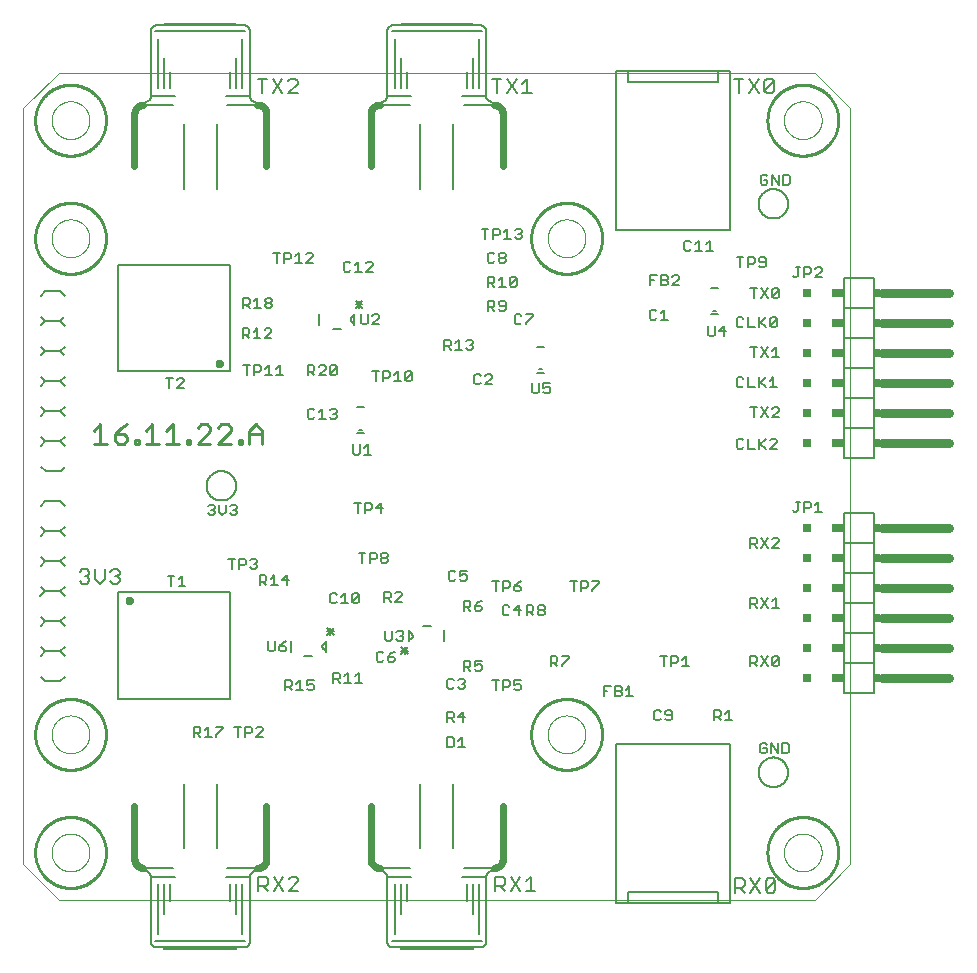
<source format=gto>
G75*
%MOIN*%
%OFA0B0*%
%FSLAX25Y25*%
%IPPOS*%
%LPD*%
%AMOC8*
5,1,8,0,0,1.08239X$1,22.5*
%
%ADD10C,0.00600*%
%ADD11C,0.00800*%
%ADD12C,0.01100*%
%ADD13C,0.03000*%
%ADD14R,0.02000X0.03000*%
%ADD15R,0.04000X0.03000*%
%ADD16R,0.03000X0.03000*%
%ADD17C,0.00000*%
%ADD18C,0.01000*%
%ADD19C,0.00500*%
%ADD20C,0.02400*%
%ADD21C,0.01500*%
D10*
X0058855Y0003800D02*
X0058855Y0025300D01*
X0066855Y0025300D01*
X0065355Y0022800D02*
X0065355Y0017300D01*
X0063355Y0012800D02*
X0063355Y0022800D01*
X0061355Y0022800D02*
X0061355Y0006300D01*
X0058855Y0003800D02*
X0058857Y0003713D01*
X0058863Y0003626D01*
X0058872Y0003539D01*
X0058885Y0003453D01*
X0058902Y0003367D01*
X0058923Y0003282D01*
X0058948Y0003199D01*
X0058976Y0003116D01*
X0059007Y0003035D01*
X0059042Y0002955D01*
X0059081Y0002877D01*
X0059123Y0002800D01*
X0059168Y0002725D01*
X0059217Y0002653D01*
X0059268Y0002582D01*
X0059323Y0002514D01*
X0059380Y0002449D01*
X0059441Y0002386D01*
X0059504Y0002325D01*
X0059569Y0002268D01*
X0059637Y0002213D01*
X0059708Y0002162D01*
X0059780Y0002113D01*
X0059855Y0002068D01*
X0059932Y0002026D01*
X0060010Y0001987D01*
X0060090Y0001952D01*
X0060171Y0001921D01*
X0060254Y0001893D01*
X0060337Y0001868D01*
X0060422Y0001847D01*
X0060508Y0001830D01*
X0060594Y0001817D01*
X0060681Y0001808D01*
X0060768Y0001802D01*
X0060855Y0001800D01*
X0063355Y0001800D01*
X0063355Y0001300D01*
X0087355Y0001300D01*
X0087355Y0001800D01*
X0063355Y0001800D01*
X0060355Y0003800D02*
X0090355Y0003800D01*
X0091855Y0003800D02*
X0091853Y0003713D01*
X0091847Y0003626D01*
X0091838Y0003539D01*
X0091825Y0003453D01*
X0091808Y0003367D01*
X0091787Y0003282D01*
X0091762Y0003199D01*
X0091734Y0003116D01*
X0091703Y0003035D01*
X0091668Y0002955D01*
X0091629Y0002877D01*
X0091587Y0002800D01*
X0091542Y0002725D01*
X0091493Y0002653D01*
X0091442Y0002582D01*
X0091387Y0002514D01*
X0091330Y0002449D01*
X0091269Y0002386D01*
X0091206Y0002325D01*
X0091141Y0002268D01*
X0091073Y0002213D01*
X0091002Y0002162D01*
X0090930Y0002113D01*
X0090855Y0002068D01*
X0090778Y0002026D01*
X0090700Y0001987D01*
X0090620Y0001952D01*
X0090539Y0001921D01*
X0090456Y0001893D01*
X0090373Y0001868D01*
X0090288Y0001847D01*
X0090202Y0001830D01*
X0090116Y0001817D01*
X0090029Y0001808D01*
X0089942Y0001802D01*
X0089855Y0001800D01*
X0087355Y0001800D01*
X0089355Y0006300D02*
X0089355Y0022800D01*
X0087355Y0022800D02*
X0087355Y0012800D01*
X0085355Y0017300D02*
X0085355Y0022800D01*
X0083855Y0025300D02*
X0091855Y0025300D01*
X0091855Y0003800D01*
X0091855Y0025300D02*
X0091857Y0025387D01*
X0091863Y0025474D01*
X0091872Y0025561D01*
X0091885Y0025647D01*
X0091902Y0025733D01*
X0091923Y0025818D01*
X0091948Y0025901D01*
X0091976Y0025984D01*
X0092007Y0026065D01*
X0092042Y0026145D01*
X0092081Y0026223D01*
X0092123Y0026300D01*
X0092168Y0026375D01*
X0092217Y0026447D01*
X0092268Y0026518D01*
X0092323Y0026586D01*
X0092380Y0026651D01*
X0092441Y0026714D01*
X0092504Y0026775D01*
X0092569Y0026832D01*
X0092637Y0026887D01*
X0092708Y0026938D01*
X0092780Y0026987D01*
X0092855Y0027032D01*
X0092932Y0027074D01*
X0093010Y0027113D01*
X0093090Y0027148D01*
X0093171Y0027179D01*
X0093254Y0027207D01*
X0093337Y0027232D01*
X0093422Y0027253D01*
X0093508Y0027270D01*
X0093594Y0027283D01*
X0093681Y0027292D01*
X0093768Y0027298D01*
X0093855Y0027300D01*
X0094355Y0028300D02*
X0084355Y0028300D01*
X0080855Y0034800D02*
X0080855Y0056300D01*
X0069855Y0056300D02*
X0069855Y0034800D01*
X0066355Y0028300D02*
X0056355Y0028300D01*
X0056855Y0027300D02*
X0056942Y0027298D01*
X0057029Y0027292D01*
X0057116Y0027283D01*
X0057202Y0027270D01*
X0057288Y0027253D01*
X0057373Y0027232D01*
X0057456Y0027207D01*
X0057539Y0027179D01*
X0057620Y0027148D01*
X0057700Y0027113D01*
X0057778Y0027074D01*
X0057855Y0027032D01*
X0057930Y0026987D01*
X0058002Y0026938D01*
X0058073Y0026887D01*
X0058141Y0026832D01*
X0058206Y0026775D01*
X0058269Y0026714D01*
X0058330Y0026651D01*
X0058387Y0026586D01*
X0058442Y0026518D01*
X0058493Y0026447D01*
X0058542Y0026375D01*
X0058587Y0026300D01*
X0058629Y0026223D01*
X0058668Y0026145D01*
X0058703Y0026065D01*
X0058734Y0025984D01*
X0058762Y0025901D01*
X0058787Y0025818D01*
X0058808Y0025733D01*
X0058825Y0025647D01*
X0058838Y0025561D01*
X0058847Y0025474D01*
X0058853Y0025387D01*
X0058855Y0025300D01*
X0073100Y0072000D02*
X0073100Y0075403D01*
X0074801Y0075403D01*
X0075369Y0074836D01*
X0075369Y0073701D01*
X0074801Y0073134D01*
X0073100Y0073134D01*
X0074234Y0073134D02*
X0075369Y0072000D01*
X0076783Y0072000D02*
X0079052Y0072000D01*
X0077917Y0072000D02*
X0077917Y0075403D01*
X0076783Y0074269D01*
X0080466Y0075403D02*
X0082735Y0075403D01*
X0082735Y0074836D01*
X0080466Y0072567D01*
X0080466Y0072000D01*
X0086600Y0075403D02*
X0088869Y0075403D01*
X0087734Y0075403D02*
X0087734Y0072000D01*
X0090283Y0072000D02*
X0090283Y0075403D01*
X0091985Y0075403D01*
X0092552Y0074836D01*
X0092552Y0073701D01*
X0091985Y0073134D01*
X0090283Y0073134D01*
X0093966Y0072000D02*
X0096235Y0074269D01*
X0096235Y0074836D01*
X0095668Y0075403D01*
X0094533Y0075403D01*
X0093966Y0074836D01*
X0093966Y0072000D02*
X0096235Y0072000D01*
X0103600Y0087500D02*
X0103600Y0090903D01*
X0105301Y0090903D01*
X0105869Y0090336D01*
X0105869Y0089201D01*
X0105301Y0088634D01*
X0103600Y0088634D01*
X0104734Y0088634D02*
X0105869Y0087500D01*
X0107283Y0087500D02*
X0109552Y0087500D01*
X0108417Y0087500D02*
X0108417Y0090903D01*
X0107283Y0089769D01*
X0110966Y0089201D02*
X0110966Y0090903D01*
X0113235Y0090903D01*
X0112668Y0089769D02*
X0113235Y0089201D01*
X0113235Y0088067D01*
X0112668Y0087500D01*
X0111533Y0087500D01*
X0110966Y0088067D01*
X0110966Y0089201D02*
X0112101Y0089769D01*
X0112668Y0089769D01*
X0119600Y0090000D02*
X0119600Y0093403D01*
X0121301Y0093403D01*
X0121869Y0092836D01*
X0121869Y0091701D01*
X0121301Y0091134D01*
X0119600Y0091134D01*
X0120734Y0091134D02*
X0121869Y0090000D01*
X0123283Y0090000D02*
X0125552Y0090000D01*
X0124417Y0090000D02*
X0124417Y0093403D01*
X0123283Y0092269D01*
X0126966Y0092269D02*
X0128101Y0093403D01*
X0128101Y0090000D01*
X0129235Y0090000D02*
X0126966Y0090000D01*
X0134100Y0097567D02*
X0134667Y0097000D01*
X0135801Y0097000D01*
X0136369Y0097567D01*
X0137783Y0097567D02*
X0138350Y0097000D01*
X0139485Y0097000D01*
X0140052Y0097567D01*
X0140052Y0098134D01*
X0139485Y0098701D01*
X0137783Y0098701D01*
X0137783Y0097567D01*
X0137783Y0098701D02*
X0138917Y0099836D01*
X0140052Y0100403D01*
X0142264Y0100734D02*
X0144533Y0100734D01*
X0144533Y0099600D02*
X0142264Y0101869D01*
X0143399Y0101869D02*
X0143399Y0099600D01*
X0142264Y0099600D02*
X0144533Y0101869D01*
X0144900Y0103800D02*
X0144900Y0104500D01*
X0144900Y0106900D01*
X0144900Y0107600D01*
X0144900Y0106900D02*
X0144969Y0106898D01*
X0145037Y0106892D01*
X0145105Y0106882D01*
X0145172Y0106869D01*
X0145238Y0106851D01*
X0145303Y0106830D01*
X0145367Y0106805D01*
X0145429Y0106777D01*
X0145490Y0106745D01*
X0145549Y0106710D01*
X0145605Y0106671D01*
X0145660Y0106629D01*
X0145711Y0106584D01*
X0145761Y0106536D01*
X0145807Y0106486D01*
X0145850Y0106433D01*
X0145891Y0106377D01*
X0145928Y0106320D01*
X0145961Y0106260D01*
X0145992Y0106198D01*
X0146018Y0106135D01*
X0146041Y0106071D01*
X0146061Y0106005D01*
X0146076Y0105938D01*
X0146088Y0105871D01*
X0146096Y0105803D01*
X0146100Y0105734D01*
X0146100Y0105666D01*
X0146096Y0105597D01*
X0146088Y0105529D01*
X0146076Y0105462D01*
X0146061Y0105395D01*
X0146041Y0105329D01*
X0146018Y0105265D01*
X0145992Y0105202D01*
X0145961Y0105140D01*
X0145928Y0105080D01*
X0145891Y0105023D01*
X0145850Y0104967D01*
X0145807Y0104914D01*
X0145761Y0104864D01*
X0145711Y0104816D01*
X0145660Y0104771D01*
X0145605Y0104729D01*
X0145549Y0104690D01*
X0145490Y0104655D01*
X0145429Y0104623D01*
X0145367Y0104595D01*
X0145303Y0104570D01*
X0145238Y0104549D01*
X0145172Y0104531D01*
X0145105Y0104518D01*
X0145037Y0104508D01*
X0144969Y0104502D01*
X0144900Y0104500D01*
X0142952Y0104567D02*
X0142385Y0104000D01*
X0141250Y0104000D01*
X0140683Y0104567D01*
X0139269Y0104567D02*
X0139269Y0107403D01*
X0140683Y0106836D02*
X0141250Y0107403D01*
X0142385Y0107403D01*
X0142952Y0106836D01*
X0142952Y0106269D01*
X0142385Y0105701D01*
X0142952Y0105134D01*
X0142952Y0104567D01*
X0142385Y0105701D02*
X0141817Y0105701D01*
X0139269Y0104567D02*
X0138701Y0104000D01*
X0137567Y0104000D01*
X0137000Y0104567D01*
X0137000Y0107403D01*
X0135801Y0100403D02*
X0134667Y0100403D01*
X0134100Y0099836D01*
X0134100Y0097567D01*
X0136369Y0099836D02*
X0135801Y0100403D01*
X0149500Y0109000D02*
X0152100Y0109000D01*
X0156700Y0107600D02*
X0156700Y0103800D01*
X0163100Y0097403D02*
X0164801Y0097403D01*
X0165369Y0096836D01*
X0165369Y0095701D01*
X0164801Y0095134D01*
X0163100Y0095134D01*
X0163100Y0094000D02*
X0163100Y0097403D01*
X0164234Y0095134D02*
X0165369Y0094000D01*
X0166783Y0094567D02*
X0167350Y0094000D01*
X0168485Y0094000D01*
X0169052Y0094567D01*
X0169052Y0095701D01*
X0168485Y0096269D01*
X0167917Y0096269D01*
X0166783Y0095701D01*
X0166783Y0097403D01*
X0169052Y0097403D01*
X0172600Y0090903D02*
X0174869Y0090903D01*
X0173734Y0090903D02*
X0173734Y0087500D01*
X0176283Y0087500D02*
X0176283Y0090903D01*
X0177985Y0090903D01*
X0178552Y0090336D01*
X0178552Y0089201D01*
X0177985Y0088634D01*
X0176283Y0088634D01*
X0179966Y0088067D02*
X0180533Y0087500D01*
X0181668Y0087500D01*
X0182235Y0088067D01*
X0182235Y0089201D01*
X0181668Y0089769D01*
X0181101Y0089769D01*
X0179966Y0089201D01*
X0179966Y0090903D01*
X0182235Y0090903D01*
X0192100Y0095500D02*
X0192100Y0098903D01*
X0193801Y0098903D01*
X0194369Y0098336D01*
X0194369Y0097201D01*
X0193801Y0096634D01*
X0192100Y0096634D01*
X0193234Y0096634D02*
X0194369Y0095500D01*
X0195783Y0095500D02*
X0195783Y0096067D01*
X0198052Y0098336D01*
X0198052Y0098903D01*
X0195783Y0098903D01*
X0189485Y0112500D02*
X0188350Y0112500D01*
X0187783Y0113067D01*
X0187783Y0113634D01*
X0188350Y0114201D01*
X0189485Y0114201D01*
X0190052Y0113634D01*
X0190052Y0113067D01*
X0189485Y0112500D01*
X0189485Y0114201D02*
X0190052Y0114769D01*
X0190052Y0115336D01*
X0189485Y0115903D01*
X0188350Y0115903D01*
X0187783Y0115336D01*
X0187783Y0114769D01*
X0188350Y0114201D01*
X0186369Y0114201D02*
X0186369Y0115336D01*
X0185801Y0115903D01*
X0184100Y0115903D01*
X0184100Y0112500D01*
X0184100Y0113634D02*
X0185801Y0113634D01*
X0186369Y0114201D01*
X0185234Y0113634D02*
X0186369Y0112500D01*
X0182052Y0114201D02*
X0179783Y0114201D01*
X0181485Y0115903D01*
X0181485Y0112500D01*
X0178369Y0113067D02*
X0177801Y0112500D01*
X0176667Y0112500D01*
X0176100Y0113067D01*
X0176100Y0115336D01*
X0176667Y0115903D01*
X0177801Y0115903D01*
X0178369Y0115336D01*
X0176283Y0120500D02*
X0176283Y0123903D01*
X0177985Y0123903D01*
X0178552Y0123336D01*
X0178552Y0122201D01*
X0177985Y0121634D01*
X0176283Y0121634D01*
X0174869Y0123903D02*
X0172600Y0123903D01*
X0173734Y0123903D02*
X0173734Y0120500D01*
X0179966Y0121067D02*
X0179966Y0122201D01*
X0181668Y0122201D01*
X0182235Y0121634D01*
X0182235Y0121067D01*
X0181668Y0120500D01*
X0180533Y0120500D01*
X0179966Y0121067D01*
X0179966Y0122201D02*
X0181101Y0123336D01*
X0182235Y0123903D01*
X0169052Y0117403D02*
X0167917Y0116836D01*
X0166783Y0115701D01*
X0168485Y0115701D01*
X0169052Y0115134D01*
X0169052Y0114567D01*
X0168485Y0114000D01*
X0167350Y0114000D01*
X0166783Y0114567D01*
X0166783Y0115701D01*
X0165369Y0115701D02*
X0164801Y0115134D01*
X0163100Y0115134D01*
X0163100Y0114000D02*
X0163100Y0117403D01*
X0164801Y0117403D01*
X0165369Y0116836D01*
X0165369Y0115701D01*
X0164234Y0115134D02*
X0165369Y0114000D01*
X0163485Y0124000D02*
X0162350Y0124000D01*
X0161783Y0124567D01*
X0161783Y0125701D02*
X0162917Y0126269D01*
X0163485Y0126269D01*
X0164052Y0125701D01*
X0164052Y0124567D01*
X0163485Y0124000D01*
X0161783Y0125701D02*
X0161783Y0127403D01*
X0164052Y0127403D01*
X0160369Y0126836D02*
X0159801Y0127403D01*
X0158667Y0127403D01*
X0158100Y0126836D01*
X0158100Y0124567D01*
X0158667Y0124000D01*
X0159801Y0124000D01*
X0160369Y0124567D01*
X0142552Y0119836D02*
X0141985Y0120403D01*
X0140850Y0120403D01*
X0140283Y0119836D01*
X0138869Y0119836D02*
X0138869Y0118701D01*
X0138301Y0118134D01*
X0136600Y0118134D01*
X0136600Y0117000D02*
X0136600Y0120403D01*
X0138301Y0120403D01*
X0138869Y0119836D01*
X0137734Y0118134D02*
X0138869Y0117000D01*
X0140283Y0117000D02*
X0142552Y0119269D01*
X0142552Y0119836D01*
X0142552Y0117000D02*
X0140283Y0117000D01*
X0128235Y0117067D02*
X0127668Y0116500D01*
X0126533Y0116500D01*
X0125966Y0117067D01*
X0128235Y0119336D01*
X0128235Y0117067D01*
X0125966Y0117067D02*
X0125966Y0119336D01*
X0126533Y0119903D01*
X0127668Y0119903D01*
X0128235Y0119336D01*
X0124552Y0116500D02*
X0122283Y0116500D01*
X0123417Y0116500D02*
X0123417Y0119903D01*
X0122283Y0118769D01*
X0120869Y0119336D02*
X0120301Y0119903D01*
X0119167Y0119903D01*
X0118600Y0119336D01*
X0118600Y0117067D01*
X0119167Y0116500D01*
X0120301Y0116500D01*
X0120869Y0117067D01*
X0119836Y0108300D02*
X0117567Y0106031D01*
X0118701Y0106031D02*
X0118701Y0108300D01*
X0117567Y0108300D02*
X0119836Y0106031D01*
X0119836Y0107166D02*
X0117567Y0107166D01*
X0117200Y0104100D02*
X0117200Y0103400D01*
X0117200Y0101000D01*
X0117200Y0100300D01*
X0117200Y0101000D02*
X0117131Y0101002D01*
X0117063Y0101008D01*
X0116995Y0101018D01*
X0116928Y0101031D01*
X0116862Y0101049D01*
X0116797Y0101070D01*
X0116733Y0101095D01*
X0116671Y0101123D01*
X0116610Y0101155D01*
X0116551Y0101190D01*
X0116495Y0101229D01*
X0116440Y0101271D01*
X0116389Y0101316D01*
X0116339Y0101364D01*
X0116293Y0101414D01*
X0116250Y0101467D01*
X0116209Y0101523D01*
X0116172Y0101580D01*
X0116139Y0101640D01*
X0116108Y0101702D01*
X0116082Y0101765D01*
X0116059Y0101829D01*
X0116039Y0101895D01*
X0116024Y0101962D01*
X0116012Y0102029D01*
X0116004Y0102097D01*
X0116000Y0102166D01*
X0116000Y0102234D01*
X0116004Y0102303D01*
X0116012Y0102371D01*
X0116024Y0102438D01*
X0116039Y0102505D01*
X0116059Y0102571D01*
X0116082Y0102635D01*
X0116108Y0102698D01*
X0116139Y0102760D01*
X0116172Y0102820D01*
X0116209Y0102877D01*
X0116250Y0102933D01*
X0116293Y0102986D01*
X0116339Y0103036D01*
X0116389Y0103084D01*
X0116440Y0103129D01*
X0116495Y0103171D01*
X0116551Y0103210D01*
X0116610Y0103245D01*
X0116671Y0103277D01*
X0116733Y0103305D01*
X0116797Y0103330D01*
X0116862Y0103351D01*
X0116928Y0103369D01*
X0116995Y0103382D01*
X0117063Y0103392D01*
X0117131Y0103398D01*
X0117200Y0103400D01*
X0112600Y0098900D02*
X0110000Y0098900D01*
X0105400Y0100300D02*
X0105400Y0104100D01*
X0103952Y0103903D02*
X0102817Y0103336D01*
X0101683Y0102201D01*
X0103385Y0102201D01*
X0103952Y0101634D01*
X0103952Y0101067D01*
X0103385Y0100500D01*
X0102250Y0100500D01*
X0101683Y0101067D01*
X0101683Y0102201D01*
X0100269Y0101067D02*
X0100269Y0103903D01*
X0098000Y0103903D02*
X0098000Y0101067D01*
X0098567Y0100500D01*
X0099701Y0100500D01*
X0100269Y0101067D01*
X0099917Y0122500D02*
X0099917Y0125903D01*
X0098783Y0124769D01*
X0097369Y0125336D02*
X0097369Y0124201D01*
X0096801Y0123634D01*
X0095100Y0123634D01*
X0095100Y0122500D02*
X0095100Y0125903D01*
X0096801Y0125903D01*
X0097369Y0125336D01*
X0096234Y0123634D02*
X0097369Y0122500D01*
X0098783Y0122500D02*
X0101052Y0122500D01*
X0102466Y0124201D02*
X0104168Y0125903D01*
X0104168Y0122500D01*
X0104735Y0124201D02*
X0102466Y0124201D01*
X0094235Y0128567D02*
X0093668Y0128000D01*
X0092533Y0128000D01*
X0091966Y0128567D01*
X0093101Y0129701D02*
X0093668Y0129701D01*
X0094235Y0129134D01*
X0094235Y0128567D01*
X0093668Y0129701D02*
X0094235Y0130269D01*
X0094235Y0130836D01*
X0093668Y0131403D01*
X0092533Y0131403D01*
X0091966Y0130836D01*
X0090552Y0130836D02*
X0090552Y0129701D01*
X0089985Y0129134D01*
X0088283Y0129134D01*
X0088283Y0128000D02*
X0088283Y0131403D01*
X0089985Y0131403D01*
X0090552Y0130836D01*
X0086869Y0131403D02*
X0084600Y0131403D01*
X0085734Y0131403D02*
X0085734Y0128000D01*
X0070352Y0122200D02*
X0068083Y0122200D01*
X0069217Y0122200D02*
X0069217Y0125603D01*
X0068083Y0124469D01*
X0066669Y0125603D02*
X0064400Y0125603D01*
X0065534Y0125603D02*
X0065534Y0122200D01*
X0078384Y0145953D02*
X0077817Y0146520D01*
X0078384Y0145953D02*
X0079518Y0145953D01*
X0080085Y0146520D01*
X0080085Y0147087D01*
X0079518Y0147654D01*
X0078951Y0147654D01*
X0079518Y0147654D02*
X0080085Y0148221D01*
X0080085Y0148789D01*
X0079518Y0149356D01*
X0078384Y0149356D01*
X0077817Y0148789D01*
X0081500Y0149356D02*
X0081500Y0147087D01*
X0082634Y0145953D01*
X0083768Y0147087D01*
X0083768Y0149356D01*
X0085183Y0148789D02*
X0085750Y0149356D01*
X0086884Y0149356D01*
X0087451Y0148789D01*
X0087451Y0148221D01*
X0086884Y0147654D01*
X0087451Y0147087D01*
X0087451Y0146520D01*
X0086884Y0145953D01*
X0085750Y0145953D01*
X0085183Y0146520D01*
X0086317Y0147654D02*
X0086884Y0147654D01*
X0077379Y0155700D02*
X0077381Y0155840D01*
X0077387Y0155980D01*
X0077397Y0156119D01*
X0077411Y0156258D01*
X0077429Y0156397D01*
X0077450Y0156535D01*
X0077476Y0156673D01*
X0077506Y0156810D01*
X0077539Y0156945D01*
X0077577Y0157080D01*
X0077618Y0157214D01*
X0077663Y0157347D01*
X0077711Y0157478D01*
X0077764Y0157607D01*
X0077820Y0157736D01*
X0077879Y0157862D01*
X0077943Y0157987D01*
X0078009Y0158110D01*
X0078080Y0158231D01*
X0078153Y0158350D01*
X0078230Y0158467D01*
X0078311Y0158581D01*
X0078394Y0158693D01*
X0078481Y0158803D01*
X0078571Y0158911D01*
X0078663Y0159015D01*
X0078759Y0159117D01*
X0078858Y0159217D01*
X0078959Y0159313D01*
X0079063Y0159407D01*
X0079170Y0159497D01*
X0079279Y0159584D01*
X0079391Y0159669D01*
X0079505Y0159750D01*
X0079621Y0159828D01*
X0079739Y0159902D01*
X0079860Y0159973D01*
X0079982Y0160041D01*
X0080107Y0160105D01*
X0080233Y0160166D01*
X0080360Y0160223D01*
X0080490Y0160276D01*
X0080621Y0160326D01*
X0080753Y0160371D01*
X0080886Y0160414D01*
X0081021Y0160452D01*
X0081156Y0160486D01*
X0081293Y0160517D01*
X0081430Y0160544D01*
X0081568Y0160566D01*
X0081707Y0160585D01*
X0081846Y0160600D01*
X0081985Y0160611D01*
X0082125Y0160618D01*
X0082265Y0160621D01*
X0082405Y0160620D01*
X0082545Y0160615D01*
X0082684Y0160606D01*
X0082824Y0160593D01*
X0082963Y0160576D01*
X0083101Y0160555D01*
X0083239Y0160531D01*
X0083376Y0160502D01*
X0083512Y0160470D01*
X0083647Y0160433D01*
X0083781Y0160393D01*
X0083914Y0160349D01*
X0084045Y0160301D01*
X0084175Y0160250D01*
X0084304Y0160195D01*
X0084431Y0160136D01*
X0084556Y0160073D01*
X0084679Y0160008D01*
X0084801Y0159938D01*
X0084920Y0159865D01*
X0085038Y0159789D01*
X0085153Y0159710D01*
X0085266Y0159627D01*
X0085376Y0159541D01*
X0085484Y0159452D01*
X0085589Y0159360D01*
X0085692Y0159265D01*
X0085792Y0159167D01*
X0085889Y0159067D01*
X0085983Y0158963D01*
X0086075Y0158857D01*
X0086163Y0158749D01*
X0086248Y0158638D01*
X0086330Y0158524D01*
X0086409Y0158408D01*
X0086484Y0158291D01*
X0086556Y0158171D01*
X0086624Y0158049D01*
X0086689Y0157925D01*
X0086751Y0157799D01*
X0086809Y0157672D01*
X0086863Y0157543D01*
X0086914Y0157412D01*
X0086960Y0157280D01*
X0087003Y0157147D01*
X0087043Y0157013D01*
X0087078Y0156878D01*
X0087110Y0156741D01*
X0087137Y0156604D01*
X0087161Y0156466D01*
X0087181Y0156328D01*
X0087197Y0156189D01*
X0087209Y0156049D01*
X0087217Y0155910D01*
X0087221Y0155770D01*
X0087221Y0155630D01*
X0087217Y0155490D01*
X0087209Y0155351D01*
X0087197Y0155211D01*
X0087181Y0155072D01*
X0087161Y0154934D01*
X0087137Y0154796D01*
X0087110Y0154659D01*
X0087078Y0154522D01*
X0087043Y0154387D01*
X0087003Y0154253D01*
X0086960Y0154120D01*
X0086914Y0153988D01*
X0086863Y0153857D01*
X0086809Y0153728D01*
X0086751Y0153601D01*
X0086689Y0153475D01*
X0086624Y0153351D01*
X0086556Y0153229D01*
X0086484Y0153109D01*
X0086409Y0152992D01*
X0086330Y0152876D01*
X0086248Y0152762D01*
X0086163Y0152651D01*
X0086075Y0152543D01*
X0085983Y0152437D01*
X0085889Y0152333D01*
X0085792Y0152233D01*
X0085692Y0152135D01*
X0085589Y0152040D01*
X0085484Y0151948D01*
X0085376Y0151859D01*
X0085266Y0151773D01*
X0085153Y0151690D01*
X0085038Y0151611D01*
X0084920Y0151535D01*
X0084801Y0151462D01*
X0084679Y0151392D01*
X0084556Y0151327D01*
X0084431Y0151264D01*
X0084304Y0151205D01*
X0084175Y0151150D01*
X0084045Y0151099D01*
X0083914Y0151051D01*
X0083781Y0151007D01*
X0083647Y0150967D01*
X0083512Y0150930D01*
X0083376Y0150898D01*
X0083239Y0150869D01*
X0083101Y0150845D01*
X0082963Y0150824D01*
X0082824Y0150807D01*
X0082684Y0150794D01*
X0082545Y0150785D01*
X0082405Y0150780D01*
X0082265Y0150779D01*
X0082125Y0150782D01*
X0081985Y0150789D01*
X0081846Y0150800D01*
X0081707Y0150815D01*
X0081568Y0150834D01*
X0081430Y0150856D01*
X0081293Y0150883D01*
X0081156Y0150914D01*
X0081021Y0150948D01*
X0080886Y0150986D01*
X0080753Y0151029D01*
X0080621Y0151074D01*
X0080490Y0151124D01*
X0080360Y0151177D01*
X0080233Y0151234D01*
X0080107Y0151295D01*
X0079982Y0151359D01*
X0079860Y0151427D01*
X0079739Y0151498D01*
X0079621Y0151572D01*
X0079505Y0151650D01*
X0079391Y0151731D01*
X0079279Y0151816D01*
X0079170Y0151903D01*
X0079063Y0151993D01*
X0078959Y0152087D01*
X0078858Y0152183D01*
X0078759Y0152283D01*
X0078663Y0152385D01*
X0078571Y0152489D01*
X0078481Y0152597D01*
X0078394Y0152707D01*
X0078311Y0152819D01*
X0078230Y0152933D01*
X0078153Y0153050D01*
X0078080Y0153169D01*
X0078009Y0153290D01*
X0077943Y0153413D01*
X0077879Y0153538D01*
X0077820Y0153664D01*
X0077764Y0153793D01*
X0077711Y0153922D01*
X0077663Y0154053D01*
X0077618Y0154186D01*
X0077577Y0154320D01*
X0077539Y0154455D01*
X0077506Y0154590D01*
X0077476Y0154727D01*
X0077450Y0154865D01*
X0077429Y0155003D01*
X0077411Y0155142D01*
X0077397Y0155281D01*
X0077387Y0155420D01*
X0077381Y0155560D01*
X0077379Y0155700D01*
X0069756Y0188205D02*
X0067488Y0188205D01*
X0069756Y0190473D01*
X0069756Y0191040D01*
X0069189Y0191608D01*
X0068055Y0191608D01*
X0067488Y0191040D01*
X0066073Y0191608D02*
X0063805Y0191608D01*
X0064939Y0191608D02*
X0064939Y0188205D01*
X0089600Y0195903D02*
X0091869Y0195903D01*
X0090734Y0195903D02*
X0090734Y0192500D01*
X0093283Y0192500D02*
X0093283Y0195903D01*
X0094985Y0195903D01*
X0095552Y0195336D01*
X0095552Y0194201D01*
X0094985Y0193634D01*
X0093283Y0193634D01*
X0096966Y0192500D02*
X0099235Y0192500D01*
X0098101Y0192500D02*
X0098101Y0195903D01*
X0096966Y0194769D01*
X0100649Y0194769D02*
X0101784Y0195903D01*
X0101784Y0192500D01*
X0102918Y0192500D02*
X0100649Y0192500D01*
X0111100Y0192500D02*
X0111100Y0195903D01*
X0112801Y0195903D01*
X0113369Y0195336D01*
X0113369Y0194201D01*
X0112801Y0193634D01*
X0111100Y0193634D01*
X0112234Y0193634D02*
X0113369Y0192500D01*
X0114783Y0192500D02*
X0117052Y0194769D01*
X0117052Y0195336D01*
X0116485Y0195903D01*
X0115350Y0195903D01*
X0114783Y0195336D01*
X0114783Y0192500D02*
X0117052Y0192500D01*
X0118466Y0193067D02*
X0120735Y0195336D01*
X0120735Y0193067D01*
X0120168Y0192500D01*
X0119033Y0192500D01*
X0118466Y0193067D01*
X0118466Y0195336D01*
X0119033Y0195903D01*
X0120168Y0195903D01*
X0120735Y0195336D01*
X0132600Y0193903D02*
X0134869Y0193903D01*
X0133734Y0193903D02*
X0133734Y0190500D01*
X0136283Y0190500D02*
X0136283Y0193903D01*
X0137985Y0193903D01*
X0138552Y0193336D01*
X0138552Y0192201D01*
X0137985Y0191634D01*
X0136283Y0191634D01*
X0139966Y0190500D02*
X0142235Y0190500D01*
X0141101Y0190500D02*
X0141101Y0193903D01*
X0139966Y0192769D01*
X0143649Y0193336D02*
X0144217Y0193903D01*
X0145351Y0193903D01*
X0145918Y0193336D01*
X0143649Y0191067D01*
X0144217Y0190500D01*
X0145351Y0190500D01*
X0145918Y0191067D01*
X0145918Y0193336D01*
X0143649Y0193336D02*
X0143649Y0191067D01*
X0156600Y0201000D02*
X0156600Y0204403D01*
X0158301Y0204403D01*
X0158869Y0203836D01*
X0158869Y0202701D01*
X0158301Y0202134D01*
X0156600Y0202134D01*
X0157734Y0202134D02*
X0158869Y0201000D01*
X0160283Y0201000D02*
X0162552Y0201000D01*
X0161417Y0201000D02*
X0161417Y0204403D01*
X0160283Y0203269D01*
X0163966Y0203836D02*
X0164533Y0204403D01*
X0165668Y0204403D01*
X0166235Y0203836D01*
X0166235Y0203269D01*
X0165668Y0202701D01*
X0166235Y0202134D01*
X0166235Y0201567D01*
X0165668Y0201000D01*
X0164533Y0201000D01*
X0163966Y0201567D01*
X0165101Y0202701D02*
X0165668Y0202701D01*
X0167167Y0192903D02*
X0166600Y0192336D01*
X0166600Y0190067D01*
X0167167Y0189500D01*
X0168301Y0189500D01*
X0168869Y0190067D01*
X0170283Y0189500D02*
X0172552Y0191769D01*
X0172552Y0192336D01*
X0171985Y0192903D01*
X0170850Y0192903D01*
X0170283Y0192336D01*
X0168869Y0192336D02*
X0168301Y0192903D01*
X0167167Y0192903D01*
X0170283Y0189500D02*
X0172552Y0189500D01*
X0186000Y0189903D02*
X0186000Y0187067D01*
X0186567Y0186500D01*
X0187701Y0186500D01*
X0188269Y0187067D01*
X0188269Y0189903D01*
X0189683Y0189903D02*
X0189683Y0188201D01*
X0190817Y0188769D01*
X0191385Y0188769D01*
X0191952Y0188201D01*
X0191952Y0187067D01*
X0191385Y0186500D01*
X0190250Y0186500D01*
X0189683Y0187067D01*
X0189683Y0189903D02*
X0191952Y0189903D01*
X0189900Y0193400D02*
X0187700Y0193400D01*
X0188300Y0194500D02*
X0188363Y0194527D01*
X0188428Y0194550D01*
X0188494Y0194570D01*
X0188561Y0194585D01*
X0188629Y0194597D01*
X0188697Y0194605D01*
X0188766Y0194609D01*
X0188834Y0194609D01*
X0188903Y0194605D01*
X0188971Y0194597D01*
X0189039Y0194585D01*
X0189106Y0194570D01*
X0189172Y0194550D01*
X0189237Y0194527D01*
X0189300Y0194500D01*
X0189900Y0202000D02*
X0187700Y0202000D01*
X0183783Y0209500D02*
X0183783Y0210067D01*
X0186052Y0212336D01*
X0186052Y0212903D01*
X0183783Y0212903D01*
X0182369Y0212336D02*
X0181801Y0212903D01*
X0180667Y0212903D01*
X0180100Y0212336D01*
X0180100Y0210067D01*
X0180667Y0209500D01*
X0181801Y0209500D01*
X0182369Y0210067D01*
X0177052Y0214567D02*
X0177052Y0216836D01*
X0176485Y0217403D01*
X0175350Y0217403D01*
X0174783Y0216836D01*
X0174783Y0216269D01*
X0175350Y0215701D01*
X0177052Y0215701D01*
X0177052Y0214567D02*
X0176485Y0214000D01*
X0175350Y0214000D01*
X0174783Y0214567D01*
X0173369Y0214000D02*
X0172234Y0215134D01*
X0172801Y0215134D02*
X0171100Y0215134D01*
X0171100Y0214000D02*
X0171100Y0217403D01*
X0172801Y0217403D01*
X0173369Y0216836D01*
X0173369Y0215701D01*
X0172801Y0215134D01*
X0173369Y0222000D02*
X0172234Y0223134D01*
X0172801Y0223134D02*
X0171100Y0223134D01*
X0171100Y0222000D02*
X0171100Y0225403D01*
X0172801Y0225403D01*
X0173369Y0224836D01*
X0173369Y0223701D01*
X0172801Y0223134D01*
X0174783Y0222000D02*
X0177052Y0222000D01*
X0175917Y0222000D02*
X0175917Y0225403D01*
X0174783Y0224269D01*
X0178466Y0224836D02*
X0178466Y0222567D01*
X0180735Y0224836D01*
X0180735Y0222567D01*
X0180168Y0222000D01*
X0179033Y0222000D01*
X0178466Y0222567D01*
X0178466Y0224836D02*
X0179033Y0225403D01*
X0180168Y0225403D01*
X0180735Y0224836D01*
X0176485Y0230000D02*
X0177052Y0230567D01*
X0177052Y0231134D01*
X0176485Y0231701D01*
X0175350Y0231701D01*
X0174783Y0232269D01*
X0174783Y0232836D01*
X0175350Y0233403D01*
X0176485Y0233403D01*
X0177052Y0232836D01*
X0177052Y0232269D01*
X0176485Y0231701D01*
X0175350Y0231701D02*
X0174783Y0231134D01*
X0174783Y0230567D01*
X0175350Y0230000D01*
X0176485Y0230000D01*
X0173369Y0230567D02*
X0172801Y0230000D01*
X0171667Y0230000D01*
X0171100Y0230567D01*
X0171100Y0232836D01*
X0171667Y0233403D01*
X0172801Y0233403D01*
X0173369Y0232836D01*
X0172783Y0238000D02*
X0172783Y0241403D01*
X0174485Y0241403D01*
X0175052Y0240836D01*
X0175052Y0239701D01*
X0174485Y0239134D01*
X0172783Y0239134D01*
X0171369Y0241403D02*
X0169100Y0241403D01*
X0170234Y0241403D02*
X0170234Y0238000D01*
X0176466Y0238000D02*
X0178735Y0238000D01*
X0177601Y0238000D02*
X0177601Y0241403D01*
X0176466Y0240269D01*
X0180149Y0240836D02*
X0180717Y0241403D01*
X0181851Y0241403D01*
X0182418Y0240836D01*
X0182418Y0240269D01*
X0181851Y0239701D01*
X0182418Y0239134D01*
X0182418Y0238567D01*
X0181851Y0238000D01*
X0180717Y0238000D01*
X0180149Y0238567D01*
X0181284Y0239701D02*
X0181851Y0239701D01*
X0159595Y0254700D02*
X0159595Y0276200D01*
X0163095Y0282700D02*
X0173095Y0282700D01*
X0172595Y0283700D02*
X0172508Y0283702D01*
X0172421Y0283708D01*
X0172334Y0283717D01*
X0172248Y0283730D01*
X0172162Y0283747D01*
X0172077Y0283768D01*
X0171994Y0283793D01*
X0171911Y0283821D01*
X0171830Y0283852D01*
X0171750Y0283887D01*
X0171672Y0283926D01*
X0171595Y0283968D01*
X0171520Y0284013D01*
X0171448Y0284062D01*
X0171377Y0284113D01*
X0171309Y0284168D01*
X0171244Y0284225D01*
X0171181Y0284286D01*
X0171120Y0284349D01*
X0171063Y0284414D01*
X0171008Y0284482D01*
X0170957Y0284553D01*
X0170908Y0284625D01*
X0170863Y0284700D01*
X0170821Y0284777D01*
X0170782Y0284855D01*
X0170747Y0284935D01*
X0170716Y0285016D01*
X0170688Y0285099D01*
X0170663Y0285182D01*
X0170642Y0285267D01*
X0170625Y0285353D01*
X0170612Y0285439D01*
X0170603Y0285526D01*
X0170597Y0285613D01*
X0170595Y0285700D01*
X0162595Y0285700D01*
X0164095Y0288200D02*
X0164095Y0293700D01*
X0166095Y0298200D02*
X0166095Y0288200D01*
X0168095Y0288200D02*
X0168095Y0304700D01*
X0170595Y0307200D02*
X0170593Y0307287D01*
X0170587Y0307374D01*
X0170578Y0307461D01*
X0170565Y0307547D01*
X0170548Y0307633D01*
X0170527Y0307718D01*
X0170502Y0307801D01*
X0170474Y0307884D01*
X0170443Y0307965D01*
X0170408Y0308045D01*
X0170369Y0308123D01*
X0170327Y0308200D01*
X0170282Y0308275D01*
X0170233Y0308347D01*
X0170182Y0308418D01*
X0170127Y0308486D01*
X0170070Y0308551D01*
X0170009Y0308614D01*
X0169946Y0308675D01*
X0169881Y0308732D01*
X0169813Y0308787D01*
X0169742Y0308838D01*
X0169670Y0308887D01*
X0169595Y0308932D01*
X0169518Y0308974D01*
X0169440Y0309013D01*
X0169360Y0309048D01*
X0169279Y0309079D01*
X0169196Y0309107D01*
X0169113Y0309132D01*
X0169028Y0309153D01*
X0168942Y0309170D01*
X0168856Y0309183D01*
X0168769Y0309192D01*
X0168682Y0309198D01*
X0168595Y0309200D01*
X0166095Y0309200D01*
X0166095Y0309700D01*
X0142095Y0309700D01*
X0142095Y0309200D01*
X0166095Y0309200D01*
X0169095Y0307200D02*
X0139095Y0307200D01*
X0137595Y0307200D02*
X0137597Y0307287D01*
X0137603Y0307374D01*
X0137612Y0307461D01*
X0137625Y0307547D01*
X0137642Y0307633D01*
X0137663Y0307718D01*
X0137688Y0307801D01*
X0137716Y0307884D01*
X0137747Y0307965D01*
X0137782Y0308045D01*
X0137821Y0308123D01*
X0137863Y0308200D01*
X0137908Y0308275D01*
X0137957Y0308347D01*
X0138008Y0308418D01*
X0138063Y0308486D01*
X0138120Y0308551D01*
X0138181Y0308614D01*
X0138244Y0308675D01*
X0138309Y0308732D01*
X0138377Y0308787D01*
X0138448Y0308838D01*
X0138520Y0308887D01*
X0138595Y0308932D01*
X0138672Y0308974D01*
X0138750Y0309013D01*
X0138830Y0309048D01*
X0138911Y0309079D01*
X0138994Y0309107D01*
X0139077Y0309132D01*
X0139162Y0309153D01*
X0139248Y0309170D01*
X0139334Y0309183D01*
X0139421Y0309192D01*
X0139508Y0309198D01*
X0139595Y0309200D01*
X0142095Y0309200D01*
X0137595Y0307200D02*
X0137595Y0285700D01*
X0145595Y0285700D01*
X0144095Y0288200D02*
X0144095Y0293700D01*
X0142095Y0298200D02*
X0142095Y0288200D01*
X0140095Y0288200D02*
X0140095Y0304700D01*
X0137595Y0285700D02*
X0137593Y0285613D01*
X0137587Y0285526D01*
X0137578Y0285439D01*
X0137565Y0285353D01*
X0137548Y0285267D01*
X0137527Y0285182D01*
X0137502Y0285099D01*
X0137474Y0285016D01*
X0137443Y0284935D01*
X0137408Y0284855D01*
X0137369Y0284777D01*
X0137327Y0284700D01*
X0137282Y0284625D01*
X0137233Y0284553D01*
X0137182Y0284482D01*
X0137127Y0284414D01*
X0137070Y0284349D01*
X0137009Y0284286D01*
X0136946Y0284225D01*
X0136881Y0284168D01*
X0136813Y0284113D01*
X0136742Y0284062D01*
X0136670Y0284013D01*
X0136595Y0283968D01*
X0136518Y0283926D01*
X0136440Y0283887D01*
X0136360Y0283852D01*
X0136279Y0283821D01*
X0136196Y0283793D01*
X0136113Y0283768D01*
X0136028Y0283747D01*
X0135942Y0283730D01*
X0135856Y0283717D01*
X0135769Y0283708D01*
X0135682Y0283702D01*
X0135595Y0283700D01*
X0135095Y0282700D02*
X0145095Y0282700D01*
X0148595Y0276200D02*
X0148595Y0254700D01*
X0132168Y0230403D02*
X0131033Y0230403D01*
X0130466Y0229836D01*
X0132168Y0230403D02*
X0132735Y0229836D01*
X0132735Y0229269D01*
X0130466Y0227000D01*
X0132735Y0227000D01*
X0129052Y0227000D02*
X0126783Y0227000D01*
X0127917Y0227000D02*
X0127917Y0230403D01*
X0126783Y0229269D01*
X0125369Y0229836D02*
X0124801Y0230403D01*
X0123667Y0230403D01*
X0123100Y0229836D01*
X0123100Y0227567D01*
X0123667Y0227000D01*
X0124801Y0227000D01*
X0125369Y0227567D01*
X0127067Y0217300D02*
X0129336Y0215031D01*
X0128201Y0215031D02*
X0128201Y0217300D01*
X0129336Y0217300D02*
X0127067Y0215031D01*
X0127067Y0216166D02*
X0129336Y0216166D01*
X0129000Y0212903D02*
X0129000Y0210067D01*
X0129567Y0209500D01*
X0130701Y0209500D01*
X0131269Y0210067D01*
X0131269Y0212903D01*
X0132683Y0212336D02*
X0133250Y0212903D01*
X0134385Y0212903D01*
X0134952Y0212336D01*
X0134952Y0211769D01*
X0132683Y0209500D01*
X0134952Y0209500D01*
X0126700Y0209300D02*
X0126700Y0210000D01*
X0126700Y0212400D01*
X0126700Y0213100D01*
X0126700Y0212400D02*
X0126631Y0212398D01*
X0126563Y0212392D01*
X0126495Y0212382D01*
X0126428Y0212369D01*
X0126362Y0212351D01*
X0126297Y0212330D01*
X0126233Y0212305D01*
X0126171Y0212277D01*
X0126110Y0212245D01*
X0126051Y0212210D01*
X0125995Y0212171D01*
X0125940Y0212129D01*
X0125889Y0212084D01*
X0125839Y0212036D01*
X0125793Y0211986D01*
X0125750Y0211933D01*
X0125709Y0211877D01*
X0125672Y0211820D01*
X0125639Y0211760D01*
X0125608Y0211698D01*
X0125582Y0211635D01*
X0125559Y0211571D01*
X0125539Y0211505D01*
X0125524Y0211438D01*
X0125512Y0211371D01*
X0125504Y0211303D01*
X0125500Y0211234D01*
X0125500Y0211166D01*
X0125504Y0211097D01*
X0125512Y0211029D01*
X0125524Y0210962D01*
X0125539Y0210895D01*
X0125559Y0210829D01*
X0125582Y0210765D01*
X0125608Y0210702D01*
X0125639Y0210640D01*
X0125672Y0210580D01*
X0125709Y0210523D01*
X0125750Y0210467D01*
X0125793Y0210414D01*
X0125839Y0210364D01*
X0125889Y0210316D01*
X0125940Y0210271D01*
X0125995Y0210229D01*
X0126051Y0210190D01*
X0126110Y0210155D01*
X0126171Y0210123D01*
X0126233Y0210095D01*
X0126297Y0210070D01*
X0126362Y0210049D01*
X0126428Y0210031D01*
X0126495Y0210018D01*
X0126563Y0210008D01*
X0126631Y0210002D01*
X0126700Y0210000D01*
X0122100Y0207900D02*
X0119500Y0207900D01*
X0114900Y0209300D02*
X0114900Y0213100D01*
X0099135Y0215467D02*
X0098568Y0214900D01*
X0097433Y0214900D01*
X0096866Y0215467D01*
X0096866Y0216034D01*
X0097433Y0216601D01*
X0098568Y0216601D01*
X0099135Y0216034D01*
X0099135Y0215467D01*
X0098568Y0216601D02*
X0099135Y0217169D01*
X0099135Y0217736D01*
X0098568Y0218303D01*
X0097433Y0218303D01*
X0096866Y0217736D01*
X0096866Y0217169D01*
X0097433Y0216601D01*
X0095452Y0214900D02*
X0093183Y0214900D01*
X0094317Y0214900D02*
X0094317Y0218303D01*
X0093183Y0217169D01*
X0091769Y0217736D02*
X0091769Y0216601D01*
X0091201Y0216034D01*
X0089500Y0216034D01*
X0089500Y0214900D02*
X0089500Y0218303D01*
X0091201Y0218303D01*
X0091769Y0217736D01*
X0090634Y0216034D02*
X0091769Y0214900D01*
X0091101Y0208203D02*
X0091669Y0207636D01*
X0091669Y0206501D01*
X0091101Y0205934D01*
X0089400Y0205934D01*
X0089400Y0204800D02*
X0089400Y0208203D01*
X0091101Y0208203D01*
X0093083Y0207069D02*
X0094217Y0208203D01*
X0094217Y0204800D01*
X0093083Y0204800D02*
X0095352Y0204800D01*
X0096766Y0204800D02*
X0099035Y0207069D01*
X0099035Y0207636D01*
X0098468Y0208203D01*
X0097333Y0208203D01*
X0096766Y0207636D01*
X0096766Y0204800D02*
X0099035Y0204800D01*
X0091669Y0204800D02*
X0090534Y0205934D01*
X0100734Y0230000D02*
X0100734Y0233403D01*
X0099600Y0233403D02*
X0101869Y0233403D01*
X0103283Y0233403D02*
X0104985Y0233403D01*
X0105552Y0232836D01*
X0105552Y0231701D01*
X0104985Y0231134D01*
X0103283Y0231134D01*
X0103283Y0230000D02*
X0103283Y0233403D01*
X0106966Y0232269D02*
X0108101Y0233403D01*
X0108101Y0230000D01*
X0109235Y0230000D02*
X0106966Y0230000D01*
X0110649Y0230000D02*
X0112918Y0232269D01*
X0112918Y0232836D01*
X0112351Y0233403D01*
X0111217Y0233403D01*
X0110649Y0232836D01*
X0110649Y0230000D02*
X0112918Y0230000D01*
X0080855Y0254700D02*
X0080855Y0276200D01*
X0084355Y0282700D02*
X0094355Y0282700D01*
X0093855Y0283700D02*
X0093768Y0283702D01*
X0093681Y0283708D01*
X0093594Y0283717D01*
X0093508Y0283730D01*
X0093422Y0283747D01*
X0093337Y0283768D01*
X0093254Y0283793D01*
X0093171Y0283821D01*
X0093090Y0283852D01*
X0093010Y0283887D01*
X0092932Y0283926D01*
X0092855Y0283968D01*
X0092780Y0284013D01*
X0092708Y0284062D01*
X0092637Y0284113D01*
X0092569Y0284168D01*
X0092504Y0284225D01*
X0092441Y0284286D01*
X0092380Y0284349D01*
X0092323Y0284414D01*
X0092268Y0284482D01*
X0092217Y0284553D01*
X0092168Y0284625D01*
X0092123Y0284700D01*
X0092081Y0284777D01*
X0092042Y0284855D01*
X0092007Y0284935D01*
X0091976Y0285016D01*
X0091948Y0285099D01*
X0091923Y0285182D01*
X0091902Y0285267D01*
X0091885Y0285353D01*
X0091872Y0285439D01*
X0091863Y0285526D01*
X0091857Y0285613D01*
X0091855Y0285700D01*
X0083855Y0285700D01*
X0085355Y0288200D02*
X0085355Y0293700D01*
X0087355Y0298200D02*
X0087355Y0288200D01*
X0089355Y0288200D02*
X0089355Y0304700D01*
X0091855Y0307200D02*
X0091853Y0307287D01*
X0091847Y0307374D01*
X0091838Y0307461D01*
X0091825Y0307547D01*
X0091808Y0307633D01*
X0091787Y0307718D01*
X0091762Y0307801D01*
X0091734Y0307884D01*
X0091703Y0307965D01*
X0091668Y0308045D01*
X0091629Y0308123D01*
X0091587Y0308200D01*
X0091542Y0308275D01*
X0091493Y0308347D01*
X0091442Y0308418D01*
X0091387Y0308486D01*
X0091330Y0308551D01*
X0091269Y0308614D01*
X0091206Y0308675D01*
X0091141Y0308732D01*
X0091073Y0308787D01*
X0091002Y0308838D01*
X0090930Y0308887D01*
X0090855Y0308932D01*
X0090778Y0308974D01*
X0090700Y0309013D01*
X0090620Y0309048D01*
X0090539Y0309079D01*
X0090456Y0309107D01*
X0090373Y0309132D01*
X0090288Y0309153D01*
X0090202Y0309170D01*
X0090116Y0309183D01*
X0090029Y0309192D01*
X0089942Y0309198D01*
X0089855Y0309200D01*
X0087355Y0309200D01*
X0087355Y0309700D01*
X0063355Y0309700D01*
X0063355Y0309200D01*
X0087355Y0309200D01*
X0090355Y0307200D02*
X0060355Y0307200D01*
X0058855Y0307200D02*
X0058857Y0307287D01*
X0058863Y0307374D01*
X0058872Y0307461D01*
X0058885Y0307547D01*
X0058902Y0307633D01*
X0058923Y0307718D01*
X0058948Y0307801D01*
X0058976Y0307884D01*
X0059007Y0307965D01*
X0059042Y0308045D01*
X0059081Y0308123D01*
X0059123Y0308200D01*
X0059168Y0308275D01*
X0059217Y0308347D01*
X0059268Y0308418D01*
X0059323Y0308486D01*
X0059380Y0308551D01*
X0059441Y0308614D01*
X0059504Y0308675D01*
X0059569Y0308732D01*
X0059637Y0308787D01*
X0059708Y0308838D01*
X0059780Y0308887D01*
X0059855Y0308932D01*
X0059932Y0308974D01*
X0060010Y0309013D01*
X0060090Y0309048D01*
X0060171Y0309079D01*
X0060254Y0309107D01*
X0060337Y0309132D01*
X0060422Y0309153D01*
X0060508Y0309170D01*
X0060594Y0309183D01*
X0060681Y0309192D01*
X0060768Y0309198D01*
X0060855Y0309200D01*
X0063355Y0309200D01*
X0058855Y0307200D02*
X0058855Y0285700D01*
X0066855Y0285700D01*
X0065355Y0288200D02*
X0065355Y0293700D01*
X0063355Y0298200D02*
X0063355Y0288200D01*
X0061355Y0288200D02*
X0061355Y0304700D01*
X0058855Y0285700D02*
X0058853Y0285613D01*
X0058847Y0285526D01*
X0058838Y0285439D01*
X0058825Y0285353D01*
X0058808Y0285267D01*
X0058787Y0285182D01*
X0058762Y0285099D01*
X0058734Y0285016D01*
X0058703Y0284935D01*
X0058668Y0284855D01*
X0058629Y0284777D01*
X0058587Y0284700D01*
X0058542Y0284625D01*
X0058493Y0284553D01*
X0058442Y0284482D01*
X0058387Y0284414D01*
X0058330Y0284349D01*
X0058269Y0284286D01*
X0058206Y0284225D01*
X0058141Y0284168D01*
X0058073Y0284113D01*
X0058002Y0284062D01*
X0057930Y0284013D01*
X0057855Y0283968D01*
X0057778Y0283926D01*
X0057700Y0283887D01*
X0057620Y0283852D01*
X0057539Y0283821D01*
X0057456Y0283793D01*
X0057373Y0283768D01*
X0057288Y0283747D01*
X0057202Y0283730D01*
X0057116Y0283717D01*
X0057029Y0283708D01*
X0056942Y0283702D01*
X0056855Y0283700D01*
X0056355Y0282700D02*
X0066355Y0282700D01*
X0069855Y0276200D02*
X0069855Y0254700D01*
X0091855Y0285700D02*
X0091855Y0307200D01*
X0170595Y0307200D02*
X0170595Y0285700D01*
X0225317Y0225856D02*
X0227585Y0225856D01*
X0229000Y0225856D02*
X0230701Y0225856D01*
X0231268Y0225289D01*
X0231268Y0224721D01*
X0230701Y0224154D01*
X0229000Y0224154D01*
X0230701Y0224154D02*
X0231268Y0223587D01*
X0231268Y0223020D01*
X0230701Y0222453D01*
X0229000Y0222453D01*
X0229000Y0225856D01*
X0226451Y0224154D02*
X0225317Y0224154D01*
X0225317Y0222453D02*
X0225317Y0225856D01*
X0232683Y0225289D02*
X0233250Y0225856D01*
X0234384Y0225856D01*
X0234951Y0225289D01*
X0234951Y0224721D01*
X0232683Y0222453D01*
X0234951Y0222453D01*
X0229917Y0214403D02*
X0228783Y0213269D01*
X0227369Y0213836D02*
X0226801Y0214403D01*
X0225667Y0214403D01*
X0225100Y0213836D01*
X0225100Y0211567D01*
X0225667Y0211000D01*
X0226801Y0211000D01*
X0227369Y0211567D01*
X0228783Y0211000D02*
X0231052Y0211000D01*
X0229917Y0211000D02*
X0229917Y0214403D01*
X0244500Y0208903D02*
X0244500Y0206067D01*
X0245067Y0205500D01*
X0246201Y0205500D01*
X0246769Y0206067D01*
X0246769Y0208903D01*
X0248183Y0207201D02*
X0250452Y0207201D01*
X0249885Y0205500D02*
X0249885Y0208903D01*
X0248183Y0207201D01*
X0247900Y0212900D02*
X0245700Y0212900D01*
X0246300Y0214000D02*
X0246363Y0214027D01*
X0246428Y0214050D01*
X0246494Y0214070D01*
X0246561Y0214085D01*
X0246629Y0214097D01*
X0246697Y0214105D01*
X0246766Y0214109D01*
X0246834Y0214109D01*
X0246903Y0214105D01*
X0246971Y0214097D01*
X0247039Y0214085D01*
X0247106Y0214070D01*
X0247172Y0214050D01*
X0247237Y0214027D01*
X0247300Y0214000D01*
X0254100Y0211336D02*
X0254100Y0209067D01*
X0254667Y0208500D01*
X0255801Y0208500D01*
X0256369Y0209067D01*
X0257783Y0208500D02*
X0260052Y0208500D01*
X0261466Y0208500D02*
X0261466Y0211903D01*
X0262033Y0210201D02*
X0263735Y0208500D01*
X0265149Y0209067D02*
X0267418Y0211336D01*
X0267418Y0209067D01*
X0266851Y0208500D01*
X0265717Y0208500D01*
X0265149Y0209067D01*
X0265149Y0211336D01*
X0265717Y0211903D01*
X0266851Y0211903D01*
X0267418Y0211336D01*
X0263735Y0211903D02*
X0261466Y0209634D01*
X0257783Y0208500D02*
X0257783Y0211903D01*
X0256369Y0211336D02*
X0255801Y0211903D01*
X0254667Y0211903D01*
X0254100Y0211336D01*
X0259734Y0218200D02*
X0259734Y0221603D01*
X0258600Y0221603D02*
X0260869Y0221603D01*
X0262283Y0221603D02*
X0264552Y0218200D01*
X0265966Y0218767D02*
X0268235Y0221036D01*
X0268235Y0218767D01*
X0267668Y0218200D01*
X0266533Y0218200D01*
X0265966Y0218767D01*
X0265966Y0221036D01*
X0266533Y0221603D01*
X0267668Y0221603D01*
X0268235Y0221036D01*
X0264552Y0221603D02*
X0262283Y0218200D01*
X0262033Y0228500D02*
X0261466Y0229067D01*
X0262033Y0228500D02*
X0263168Y0228500D01*
X0263735Y0229067D01*
X0263735Y0231336D01*
X0263168Y0231903D01*
X0262033Y0231903D01*
X0261466Y0231336D01*
X0261466Y0230769D01*
X0262033Y0230201D01*
X0263735Y0230201D01*
X0260052Y0230201D02*
X0259485Y0229634D01*
X0257783Y0229634D01*
X0257783Y0228500D02*
X0257783Y0231903D01*
X0259485Y0231903D01*
X0260052Y0231336D01*
X0260052Y0230201D01*
X0256369Y0231903D02*
X0254100Y0231903D01*
X0255234Y0231903D02*
X0255234Y0228500D01*
X0247900Y0221500D02*
X0245700Y0221500D01*
X0246235Y0234000D02*
X0243966Y0234000D01*
X0245101Y0234000D02*
X0245101Y0237403D01*
X0243966Y0236269D01*
X0242552Y0234000D02*
X0240283Y0234000D01*
X0241417Y0234000D02*
X0241417Y0237403D01*
X0240283Y0236269D01*
X0238869Y0236836D02*
X0238301Y0237403D01*
X0237167Y0237403D01*
X0236600Y0236836D01*
X0236600Y0234567D01*
X0237167Y0234000D01*
X0238301Y0234000D01*
X0238869Y0234567D01*
X0262100Y0256567D02*
X0262100Y0258836D01*
X0262667Y0259403D01*
X0263801Y0259403D01*
X0264369Y0258836D01*
X0264369Y0257701D02*
X0263234Y0257701D01*
X0264369Y0257701D02*
X0264369Y0256567D01*
X0263801Y0256000D01*
X0262667Y0256000D01*
X0262100Y0256567D01*
X0265783Y0256000D02*
X0265783Y0259403D01*
X0268052Y0256000D01*
X0268052Y0259403D01*
X0269466Y0259403D02*
X0269466Y0256000D01*
X0271168Y0256000D01*
X0271735Y0256567D01*
X0271735Y0258836D01*
X0271168Y0259403D01*
X0269466Y0259403D01*
X0261379Y0249700D02*
X0261381Y0249840D01*
X0261387Y0249980D01*
X0261397Y0250119D01*
X0261411Y0250258D01*
X0261429Y0250397D01*
X0261450Y0250535D01*
X0261476Y0250673D01*
X0261506Y0250810D01*
X0261539Y0250945D01*
X0261577Y0251080D01*
X0261618Y0251214D01*
X0261663Y0251347D01*
X0261711Y0251478D01*
X0261764Y0251607D01*
X0261820Y0251736D01*
X0261879Y0251862D01*
X0261943Y0251987D01*
X0262009Y0252110D01*
X0262080Y0252231D01*
X0262153Y0252350D01*
X0262230Y0252467D01*
X0262311Y0252581D01*
X0262394Y0252693D01*
X0262481Y0252803D01*
X0262571Y0252911D01*
X0262663Y0253015D01*
X0262759Y0253117D01*
X0262858Y0253217D01*
X0262959Y0253313D01*
X0263063Y0253407D01*
X0263170Y0253497D01*
X0263279Y0253584D01*
X0263391Y0253669D01*
X0263505Y0253750D01*
X0263621Y0253828D01*
X0263739Y0253902D01*
X0263860Y0253973D01*
X0263982Y0254041D01*
X0264107Y0254105D01*
X0264233Y0254166D01*
X0264360Y0254223D01*
X0264490Y0254276D01*
X0264621Y0254326D01*
X0264753Y0254371D01*
X0264886Y0254414D01*
X0265021Y0254452D01*
X0265156Y0254486D01*
X0265293Y0254517D01*
X0265430Y0254544D01*
X0265568Y0254566D01*
X0265707Y0254585D01*
X0265846Y0254600D01*
X0265985Y0254611D01*
X0266125Y0254618D01*
X0266265Y0254621D01*
X0266405Y0254620D01*
X0266545Y0254615D01*
X0266684Y0254606D01*
X0266824Y0254593D01*
X0266963Y0254576D01*
X0267101Y0254555D01*
X0267239Y0254531D01*
X0267376Y0254502D01*
X0267512Y0254470D01*
X0267647Y0254433D01*
X0267781Y0254393D01*
X0267914Y0254349D01*
X0268045Y0254301D01*
X0268175Y0254250D01*
X0268304Y0254195D01*
X0268431Y0254136D01*
X0268556Y0254073D01*
X0268679Y0254008D01*
X0268801Y0253938D01*
X0268920Y0253865D01*
X0269038Y0253789D01*
X0269153Y0253710D01*
X0269266Y0253627D01*
X0269376Y0253541D01*
X0269484Y0253452D01*
X0269589Y0253360D01*
X0269692Y0253265D01*
X0269792Y0253167D01*
X0269889Y0253067D01*
X0269983Y0252963D01*
X0270075Y0252857D01*
X0270163Y0252749D01*
X0270248Y0252638D01*
X0270330Y0252524D01*
X0270409Y0252408D01*
X0270484Y0252291D01*
X0270556Y0252171D01*
X0270624Y0252049D01*
X0270689Y0251925D01*
X0270751Y0251799D01*
X0270809Y0251672D01*
X0270863Y0251543D01*
X0270914Y0251412D01*
X0270960Y0251280D01*
X0271003Y0251147D01*
X0271043Y0251013D01*
X0271078Y0250878D01*
X0271110Y0250741D01*
X0271137Y0250604D01*
X0271161Y0250466D01*
X0271181Y0250328D01*
X0271197Y0250189D01*
X0271209Y0250049D01*
X0271217Y0249910D01*
X0271221Y0249770D01*
X0271221Y0249630D01*
X0271217Y0249490D01*
X0271209Y0249351D01*
X0271197Y0249211D01*
X0271181Y0249072D01*
X0271161Y0248934D01*
X0271137Y0248796D01*
X0271110Y0248659D01*
X0271078Y0248522D01*
X0271043Y0248387D01*
X0271003Y0248253D01*
X0270960Y0248120D01*
X0270914Y0247988D01*
X0270863Y0247857D01*
X0270809Y0247728D01*
X0270751Y0247601D01*
X0270689Y0247475D01*
X0270624Y0247351D01*
X0270556Y0247229D01*
X0270484Y0247109D01*
X0270409Y0246992D01*
X0270330Y0246876D01*
X0270248Y0246762D01*
X0270163Y0246651D01*
X0270075Y0246543D01*
X0269983Y0246437D01*
X0269889Y0246333D01*
X0269792Y0246233D01*
X0269692Y0246135D01*
X0269589Y0246040D01*
X0269484Y0245948D01*
X0269376Y0245859D01*
X0269266Y0245773D01*
X0269153Y0245690D01*
X0269038Y0245611D01*
X0268920Y0245535D01*
X0268801Y0245462D01*
X0268679Y0245392D01*
X0268556Y0245327D01*
X0268431Y0245264D01*
X0268304Y0245205D01*
X0268175Y0245150D01*
X0268045Y0245099D01*
X0267914Y0245051D01*
X0267781Y0245007D01*
X0267647Y0244967D01*
X0267512Y0244930D01*
X0267376Y0244898D01*
X0267239Y0244869D01*
X0267101Y0244845D01*
X0266963Y0244824D01*
X0266824Y0244807D01*
X0266684Y0244794D01*
X0266545Y0244785D01*
X0266405Y0244780D01*
X0266265Y0244779D01*
X0266125Y0244782D01*
X0265985Y0244789D01*
X0265846Y0244800D01*
X0265707Y0244815D01*
X0265568Y0244834D01*
X0265430Y0244856D01*
X0265293Y0244883D01*
X0265156Y0244914D01*
X0265021Y0244948D01*
X0264886Y0244986D01*
X0264753Y0245029D01*
X0264621Y0245074D01*
X0264490Y0245124D01*
X0264360Y0245177D01*
X0264233Y0245234D01*
X0264107Y0245295D01*
X0263982Y0245359D01*
X0263860Y0245427D01*
X0263739Y0245498D01*
X0263621Y0245572D01*
X0263505Y0245650D01*
X0263391Y0245731D01*
X0263279Y0245816D01*
X0263170Y0245903D01*
X0263063Y0245993D01*
X0262959Y0246087D01*
X0262858Y0246183D01*
X0262759Y0246283D01*
X0262663Y0246385D01*
X0262571Y0246489D01*
X0262481Y0246597D01*
X0262394Y0246707D01*
X0262311Y0246819D01*
X0262230Y0246933D01*
X0262153Y0247050D01*
X0262080Y0247169D01*
X0262009Y0247290D01*
X0261943Y0247413D01*
X0261879Y0247538D01*
X0261820Y0247664D01*
X0261764Y0247793D01*
X0261711Y0247922D01*
X0261663Y0248053D01*
X0261618Y0248186D01*
X0261577Y0248320D01*
X0261539Y0248455D01*
X0261506Y0248590D01*
X0261476Y0248727D01*
X0261450Y0248865D01*
X0261429Y0249003D01*
X0261411Y0249142D01*
X0261397Y0249281D01*
X0261387Y0249420D01*
X0261381Y0249560D01*
X0261379Y0249700D01*
X0273934Y0228568D02*
X0275069Y0228568D01*
X0274501Y0228568D02*
X0274501Y0225733D01*
X0273934Y0225165D01*
X0273367Y0225165D01*
X0272800Y0225733D01*
X0276483Y0226300D02*
X0278185Y0226300D01*
X0278752Y0226867D01*
X0278752Y0228001D01*
X0278185Y0228568D01*
X0276483Y0228568D01*
X0276483Y0225165D01*
X0280166Y0225165D02*
X0282435Y0227434D01*
X0282435Y0228001D01*
X0281868Y0228568D01*
X0280733Y0228568D01*
X0280166Y0228001D01*
X0280166Y0225165D02*
X0282435Y0225165D01*
X0290000Y0224865D02*
X0300000Y0224865D01*
X0300000Y0214865D01*
X0300000Y0204865D01*
X0300000Y0194865D01*
X0300000Y0184865D01*
X0300000Y0174865D01*
X0300000Y0164865D01*
X0290000Y0164865D01*
X0290000Y0174865D01*
X0300000Y0174865D01*
X0290000Y0174865D02*
X0290000Y0184865D01*
X0300000Y0184865D01*
X0290000Y0184865D02*
X0290000Y0194865D01*
X0300000Y0194865D01*
X0290000Y0194865D02*
X0290000Y0204865D01*
X0300000Y0204865D01*
X0290000Y0204865D02*
X0290000Y0214865D01*
X0300000Y0214865D01*
X0290000Y0214865D02*
X0290000Y0224865D01*
X0267101Y0201903D02*
X0267101Y0198500D01*
X0268235Y0198500D02*
X0265966Y0198500D01*
X0264552Y0198500D02*
X0262283Y0201903D01*
X0260869Y0201903D02*
X0258600Y0201903D01*
X0259734Y0201903D02*
X0259734Y0198500D01*
X0262283Y0198500D02*
X0264552Y0201903D01*
X0265966Y0200769D02*
X0267101Y0201903D01*
X0266284Y0191903D02*
X0265149Y0190769D01*
X0266284Y0191903D02*
X0266284Y0188500D01*
X0267418Y0188500D02*
X0265149Y0188500D01*
X0263735Y0188500D02*
X0262033Y0190201D01*
X0261466Y0189634D02*
X0263735Y0191903D01*
X0261466Y0191903D02*
X0261466Y0188500D01*
X0260052Y0188500D02*
X0257783Y0188500D01*
X0257783Y0191903D01*
X0256369Y0191336D02*
X0255801Y0191903D01*
X0254667Y0191903D01*
X0254100Y0191336D01*
X0254100Y0189067D01*
X0254667Y0188500D01*
X0255801Y0188500D01*
X0256369Y0189067D01*
X0258600Y0181903D02*
X0260869Y0181903D01*
X0259734Y0181903D02*
X0259734Y0178500D01*
X0262283Y0178500D02*
X0264552Y0181903D01*
X0265966Y0181336D02*
X0266533Y0181903D01*
X0267668Y0181903D01*
X0268235Y0181336D01*
X0268235Y0180769D01*
X0265966Y0178500D01*
X0268235Y0178500D01*
X0264552Y0178500D02*
X0262283Y0181903D01*
X0261466Y0171403D02*
X0261466Y0168000D01*
X0261466Y0169134D02*
X0263735Y0171403D01*
X0265149Y0170836D02*
X0265717Y0171403D01*
X0266851Y0171403D01*
X0267418Y0170836D01*
X0267418Y0170269D01*
X0265149Y0168000D01*
X0267418Y0168000D01*
X0263735Y0168000D02*
X0262033Y0169701D01*
X0260052Y0168000D02*
X0257783Y0168000D01*
X0257783Y0171403D01*
X0256369Y0170836D02*
X0255801Y0171403D01*
X0254667Y0171403D01*
X0254100Y0170836D01*
X0254100Y0168567D01*
X0254667Y0168000D01*
X0255801Y0168000D01*
X0256369Y0168567D01*
X0273934Y0150403D02*
X0275069Y0150403D01*
X0274501Y0150403D02*
X0274501Y0147567D01*
X0273934Y0147000D01*
X0273367Y0147000D01*
X0272800Y0147567D01*
X0276483Y0147000D02*
X0276483Y0150403D01*
X0278185Y0150403D01*
X0278752Y0149836D01*
X0278752Y0148701D01*
X0278185Y0148134D01*
X0276483Y0148134D01*
X0280166Y0147000D02*
X0282435Y0147000D01*
X0281301Y0147000D02*
X0281301Y0150403D01*
X0280166Y0149269D01*
X0290000Y0146700D02*
X0300000Y0146700D01*
X0300000Y0136700D01*
X0300000Y0126700D01*
X0300000Y0116700D01*
X0300000Y0106700D01*
X0300000Y0096700D01*
X0300000Y0086700D01*
X0290000Y0086700D01*
X0290000Y0096700D01*
X0300000Y0096700D01*
X0290000Y0096700D02*
X0290000Y0106700D01*
X0300000Y0106700D01*
X0290000Y0106700D02*
X0290000Y0116700D01*
X0300000Y0116700D01*
X0290000Y0116700D02*
X0290000Y0126700D01*
X0300000Y0126700D01*
X0290000Y0126700D02*
X0290000Y0136700D01*
X0300000Y0136700D01*
X0290000Y0136700D02*
X0290000Y0146700D01*
X0268235Y0137836D02*
X0267668Y0138403D01*
X0266533Y0138403D01*
X0265966Y0137836D01*
X0264552Y0138403D02*
X0262283Y0135000D01*
X0260869Y0135000D02*
X0259734Y0136134D01*
X0260301Y0136134D02*
X0258600Y0136134D01*
X0258600Y0135000D02*
X0258600Y0138403D01*
X0260301Y0138403D01*
X0260869Y0137836D01*
X0260869Y0136701D01*
X0260301Y0136134D01*
X0262283Y0138403D02*
X0264552Y0135000D01*
X0265966Y0135000D02*
X0268235Y0137269D01*
X0268235Y0137836D01*
X0268235Y0135000D02*
X0265966Y0135000D01*
X0267101Y0118403D02*
X0267101Y0115000D01*
X0268235Y0115000D02*
X0265966Y0115000D01*
X0264552Y0115000D02*
X0262283Y0118403D01*
X0260869Y0117836D02*
X0260869Y0116701D01*
X0260301Y0116134D01*
X0258600Y0116134D01*
X0258600Y0115000D02*
X0258600Y0118403D01*
X0260301Y0118403D01*
X0260869Y0117836D01*
X0259734Y0116134D02*
X0260869Y0115000D01*
X0262283Y0115000D02*
X0264552Y0118403D01*
X0265966Y0117269D02*
X0267101Y0118403D01*
X0267668Y0098903D02*
X0268235Y0098336D01*
X0265966Y0096067D01*
X0266533Y0095500D01*
X0267668Y0095500D01*
X0268235Y0096067D01*
X0268235Y0098336D01*
X0267668Y0098903D02*
X0266533Y0098903D01*
X0265966Y0098336D01*
X0265966Y0096067D01*
X0264552Y0095500D02*
X0262283Y0098903D01*
X0260869Y0098336D02*
X0260869Y0097201D01*
X0260301Y0096634D01*
X0258600Y0096634D01*
X0258600Y0095500D02*
X0258600Y0098903D01*
X0260301Y0098903D01*
X0260869Y0098336D01*
X0259734Y0096634D02*
X0260869Y0095500D01*
X0262283Y0095500D02*
X0264552Y0098903D01*
X0251417Y0080903D02*
X0251417Y0077500D01*
X0250283Y0077500D02*
X0252552Y0077500D01*
X0250283Y0079769D02*
X0251417Y0080903D01*
X0248869Y0080336D02*
X0248869Y0079201D01*
X0248301Y0078634D01*
X0246600Y0078634D01*
X0246600Y0077500D02*
X0246600Y0080903D01*
X0248301Y0080903D01*
X0248869Y0080336D01*
X0247734Y0078634D02*
X0248869Y0077500D01*
X0261817Y0069289D02*
X0261817Y0067020D01*
X0262384Y0066453D01*
X0263518Y0066453D01*
X0264085Y0067020D01*
X0264085Y0068154D01*
X0262951Y0068154D01*
X0264085Y0069289D02*
X0263518Y0069856D01*
X0262384Y0069856D01*
X0261817Y0069289D01*
X0265500Y0069856D02*
X0267768Y0066453D01*
X0267768Y0069856D01*
X0269183Y0069856D02*
X0269183Y0066453D01*
X0270884Y0066453D01*
X0271451Y0067020D01*
X0271451Y0069289D01*
X0270884Y0069856D01*
X0269183Y0069856D01*
X0265500Y0069856D02*
X0265500Y0066453D01*
X0261379Y0060200D02*
X0261381Y0060340D01*
X0261387Y0060480D01*
X0261397Y0060619D01*
X0261411Y0060758D01*
X0261429Y0060897D01*
X0261450Y0061035D01*
X0261476Y0061173D01*
X0261506Y0061310D01*
X0261539Y0061445D01*
X0261577Y0061580D01*
X0261618Y0061714D01*
X0261663Y0061847D01*
X0261711Y0061978D01*
X0261764Y0062107D01*
X0261820Y0062236D01*
X0261879Y0062362D01*
X0261943Y0062487D01*
X0262009Y0062610D01*
X0262080Y0062731D01*
X0262153Y0062850D01*
X0262230Y0062967D01*
X0262311Y0063081D01*
X0262394Y0063193D01*
X0262481Y0063303D01*
X0262571Y0063411D01*
X0262663Y0063515D01*
X0262759Y0063617D01*
X0262858Y0063717D01*
X0262959Y0063813D01*
X0263063Y0063907D01*
X0263170Y0063997D01*
X0263279Y0064084D01*
X0263391Y0064169D01*
X0263505Y0064250D01*
X0263621Y0064328D01*
X0263739Y0064402D01*
X0263860Y0064473D01*
X0263982Y0064541D01*
X0264107Y0064605D01*
X0264233Y0064666D01*
X0264360Y0064723D01*
X0264490Y0064776D01*
X0264621Y0064826D01*
X0264753Y0064871D01*
X0264886Y0064914D01*
X0265021Y0064952D01*
X0265156Y0064986D01*
X0265293Y0065017D01*
X0265430Y0065044D01*
X0265568Y0065066D01*
X0265707Y0065085D01*
X0265846Y0065100D01*
X0265985Y0065111D01*
X0266125Y0065118D01*
X0266265Y0065121D01*
X0266405Y0065120D01*
X0266545Y0065115D01*
X0266684Y0065106D01*
X0266824Y0065093D01*
X0266963Y0065076D01*
X0267101Y0065055D01*
X0267239Y0065031D01*
X0267376Y0065002D01*
X0267512Y0064970D01*
X0267647Y0064933D01*
X0267781Y0064893D01*
X0267914Y0064849D01*
X0268045Y0064801D01*
X0268175Y0064750D01*
X0268304Y0064695D01*
X0268431Y0064636D01*
X0268556Y0064573D01*
X0268679Y0064508D01*
X0268801Y0064438D01*
X0268920Y0064365D01*
X0269038Y0064289D01*
X0269153Y0064210D01*
X0269266Y0064127D01*
X0269376Y0064041D01*
X0269484Y0063952D01*
X0269589Y0063860D01*
X0269692Y0063765D01*
X0269792Y0063667D01*
X0269889Y0063567D01*
X0269983Y0063463D01*
X0270075Y0063357D01*
X0270163Y0063249D01*
X0270248Y0063138D01*
X0270330Y0063024D01*
X0270409Y0062908D01*
X0270484Y0062791D01*
X0270556Y0062671D01*
X0270624Y0062549D01*
X0270689Y0062425D01*
X0270751Y0062299D01*
X0270809Y0062172D01*
X0270863Y0062043D01*
X0270914Y0061912D01*
X0270960Y0061780D01*
X0271003Y0061647D01*
X0271043Y0061513D01*
X0271078Y0061378D01*
X0271110Y0061241D01*
X0271137Y0061104D01*
X0271161Y0060966D01*
X0271181Y0060828D01*
X0271197Y0060689D01*
X0271209Y0060549D01*
X0271217Y0060410D01*
X0271221Y0060270D01*
X0271221Y0060130D01*
X0271217Y0059990D01*
X0271209Y0059851D01*
X0271197Y0059711D01*
X0271181Y0059572D01*
X0271161Y0059434D01*
X0271137Y0059296D01*
X0271110Y0059159D01*
X0271078Y0059022D01*
X0271043Y0058887D01*
X0271003Y0058753D01*
X0270960Y0058620D01*
X0270914Y0058488D01*
X0270863Y0058357D01*
X0270809Y0058228D01*
X0270751Y0058101D01*
X0270689Y0057975D01*
X0270624Y0057851D01*
X0270556Y0057729D01*
X0270484Y0057609D01*
X0270409Y0057492D01*
X0270330Y0057376D01*
X0270248Y0057262D01*
X0270163Y0057151D01*
X0270075Y0057043D01*
X0269983Y0056937D01*
X0269889Y0056833D01*
X0269792Y0056733D01*
X0269692Y0056635D01*
X0269589Y0056540D01*
X0269484Y0056448D01*
X0269376Y0056359D01*
X0269266Y0056273D01*
X0269153Y0056190D01*
X0269038Y0056111D01*
X0268920Y0056035D01*
X0268801Y0055962D01*
X0268679Y0055892D01*
X0268556Y0055827D01*
X0268431Y0055764D01*
X0268304Y0055705D01*
X0268175Y0055650D01*
X0268045Y0055599D01*
X0267914Y0055551D01*
X0267781Y0055507D01*
X0267647Y0055467D01*
X0267512Y0055430D01*
X0267376Y0055398D01*
X0267239Y0055369D01*
X0267101Y0055345D01*
X0266963Y0055324D01*
X0266824Y0055307D01*
X0266684Y0055294D01*
X0266545Y0055285D01*
X0266405Y0055280D01*
X0266265Y0055279D01*
X0266125Y0055282D01*
X0265985Y0055289D01*
X0265846Y0055300D01*
X0265707Y0055315D01*
X0265568Y0055334D01*
X0265430Y0055356D01*
X0265293Y0055383D01*
X0265156Y0055414D01*
X0265021Y0055448D01*
X0264886Y0055486D01*
X0264753Y0055529D01*
X0264621Y0055574D01*
X0264490Y0055624D01*
X0264360Y0055677D01*
X0264233Y0055734D01*
X0264107Y0055795D01*
X0263982Y0055859D01*
X0263860Y0055927D01*
X0263739Y0055998D01*
X0263621Y0056072D01*
X0263505Y0056150D01*
X0263391Y0056231D01*
X0263279Y0056316D01*
X0263170Y0056403D01*
X0263063Y0056493D01*
X0262959Y0056587D01*
X0262858Y0056683D01*
X0262759Y0056783D01*
X0262663Y0056885D01*
X0262571Y0056989D01*
X0262481Y0057097D01*
X0262394Y0057207D01*
X0262311Y0057319D01*
X0262230Y0057433D01*
X0262153Y0057550D01*
X0262080Y0057669D01*
X0262009Y0057790D01*
X0261943Y0057913D01*
X0261879Y0058038D01*
X0261820Y0058164D01*
X0261764Y0058293D01*
X0261711Y0058422D01*
X0261663Y0058553D01*
X0261618Y0058686D01*
X0261577Y0058820D01*
X0261539Y0058955D01*
X0261506Y0059090D01*
X0261476Y0059227D01*
X0261450Y0059365D01*
X0261429Y0059503D01*
X0261411Y0059642D01*
X0261397Y0059781D01*
X0261387Y0059920D01*
X0261381Y0060060D01*
X0261379Y0060200D01*
X0232552Y0078067D02*
X0232552Y0080336D01*
X0231985Y0080903D01*
X0230850Y0080903D01*
X0230283Y0080336D01*
X0230283Y0079769D01*
X0230850Y0079201D01*
X0232552Y0079201D01*
X0232552Y0078067D02*
X0231985Y0077500D01*
X0230850Y0077500D01*
X0230283Y0078067D01*
X0228869Y0078067D02*
X0228301Y0077500D01*
X0227167Y0077500D01*
X0226600Y0078067D01*
X0226600Y0080336D01*
X0227167Y0080903D01*
X0228301Y0080903D01*
X0228869Y0080336D01*
X0219451Y0085453D02*
X0217183Y0085453D01*
X0218317Y0085453D02*
X0218317Y0088856D01*
X0217183Y0087721D01*
X0215768Y0087721D02*
X0215201Y0087154D01*
X0213500Y0087154D01*
X0215201Y0087154D02*
X0215768Y0086587D01*
X0215768Y0086020D01*
X0215201Y0085453D01*
X0213500Y0085453D01*
X0213500Y0088856D01*
X0215201Y0088856D01*
X0215768Y0088289D01*
X0215768Y0087721D01*
X0212085Y0088856D02*
X0209817Y0088856D01*
X0209817Y0085453D01*
X0209817Y0087154D02*
X0210951Y0087154D01*
X0228600Y0098903D02*
X0230869Y0098903D01*
X0229734Y0098903D02*
X0229734Y0095500D01*
X0232283Y0095500D02*
X0232283Y0098903D01*
X0233985Y0098903D01*
X0234552Y0098336D01*
X0234552Y0097201D01*
X0233985Y0096634D01*
X0232283Y0096634D01*
X0235966Y0095500D02*
X0238235Y0095500D01*
X0237101Y0095500D02*
X0237101Y0098903D01*
X0235966Y0097769D01*
X0208235Y0123336D02*
X0205966Y0121067D01*
X0205966Y0120500D01*
X0204552Y0122201D02*
X0203985Y0121634D01*
X0202283Y0121634D01*
X0202283Y0120500D02*
X0202283Y0123903D01*
X0203985Y0123903D01*
X0204552Y0123336D01*
X0204552Y0122201D01*
X0205966Y0123903D02*
X0208235Y0123903D01*
X0208235Y0123336D01*
X0200869Y0123903D02*
X0198600Y0123903D01*
X0199734Y0123903D02*
X0199734Y0120500D01*
X0163552Y0090836D02*
X0163552Y0090269D01*
X0162985Y0089701D01*
X0163552Y0089134D01*
X0163552Y0088567D01*
X0162985Y0088000D01*
X0161850Y0088000D01*
X0161283Y0088567D01*
X0159869Y0088567D02*
X0159301Y0088000D01*
X0158167Y0088000D01*
X0157600Y0088567D01*
X0157600Y0090836D01*
X0158167Y0091403D01*
X0159301Y0091403D01*
X0159869Y0090836D01*
X0161283Y0090836D02*
X0161850Y0091403D01*
X0162985Y0091403D01*
X0163552Y0090836D01*
X0162985Y0089701D02*
X0162417Y0089701D01*
X0162985Y0080403D02*
X0161283Y0078701D01*
X0163552Y0078701D01*
X0162985Y0077000D02*
X0162985Y0080403D01*
X0159869Y0079836D02*
X0159869Y0078701D01*
X0159301Y0078134D01*
X0157600Y0078134D01*
X0157600Y0077000D02*
X0157600Y0080403D01*
X0159301Y0080403D01*
X0159869Y0079836D01*
X0158734Y0078134D02*
X0159869Y0077000D01*
X0159301Y0071903D02*
X0157600Y0071903D01*
X0157600Y0068500D01*
X0159301Y0068500D01*
X0159869Y0069067D01*
X0159869Y0071336D01*
X0159301Y0071903D01*
X0161283Y0070769D02*
X0162417Y0071903D01*
X0162417Y0068500D01*
X0161283Y0068500D02*
X0163552Y0068500D01*
X0159595Y0056300D02*
X0159595Y0034800D01*
X0163095Y0028300D02*
X0173095Y0028300D01*
X0172595Y0027300D02*
X0172508Y0027298D01*
X0172421Y0027292D01*
X0172334Y0027283D01*
X0172248Y0027270D01*
X0172162Y0027253D01*
X0172077Y0027232D01*
X0171994Y0027207D01*
X0171911Y0027179D01*
X0171830Y0027148D01*
X0171750Y0027113D01*
X0171672Y0027074D01*
X0171595Y0027032D01*
X0171520Y0026987D01*
X0171448Y0026938D01*
X0171377Y0026887D01*
X0171309Y0026832D01*
X0171244Y0026775D01*
X0171181Y0026714D01*
X0171120Y0026651D01*
X0171063Y0026586D01*
X0171008Y0026518D01*
X0170957Y0026447D01*
X0170908Y0026375D01*
X0170863Y0026300D01*
X0170821Y0026223D01*
X0170782Y0026145D01*
X0170747Y0026065D01*
X0170716Y0025984D01*
X0170688Y0025901D01*
X0170663Y0025818D01*
X0170642Y0025733D01*
X0170625Y0025647D01*
X0170612Y0025561D01*
X0170603Y0025474D01*
X0170597Y0025387D01*
X0170595Y0025300D01*
X0162595Y0025300D01*
X0164095Y0022800D02*
X0164095Y0017300D01*
X0166095Y0012800D02*
X0166095Y0022800D01*
X0168095Y0022800D02*
X0168095Y0006300D01*
X0170595Y0003800D02*
X0170593Y0003713D01*
X0170587Y0003626D01*
X0170578Y0003539D01*
X0170565Y0003453D01*
X0170548Y0003367D01*
X0170527Y0003282D01*
X0170502Y0003199D01*
X0170474Y0003116D01*
X0170443Y0003035D01*
X0170408Y0002955D01*
X0170369Y0002877D01*
X0170327Y0002800D01*
X0170282Y0002725D01*
X0170233Y0002653D01*
X0170182Y0002582D01*
X0170127Y0002514D01*
X0170070Y0002449D01*
X0170009Y0002386D01*
X0169946Y0002325D01*
X0169881Y0002268D01*
X0169813Y0002213D01*
X0169742Y0002162D01*
X0169670Y0002113D01*
X0169595Y0002068D01*
X0169518Y0002026D01*
X0169440Y0001987D01*
X0169360Y0001952D01*
X0169279Y0001921D01*
X0169196Y0001893D01*
X0169113Y0001868D01*
X0169028Y0001847D01*
X0168942Y0001830D01*
X0168856Y0001817D01*
X0168769Y0001808D01*
X0168682Y0001802D01*
X0168595Y0001800D01*
X0166095Y0001800D01*
X0142095Y0001800D01*
X0139595Y0001800D01*
X0139508Y0001802D01*
X0139421Y0001808D01*
X0139334Y0001817D01*
X0139248Y0001830D01*
X0139162Y0001847D01*
X0139077Y0001868D01*
X0138994Y0001893D01*
X0138911Y0001921D01*
X0138830Y0001952D01*
X0138750Y0001987D01*
X0138672Y0002026D01*
X0138595Y0002068D01*
X0138520Y0002113D01*
X0138448Y0002162D01*
X0138377Y0002213D01*
X0138309Y0002268D01*
X0138244Y0002325D01*
X0138181Y0002386D01*
X0138120Y0002449D01*
X0138063Y0002514D01*
X0138008Y0002582D01*
X0137957Y0002653D01*
X0137908Y0002725D01*
X0137863Y0002800D01*
X0137821Y0002877D01*
X0137782Y0002955D01*
X0137747Y0003035D01*
X0137716Y0003116D01*
X0137688Y0003199D01*
X0137663Y0003282D01*
X0137642Y0003367D01*
X0137625Y0003453D01*
X0137612Y0003539D01*
X0137603Y0003626D01*
X0137597Y0003713D01*
X0137595Y0003800D01*
X0137595Y0025300D01*
X0145595Y0025300D01*
X0144095Y0022800D02*
X0144095Y0017300D01*
X0142095Y0012800D02*
X0142095Y0022800D01*
X0140095Y0022800D02*
X0140095Y0006300D01*
X0139095Y0003800D02*
X0169095Y0003800D01*
X0170595Y0003800D02*
X0170595Y0025300D01*
X0148595Y0034800D02*
X0148595Y0056300D01*
X0145095Y0028300D02*
X0135095Y0028300D01*
X0135595Y0027300D02*
X0135682Y0027298D01*
X0135769Y0027292D01*
X0135856Y0027283D01*
X0135942Y0027270D01*
X0136028Y0027253D01*
X0136113Y0027232D01*
X0136196Y0027207D01*
X0136279Y0027179D01*
X0136360Y0027148D01*
X0136440Y0027113D01*
X0136518Y0027074D01*
X0136595Y0027032D01*
X0136670Y0026987D01*
X0136742Y0026938D01*
X0136813Y0026887D01*
X0136881Y0026832D01*
X0136946Y0026775D01*
X0137009Y0026714D01*
X0137070Y0026651D01*
X0137127Y0026586D01*
X0137182Y0026518D01*
X0137233Y0026447D01*
X0137282Y0026375D01*
X0137327Y0026300D01*
X0137369Y0026223D01*
X0137408Y0026145D01*
X0137443Y0026065D01*
X0137474Y0025984D01*
X0137502Y0025901D01*
X0137527Y0025818D01*
X0137548Y0025733D01*
X0137565Y0025647D01*
X0137578Y0025561D01*
X0137587Y0025474D01*
X0137593Y0025387D01*
X0137595Y0025300D01*
X0142095Y0001800D02*
X0142095Y0001300D01*
X0166095Y0001300D01*
X0166095Y0001800D01*
X0137168Y0130000D02*
X0136033Y0130000D01*
X0135466Y0130567D01*
X0135466Y0131134D01*
X0136033Y0131701D01*
X0137168Y0131701D01*
X0137735Y0131134D01*
X0137735Y0130567D01*
X0137168Y0130000D01*
X0137168Y0131701D02*
X0137735Y0132269D01*
X0137735Y0132836D01*
X0137168Y0133403D01*
X0136033Y0133403D01*
X0135466Y0132836D01*
X0135466Y0132269D01*
X0136033Y0131701D01*
X0134052Y0131701D02*
X0133485Y0131134D01*
X0131783Y0131134D01*
X0131783Y0130000D02*
X0131783Y0133403D01*
X0133485Y0133403D01*
X0134052Y0132836D01*
X0134052Y0131701D01*
X0130369Y0133403D02*
X0128100Y0133403D01*
X0129234Y0133403D02*
X0129234Y0130000D01*
X0130283Y0146500D02*
X0130283Y0149903D01*
X0131985Y0149903D01*
X0132552Y0149336D01*
X0132552Y0148201D01*
X0131985Y0147634D01*
X0130283Y0147634D01*
X0128869Y0149903D02*
X0126600Y0149903D01*
X0127734Y0149903D02*
X0127734Y0146500D01*
X0133966Y0148201D02*
X0136235Y0148201D01*
X0135668Y0146500D02*
X0135668Y0149903D01*
X0133966Y0148201D01*
X0132252Y0166100D02*
X0129983Y0166100D01*
X0131117Y0166100D02*
X0131117Y0169503D01*
X0129983Y0168369D01*
X0128569Y0169503D02*
X0128569Y0166667D01*
X0128001Y0166100D01*
X0126867Y0166100D01*
X0126300Y0166667D01*
X0126300Y0169503D01*
X0127600Y0173200D02*
X0129800Y0173200D01*
X0129200Y0174300D02*
X0129137Y0174327D01*
X0129072Y0174350D01*
X0129006Y0174370D01*
X0128939Y0174385D01*
X0128871Y0174397D01*
X0128803Y0174405D01*
X0128734Y0174409D01*
X0128666Y0174409D01*
X0128597Y0174405D01*
X0128529Y0174397D01*
X0128461Y0174385D01*
X0128394Y0174370D01*
X0128328Y0174350D01*
X0128263Y0174327D01*
X0128200Y0174300D01*
X0127600Y0181800D02*
X0129800Y0181800D01*
X0120735Y0180836D02*
X0120735Y0180269D01*
X0120168Y0179701D01*
X0120735Y0179134D01*
X0120735Y0178567D01*
X0120168Y0178000D01*
X0119033Y0178000D01*
X0118466Y0178567D01*
X0117052Y0178000D02*
X0114783Y0178000D01*
X0115917Y0178000D02*
X0115917Y0181403D01*
X0114783Y0180269D01*
X0113369Y0180836D02*
X0112801Y0181403D01*
X0111667Y0181403D01*
X0111100Y0180836D01*
X0111100Y0178567D01*
X0111667Y0178000D01*
X0112801Y0178000D01*
X0113369Y0178567D01*
X0118466Y0180836D02*
X0119033Y0181403D01*
X0120168Y0181403D01*
X0120735Y0180836D01*
X0120168Y0179701D02*
X0119601Y0179701D01*
X0030043Y0179095D02*
X0028643Y0180495D01*
X0023643Y0180495D01*
X0022143Y0179095D01*
X0023643Y0180495D02*
X0022243Y0181895D01*
X0028643Y0180495D02*
X0030043Y0181895D01*
X0030043Y0189095D02*
X0028643Y0190495D01*
X0030043Y0191895D01*
X0028643Y0190495D02*
X0023643Y0190495D01*
X0022343Y0191795D01*
X0023643Y0190495D02*
X0022143Y0189095D01*
X0022343Y0199195D02*
X0023643Y0200495D01*
X0022243Y0201895D01*
X0023643Y0200495D02*
X0028643Y0200495D01*
X0030043Y0201895D01*
X0028643Y0200495D02*
X0029943Y0199195D01*
X0030043Y0209095D02*
X0028643Y0210495D01*
X0029943Y0211795D01*
X0028643Y0210495D02*
X0023643Y0210495D01*
X0022143Y0211895D01*
X0023643Y0210495D02*
X0022243Y0209195D01*
X0022143Y0219095D02*
X0023643Y0220495D01*
X0028643Y0220495D01*
X0030043Y0219095D01*
X0030043Y0171895D02*
X0028643Y0170495D01*
X0030043Y0169095D01*
X0028643Y0170495D02*
X0023643Y0170495D01*
X0022343Y0171795D01*
X0023643Y0170495D02*
X0022143Y0169095D01*
X0022143Y0161895D02*
X0023725Y0160495D01*
X0028725Y0160495D01*
X0030043Y0161895D01*
X0028643Y0150495D02*
X0023643Y0150495D01*
X0022143Y0149095D01*
X0028643Y0150495D02*
X0030043Y0149095D01*
X0030143Y0141895D02*
X0028643Y0140495D01*
X0030143Y0139095D01*
X0028643Y0140495D02*
X0023643Y0140495D01*
X0022043Y0139095D01*
X0023643Y0140495D02*
X0022143Y0141895D01*
X0022043Y0131895D02*
X0023643Y0130495D01*
X0028643Y0130495D01*
X0030143Y0131895D01*
X0028643Y0130495D02*
X0030143Y0129095D01*
X0023643Y0130495D02*
X0022043Y0129095D01*
X0022243Y0121895D02*
X0023643Y0120495D01*
X0028643Y0120495D01*
X0030143Y0121895D01*
X0028643Y0120495D02*
X0030143Y0119095D01*
X0023643Y0120495D02*
X0021943Y0119095D01*
X0022143Y0111895D02*
X0023643Y0110495D01*
X0028643Y0110495D01*
X0030143Y0109095D01*
X0028643Y0110495D02*
X0030243Y0111895D01*
X0023643Y0110495D02*
X0022143Y0109095D01*
X0022243Y0101895D02*
X0023643Y0100495D01*
X0028643Y0100495D01*
X0030143Y0101895D01*
X0028643Y0100495D02*
X0030143Y0099095D01*
X0023643Y0100495D02*
X0022143Y0099095D01*
X0022143Y0091895D02*
X0023643Y0090495D01*
X0028643Y0090495D01*
X0030343Y0091995D01*
D11*
X0035984Y0123100D02*
X0035200Y0123884D01*
X0035984Y0123100D02*
X0037552Y0123100D01*
X0038336Y0123884D01*
X0038336Y0124668D01*
X0037552Y0125452D01*
X0036768Y0125452D01*
X0037552Y0125452D02*
X0038336Y0126236D01*
X0038336Y0127020D01*
X0037552Y0127804D01*
X0035984Y0127804D01*
X0035200Y0127020D01*
X0040264Y0127804D02*
X0040264Y0124668D01*
X0041832Y0123100D01*
X0043400Y0124668D01*
X0043400Y0127804D01*
X0045329Y0127020D02*
X0046113Y0127804D01*
X0047681Y0127804D01*
X0048465Y0127020D01*
X0048465Y0126236D01*
X0047681Y0125452D01*
X0048465Y0124668D01*
X0048465Y0123884D01*
X0047681Y0123100D01*
X0046113Y0123100D01*
X0045329Y0123884D01*
X0046897Y0125452D02*
X0047681Y0125452D01*
X0094700Y0025404D02*
X0097052Y0025404D01*
X0097836Y0024620D01*
X0097836Y0023052D01*
X0097052Y0022268D01*
X0094700Y0022268D01*
X0094700Y0020700D02*
X0094700Y0025404D01*
X0096268Y0022268D02*
X0097836Y0020700D01*
X0099764Y0020700D02*
X0102900Y0025404D01*
X0104829Y0024620D02*
X0105613Y0025404D01*
X0107181Y0025404D01*
X0107965Y0024620D01*
X0107965Y0023836D01*
X0104829Y0020700D01*
X0107965Y0020700D01*
X0102900Y0020700D02*
X0099764Y0025404D01*
X0173700Y0025404D02*
X0173700Y0020700D01*
X0173700Y0022268D02*
X0176052Y0022268D01*
X0176836Y0023052D01*
X0176836Y0024620D01*
X0176052Y0025404D01*
X0173700Y0025404D01*
X0175268Y0022268D02*
X0176836Y0020700D01*
X0178764Y0020700D02*
X0181900Y0025404D01*
X0183829Y0023836D02*
X0185397Y0025404D01*
X0185397Y0020700D01*
X0183829Y0020700D02*
X0186965Y0020700D01*
X0181900Y0020700D02*
X0178764Y0025404D01*
X0253600Y0024804D02*
X0253600Y0020100D01*
X0253600Y0021668D02*
X0255952Y0021668D01*
X0256736Y0022452D01*
X0256736Y0024020D01*
X0255952Y0024804D01*
X0253600Y0024804D01*
X0255168Y0021668D02*
X0256736Y0020100D01*
X0258664Y0020100D02*
X0261800Y0024804D01*
X0263729Y0024020D02*
X0263729Y0020884D01*
X0266865Y0024020D01*
X0266865Y0020884D01*
X0266081Y0020100D01*
X0264513Y0020100D01*
X0263729Y0020884D01*
X0261800Y0020100D02*
X0258664Y0024804D01*
X0263729Y0024020D02*
X0264513Y0024804D01*
X0266081Y0024804D01*
X0266865Y0024020D01*
X0265716Y0286600D02*
X0264148Y0286600D01*
X0263364Y0287384D01*
X0266500Y0290520D01*
X0266500Y0287384D01*
X0265716Y0286600D01*
X0263364Y0287384D02*
X0263364Y0290520D01*
X0264148Y0291304D01*
X0265716Y0291304D01*
X0266500Y0290520D01*
X0261436Y0291304D02*
X0258300Y0286600D01*
X0261436Y0286600D02*
X0258300Y0291304D01*
X0256371Y0291304D02*
X0253235Y0291304D01*
X0254803Y0291304D02*
X0254803Y0286600D01*
X0185831Y0286600D02*
X0182695Y0286600D01*
X0184263Y0286600D02*
X0184263Y0291304D01*
X0182695Y0289736D01*
X0180766Y0291304D02*
X0177630Y0286600D01*
X0180766Y0286600D02*
X0177630Y0291304D01*
X0175702Y0291304D02*
X0172566Y0291304D01*
X0174134Y0291304D02*
X0174134Y0286600D01*
X0107724Y0286600D02*
X0104588Y0286600D01*
X0107724Y0289736D01*
X0107724Y0290520D01*
X0106940Y0291304D01*
X0105372Y0291304D01*
X0104588Y0290520D01*
X0102660Y0291304D02*
X0099524Y0286600D01*
X0102660Y0286600D02*
X0099524Y0291304D01*
X0097596Y0291304D02*
X0094460Y0291304D01*
X0096028Y0291304D02*
X0096028Y0286600D01*
D12*
X0093779Y0176155D02*
X0095914Y0174020D01*
X0095914Y0169750D01*
X0095914Y0172953D02*
X0091644Y0172953D01*
X0091644Y0174020D02*
X0093779Y0176155D01*
X0091644Y0174020D02*
X0091644Y0169750D01*
X0089259Y0169750D02*
X0088191Y0169750D01*
X0088191Y0170818D01*
X0089259Y0170818D01*
X0089259Y0169750D01*
X0085556Y0169750D02*
X0081285Y0169750D01*
X0085556Y0174020D01*
X0085556Y0175088D01*
X0084488Y0176155D01*
X0082353Y0176155D01*
X0081285Y0175088D01*
X0078650Y0175088D02*
X0077582Y0176155D01*
X0075447Y0176155D01*
X0074379Y0175088D01*
X0078650Y0175088D02*
X0078650Y0174020D01*
X0074379Y0169750D01*
X0078650Y0169750D01*
X0071994Y0169750D02*
X0070927Y0169750D01*
X0070927Y0170818D01*
X0071994Y0170818D01*
X0071994Y0169750D01*
X0068291Y0169750D02*
X0064021Y0169750D01*
X0066156Y0169750D02*
X0066156Y0176155D01*
X0064021Y0174020D01*
X0061385Y0169750D02*
X0057115Y0169750D01*
X0059250Y0169750D02*
X0059250Y0176155D01*
X0057115Y0174020D01*
X0054729Y0170818D02*
X0054729Y0169750D01*
X0053662Y0169750D01*
X0053662Y0170818D01*
X0054729Y0170818D01*
X0051026Y0170818D02*
X0051026Y0171885D01*
X0049959Y0172953D01*
X0046756Y0172953D01*
X0046756Y0170818D01*
X0047823Y0169750D01*
X0049959Y0169750D01*
X0051026Y0170818D01*
X0048891Y0175088D02*
X0046756Y0172953D01*
X0048891Y0175088D02*
X0051026Y0176155D01*
X0044120Y0169750D02*
X0039850Y0169750D01*
X0041985Y0169750D02*
X0041985Y0176155D01*
X0039850Y0174020D01*
D13*
X0302500Y0169865D02*
X0325000Y0169865D01*
X0325000Y0179865D02*
X0302500Y0179865D01*
X0302500Y0189865D02*
X0325000Y0189865D01*
X0325000Y0199865D02*
X0302500Y0199865D01*
X0302500Y0209865D02*
X0325000Y0209865D01*
X0325000Y0219865D02*
X0302500Y0219865D01*
X0302500Y0141700D02*
X0325000Y0141700D01*
X0325000Y0131700D02*
X0302500Y0131700D01*
X0302500Y0121700D02*
X0325000Y0121700D01*
X0325000Y0111700D02*
X0302500Y0111700D01*
X0302500Y0101700D02*
X0325000Y0101700D01*
X0325000Y0091700D02*
X0302500Y0091700D01*
D14*
X0301000Y0091700D03*
X0301000Y0101700D03*
X0301000Y0111700D03*
X0301000Y0121700D03*
X0301000Y0131700D03*
X0301000Y0141700D03*
X0301000Y0169865D03*
X0301000Y0179865D03*
X0301000Y0189865D03*
X0301000Y0199865D03*
X0301000Y0209865D03*
X0301000Y0219865D03*
D15*
X0288000Y0219865D03*
X0288000Y0209865D03*
X0288000Y0199865D03*
X0288000Y0189865D03*
X0288000Y0179865D03*
X0288000Y0169865D03*
X0288000Y0141700D03*
X0288000Y0131700D03*
X0288000Y0121700D03*
X0288000Y0111700D03*
X0288000Y0101700D03*
X0288000Y0091700D03*
D16*
X0277500Y0091700D03*
X0277500Y0101700D03*
X0277500Y0111700D03*
X0277500Y0121700D03*
X0277500Y0131700D03*
X0277500Y0141700D03*
X0277500Y0169865D03*
X0277500Y0179865D03*
X0277500Y0189865D03*
X0277500Y0199865D03*
X0277500Y0209865D03*
X0277500Y0219865D03*
D17*
X0028111Y0017700D02*
X0016300Y0029511D01*
X0016300Y0281480D01*
X0028111Y0293291D01*
X0280080Y0293291D01*
X0291891Y0281480D01*
X0291891Y0029511D01*
X0280080Y0017700D01*
X0028111Y0017700D01*
X0025749Y0033448D02*
X0025751Y0033606D01*
X0025757Y0033764D01*
X0025767Y0033922D01*
X0025781Y0034080D01*
X0025799Y0034237D01*
X0025820Y0034394D01*
X0025846Y0034550D01*
X0025876Y0034706D01*
X0025909Y0034861D01*
X0025947Y0035014D01*
X0025988Y0035167D01*
X0026033Y0035319D01*
X0026082Y0035470D01*
X0026135Y0035619D01*
X0026191Y0035767D01*
X0026251Y0035913D01*
X0026315Y0036058D01*
X0026383Y0036201D01*
X0026454Y0036343D01*
X0026528Y0036483D01*
X0026606Y0036620D01*
X0026688Y0036756D01*
X0026772Y0036890D01*
X0026861Y0037021D01*
X0026952Y0037150D01*
X0027047Y0037277D01*
X0027144Y0037402D01*
X0027245Y0037524D01*
X0027349Y0037643D01*
X0027456Y0037760D01*
X0027566Y0037874D01*
X0027679Y0037985D01*
X0027794Y0038094D01*
X0027912Y0038199D01*
X0028033Y0038301D01*
X0028156Y0038401D01*
X0028282Y0038497D01*
X0028410Y0038590D01*
X0028540Y0038680D01*
X0028673Y0038766D01*
X0028808Y0038850D01*
X0028944Y0038929D01*
X0029083Y0039006D01*
X0029224Y0039078D01*
X0029366Y0039148D01*
X0029510Y0039213D01*
X0029656Y0039275D01*
X0029803Y0039333D01*
X0029952Y0039388D01*
X0030102Y0039439D01*
X0030253Y0039486D01*
X0030405Y0039529D01*
X0030558Y0039568D01*
X0030713Y0039604D01*
X0030868Y0039635D01*
X0031024Y0039663D01*
X0031180Y0039687D01*
X0031337Y0039707D01*
X0031495Y0039723D01*
X0031652Y0039735D01*
X0031811Y0039743D01*
X0031969Y0039747D01*
X0032127Y0039747D01*
X0032285Y0039743D01*
X0032444Y0039735D01*
X0032601Y0039723D01*
X0032759Y0039707D01*
X0032916Y0039687D01*
X0033072Y0039663D01*
X0033228Y0039635D01*
X0033383Y0039604D01*
X0033538Y0039568D01*
X0033691Y0039529D01*
X0033843Y0039486D01*
X0033994Y0039439D01*
X0034144Y0039388D01*
X0034293Y0039333D01*
X0034440Y0039275D01*
X0034586Y0039213D01*
X0034730Y0039148D01*
X0034872Y0039078D01*
X0035013Y0039006D01*
X0035152Y0038929D01*
X0035288Y0038850D01*
X0035423Y0038766D01*
X0035556Y0038680D01*
X0035686Y0038590D01*
X0035814Y0038497D01*
X0035940Y0038401D01*
X0036063Y0038301D01*
X0036184Y0038199D01*
X0036302Y0038094D01*
X0036417Y0037985D01*
X0036530Y0037874D01*
X0036640Y0037760D01*
X0036747Y0037643D01*
X0036851Y0037524D01*
X0036952Y0037402D01*
X0037049Y0037277D01*
X0037144Y0037150D01*
X0037235Y0037021D01*
X0037324Y0036890D01*
X0037408Y0036756D01*
X0037490Y0036620D01*
X0037568Y0036483D01*
X0037642Y0036343D01*
X0037713Y0036201D01*
X0037781Y0036058D01*
X0037845Y0035913D01*
X0037905Y0035767D01*
X0037961Y0035619D01*
X0038014Y0035470D01*
X0038063Y0035319D01*
X0038108Y0035167D01*
X0038149Y0035014D01*
X0038187Y0034861D01*
X0038220Y0034706D01*
X0038250Y0034550D01*
X0038276Y0034394D01*
X0038297Y0034237D01*
X0038315Y0034080D01*
X0038329Y0033922D01*
X0038339Y0033764D01*
X0038345Y0033606D01*
X0038347Y0033448D01*
X0038345Y0033290D01*
X0038339Y0033132D01*
X0038329Y0032974D01*
X0038315Y0032816D01*
X0038297Y0032659D01*
X0038276Y0032502D01*
X0038250Y0032346D01*
X0038220Y0032190D01*
X0038187Y0032035D01*
X0038149Y0031882D01*
X0038108Y0031729D01*
X0038063Y0031577D01*
X0038014Y0031426D01*
X0037961Y0031277D01*
X0037905Y0031129D01*
X0037845Y0030983D01*
X0037781Y0030838D01*
X0037713Y0030695D01*
X0037642Y0030553D01*
X0037568Y0030413D01*
X0037490Y0030276D01*
X0037408Y0030140D01*
X0037324Y0030006D01*
X0037235Y0029875D01*
X0037144Y0029746D01*
X0037049Y0029619D01*
X0036952Y0029494D01*
X0036851Y0029372D01*
X0036747Y0029253D01*
X0036640Y0029136D01*
X0036530Y0029022D01*
X0036417Y0028911D01*
X0036302Y0028802D01*
X0036184Y0028697D01*
X0036063Y0028595D01*
X0035940Y0028495D01*
X0035814Y0028399D01*
X0035686Y0028306D01*
X0035556Y0028216D01*
X0035423Y0028130D01*
X0035288Y0028046D01*
X0035152Y0027967D01*
X0035013Y0027890D01*
X0034872Y0027818D01*
X0034730Y0027748D01*
X0034586Y0027683D01*
X0034440Y0027621D01*
X0034293Y0027563D01*
X0034144Y0027508D01*
X0033994Y0027457D01*
X0033843Y0027410D01*
X0033691Y0027367D01*
X0033538Y0027328D01*
X0033383Y0027292D01*
X0033228Y0027261D01*
X0033072Y0027233D01*
X0032916Y0027209D01*
X0032759Y0027189D01*
X0032601Y0027173D01*
X0032444Y0027161D01*
X0032285Y0027153D01*
X0032127Y0027149D01*
X0031969Y0027149D01*
X0031811Y0027153D01*
X0031652Y0027161D01*
X0031495Y0027173D01*
X0031337Y0027189D01*
X0031180Y0027209D01*
X0031024Y0027233D01*
X0030868Y0027261D01*
X0030713Y0027292D01*
X0030558Y0027328D01*
X0030405Y0027367D01*
X0030253Y0027410D01*
X0030102Y0027457D01*
X0029952Y0027508D01*
X0029803Y0027563D01*
X0029656Y0027621D01*
X0029510Y0027683D01*
X0029366Y0027748D01*
X0029224Y0027818D01*
X0029083Y0027890D01*
X0028944Y0027967D01*
X0028808Y0028046D01*
X0028673Y0028130D01*
X0028540Y0028216D01*
X0028410Y0028306D01*
X0028282Y0028399D01*
X0028156Y0028495D01*
X0028033Y0028595D01*
X0027912Y0028697D01*
X0027794Y0028802D01*
X0027679Y0028911D01*
X0027566Y0029022D01*
X0027456Y0029136D01*
X0027349Y0029253D01*
X0027245Y0029372D01*
X0027144Y0029494D01*
X0027047Y0029619D01*
X0026952Y0029746D01*
X0026861Y0029875D01*
X0026772Y0030006D01*
X0026688Y0030140D01*
X0026606Y0030276D01*
X0026528Y0030413D01*
X0026454Y0030553D01*
X0026383Y0030695D01*
X0026315Y0030838D01*
X0026251Y0030983D01*
X0026191Y0031129D01*
X0026135Y0031277D01*
X0026082Y0031426D01*
X0026033Y0031577D01*
X0025988Y0031729D01*
X0025947Y0031882D01*
X0025909Y0032035D01*
X0025876Y0032190D01*
X0025846Y0032346D01*
X0025820Y0032502D01*
X0025799Y0032659D01*
X0025781Y0032816D01*
X0025767Y0032974D01*
X0025757Y0033132D01*
X0025751Y0033290D01*
X0025749Y0033448D01*
X0025749Y0072818D02*
X0025751Y0072976D01*
X0025757Y0073134D01*
X0025767Y0073292D01*
X0025781Y0073450D01*
X0025799Y0073607D01*
X0025820Y0073764D01*
X0025846Y0073920D01*
X0025876Y0074076D01*
X0025909Y0074231D01*
X0025947Y0074384D01*
X0025988Y0074537D01*
X0026033Y0074689D01*
X0026082Y0074840D01*
X0026135Y0074989D01*
X0026191Y0075137D01*
X0026251Y0075283D01*
X0026315Y0075428D01*
X0026383Y0075571D01*
X0026454Y0075713D01*
X0026528Y0075853D01*
X0026606Y0075990D01*
X0026688Y0076126D01*
X0026772Y0076260D01*
X0026861Y0076391D01*
X0026952Y0076520D01*
X0027047Y0076647D01*
X0027144Y0076772D01*
X0027245Y0076894D01*
X0027349Y0077013D01*
X0027456Y0077130D01*
X0027566Y0077244D01*
X0027679Y0077355D01*
X0027794Y0077464D01*
X0027912Y0077569D01*
X0028033Y0077671D01*
X0028156Y0077771D01*
X0028282Y0077867D01*
X0028410Y0077960D01*
X0028540Y0078050D01*
X0028673Y0078136D01*
X0028808Y0078220D01*
X0028944Y0078299D01*
X0029083Y0078376D01*
X0029224Y0078448D01*
X0029366Y0078518D01*
X0029510Y0078583D01*
X0029656Y0078645D01*
X0029803Y0078703D01*
X0029952Y0078758D01*
X0030102Y0078809D01*
X0030253Y0078856D01*
X0030405Y0078899D01*
X0030558Y0078938D01*
X0030713Y0078974D01*
X0030868Y0079005D01*
X0031024Y0079033D01*
X0031180Y0079057D01*
X0031337Y0079077D01*
X0031495Y0079093D01*
X0031652Y0079105D01*
X0031811Y0079113D01*
X0031969Y0079117D01*
X0032127Y0079117D01*
X0032285Y0079113D01*
X0032444Y0079105D01*
X0032601Y0079093D01*
X0032759Y0079077D01*
X0032916Y0079057D01*
X0033072Y0079033D01*
X0033228Y0079005D01*
X0033383Y0078974D01*
X0033538Y0078938D01*
X0033691Y0078899D01*
X0033843Y0078856D01*
X0033994Y0078809D01*
X0034144Y0078758D01*
X0034293Y0078703D01*
X0034440Y0078645D01*
X0034586Y0078583D01*
X0034730Y0078518D01*
X0034872Y0078448D01*
X0035013Y0078376D01*
X0035152Y0078299D01*
X0035288Y0078220D01*
X0035423Y0078136D01*
X0035556Y0078050D01*
X0035686Y0077960D01*
X0035814Y0077867D01*
X0035940Y0077771D01*
X0036063Y0077671D01*
X0036184Y0077569D01*
X0036302Y0077464D01*
X0036417Y0077355D01*
X0036530Y0077244D01*
X0036640Y0077130D01*
X0036747Y0077013D01*
X0036851Y0076894D01*
X0036952Y0076772D01*
X0037049Y0076647D01*
X0037144Y0076520D01*
X0037235Y0076391D01*
X0037324Y0076260D01*
X0037408Y0076126D01*
X0037490Y0075990D01*
X0037568Y0075853D01*
X0037642Y0075713D01*
X0037713Y0075571D01*
X0037781Y0075428D01*
X0037845Y0075283D01*
X0037905Y0075137D01*
X0037961Y0074989D01*
X0038014Y0074840D01*
X0038063Y0074689D01*
X0038108Y0074537D01*
X0038149Y0074384D01*
X0038187Y0074231D01*
X0038220Y0074076D01*
X0038250Y0073920D01*
X0038276Y0073764D01*
X0038297Y0073607D01*
X0038315Y0073450D01*
X0038329Y0073292D01*
X0038339Y0073134D01*
X0038345Y0072976D01*
X0038347Y0072818D01*
X0038345Y0072660D01*
X0038339Y0072502D01*
X0038329Y0072344D01*
X0038315Y0072186D01*
X0038297Y0072029D01*
X0038276Y0071872D01*
X0038250Y0071716D01*
X0038220Y0071560D01*
X0038187Y0071405D01*
X0038149Y0071252D01*
X0038108Y0071099D01*
X0038063Y0070947D01*
X0038014Y0070796D01*
X0037961Y0070647D01*
X0037905Y0070499D01*
X0037845Y0070353D01*
X0037781Y0070208D01*
X0037713Y0070065D01*
X0037642Y0069923D01*
X0037568Y0069783D01*
X0037490Y0069646D01*
X0037408Y0069510D01*
X0037324Y0069376D01*
X0037235Y0069245D01*
X0037144Y0069116D01*
X0037049Y0068989D01*
X0036952Y0068864D01*
X0036851Y0068742D01*
X0036747Y0068623D01*
X0036640Y0068506D01*
X0036530Y0068392D01*
X0036417Y0068281D01*
X0036302Y0068172D01*
X0036184Y0068067D01*
X0036063Y0067965D01*
X0035940Y0067865D01*
X0035814Y0067769D01*
X0035686Y0067676D01*
X0035556Y0067586D01*
X0035423Y0067500D01*
X0035288Y0067416D01*
X0035152Y0067337D01*
X0035013Y0067260D01*
X0034872Y0067188D01*
X0034730Y0067118D01*
X0034586Y0067053D01*
X0034440Y0066991D01*
X0034293Y0066933D01*
X0034144Y0066878D01*
X0033994Y0066827D01*
X0033843Y0066780D01*
X0033691Y0066737D01*
X0033538Y0066698D01*
X0033383Y0066662D01*
X0033228Y0066631D01*
X0033072Y0066603D01*
X0032916Y0066579D01*
X0032759Y0066559D01*
X0032601Y0066543D01*
X0032444Y0066531D01*
X0032285Y0066523D01*
X0032127Y0066519D01*
X0031969Y0066519D01*
X0031811Y0066523D01*
X0031652Y0066531D01*
X0031495Y0066543D01*
X0031337Y0066559D01*
X0031180Y0066579D01*
X0031024Y0066603D01*
X0030868Y0066631D01*
X0030713Y0066662D01*
X0030558Y0066698D01*
X0030405Y0066737D01*
X0030253Y0066780D01*
X0030102Y0066827D01*
X0029952Y0066878D01*
X0029803Y0066933D01*
X0029656Y0066991D01*
X0029510Y0067053D01*
X0029366Y0067118D01*
X0029224Y0067188D01*
X0029083Y0067260D01*
X0028944Y0067337D01*
X0028808Y0067416D01*
X0028673Y0067500D01*
X0028540Y0067586D01*
X0028410Y0067676D01*
X0028282Y0067769D01*
X0028156Y0067865D01*
X0028033Y0067965D01*
X0027912Y0068067D01*
X0027794Y0068172D01*
X0027679Y0068281D01*
X0027566Y0068392D01*
X0027456Y0068506D01*
X0027349Y0068623D01*
X0027245Y0068742D01*
X0027144Y0068864D01*
X0027047Y0068989D01*
X0026952Y0069116D01*
X0026861Y0069245D01*
X0026772Y0069376D01*
X0026688Y0069510D01*
X0026606Y0069646D01*
X0026528Y0069783D01*
X0026454Y0069923D01*
X0026383Y0070065D01*
X0026315Y0070208D01*
X0026251Y0070353D01*
X0026191Y0070499D01*
X0026135Y0070647D01*
X0026082Y0070796D01*
X0026033Y0070947D01*
X0025988Y0071099D01*
X0025947Y0071252D01*
X0025909Y0071405D01*
X0025876Y0071560D01*
X0025846Y0071716D01*
X0025820Y0071872D01*
X0025799Y0072029D01*
X0025781Y0072186D01*
X0025767Y0072344D01*
X0025757Y0072502D01*
X0025751Y0072660D01*
X0025749Y0072818D01*
X0025749Y0238172D02*
X0025751Y0238330D01*
X0025757Y0238488D01*
X0025767Y0238646D01*
X0025781Y0238804D01*
X0025799Y0238961D01*
X0025820Y0239118D01*
X0025846Y0239274D01*
X0025876Y0239430D01*
X0025909Y0239585D01*
X0025947Y0239738D01*
X0025988Y0239891D01*
X0026033Y0240043D01*
X0026082Y0240194D01*
X0026135Y0240343D01*
X0026191Y0240491D01*
X0026251Y0240637D01*
X0026315Y0240782D01*
X0026383Y0240925D01*
X0026454Y0241067D01*
X0026528Y0241207D01*
X0026606Y0241344D01*
X0026688Y0241480D01*
X0026772Y0241614D01*
X0026861Y0241745D01*
X0026952Y0241874D01*
X0027047Y0242001D01*
X0027144Y0242126D01*
X0027245Y0242248D01*
X0027349Y0242367D01*
X0027456Y0242484D01*
X0027566Y0242598D01*
X0027679Y0242709D01*
X0027794Y0242818D01*
X0027912Y0242923D01*
X0028033Y0243025D01*
X0028156Y0243125D01*
X0028282Y0243221D01*
X0028410Y0243314D01*
X0028540Y0243404D01*
X0028673Y0243490D01*
X0028808Y0243574D01*
X0028944Y0243653D01*
X0029083Y0243730D01*
X0029224Y0243802D01*
X0029366Y0243872D01*
X0029510Y0243937D01*
X0029656Y0243999D01*
X0029803Y0244057D01*
X0029952Y0244112D01*
X0030102Y0244163D01*
X0030253Y0244210D01*
X0030405Y0244253D01*
X0030558Y0244292D01*
X0030713Y0244328D01*
X0030868Y0244359D01*
X0031024Y0244387D01*
X0031180Y0244411D01*
X0031337Y0244431D01*
X0031495Y0244447D01*
X0031652Y0244459D01*
X0031811Y0244467D01*
X0031969Y0244471D01*
X0032127Y0244471D01*
X0032285Y0244467D01*
X0032444Y0244459D01*
X0032601Y0244447D01*
X0032759Y0244431D01*
X0032916Y0244411D01*
X0033072Y0244387D01*
X0033228Y0244359D01*
X0033383Y0244328D01*
X0033538Y0244292D01*
X0033691Y0244253D01*
X0033843Y0244210D01*
X0033994Y0244163D01*
X0034144Y0244112D01*
X0034293Y0244057D01*
X0034440Y0243999D01*
X0034586Y0243937D01*
X0034730Y0243872D01*
X0034872Y0243802D01*
X0035013Y0243730D01*
X0035152Y0243653D01*
X0035288Y0243574D01*
X0035423Y0243490D01*
X0035556Y0243404D01*
X0035686Y0243314D01*
X0035814Y0243221D01*
X0035940Y0243125D01*
X0036063Y0243025D01*
X0036184Y0242923D01*
X0036302Y0242818D01*
X0036417Y0242709D01*
X0036530Y0242598D01*
X0036640Y0242484D01*
X0036747Y0242367D01*
X0036851Y0242248D01*
X0036952Y0242126D01*
X0037049Y0242001D01*
X0037144Y0241874D01*
X0037235Y0241745D01*
X0037324Y0241614D01*
X0037408Y0241480D01*
X0037490Y0241344D01*
X0037568Y0241207D01*
X0037642Y0241067D01*
X0037713Y0240925D01*
X0037781Y0240782D01*
X0037845Y0240637D01*
X0037905Y0240491D01*
X0037961Y0240343D01*
X0038014Y0240194D01*
X0038063Y0240043D01*
X0038108Y0239891D01*
X0038149Y0239738D01*
X0038187Y0239585D01*
X0038220Y0239430D01*
X0038250Y0239274D01*
X0038276Y0239118D01*
X0038297Y0238961D01*
X0038315Y0238804D01*
X0038329Y0238646D01*
X0038339Y0238488D01*
X0038345Y0238330D01*
X0038347Y0238172D01*
X0038345Y0238014D01*
X0038339Y0237856D01*
X0038329Y0237698D01*
X0038315Y0237540D01*
X0038297Y0237383D01*
X0038276Y0237226D01*
X0038250Y0237070D01*
X0038220Y0236914D01*
X0038187Y0236759D01*
X0038149Y0236606D01*
X0038108Y0236453D01*
X0038063Y0236301D01*
X0038014Y0236150D01*
X0037961Y0236001D01*
X0037905Y0235853D01*
X0037845Y0235707D01*
X0037781Y0235562D01*
X0037713Y0235419D01*
X0037642Y0235277D01*
X0037568Y0235137D01*
X0037490Y0235000D01*
X0037408Y0234864D01*
X0037324Y0234730D01*
X0037235Y0234599D01*
X0037144Y0234470D01*
X0037049Y0234343D01*
X0036952Y0234218D01*
X0036851Y0234096D01*
X0036747Y0233977D01*
X0036640Y0233860D01*
X0036530Y0233746D01*
X0036417Y0233635D01*
X0036302Y0233526D01*
X0036184Y0233421D01*
X0036063Y0233319D01*
X0035940Y0233219D01*
X0035814Y0233123D01*
X0035686Y0233030D01*
X0035556Y0232940D01*
X0035423Y0232854D01*
X0035288Y0232770D01*
X0035152Y0232691D01*
X0035013Y0232614D01*
X0034872Y0232542D01*
X0034730Y0232472D01*
X0034586Y0232407D01*
X0034440Y0232345D01*
X0034293Y0232287D01*
X0034144Y0232232D01*
X0033994Y0232181D01*
X0033843Y0232134D01*
X0033691Y0232091D01*
X0033538Y0232052D01*
X0033383Y0232016D01*
X0033228Y0231985D01*
X0033072Y0231957D01*
X0032916Y0231933D01*
X0032759Y0231913D01*
X0032601Y0231897D01*
X0032444Y0231885D01*
X0032285Y0231877D01*
X0032127Y0231873D01*
X0031969Y0231873D01*
X0031811Y0231877D01*
X0031652Y0231885D01*
X0031495Y0231897D01*
X0031337Y0231913D01*
X0031180Y0231933D01*
X0031024Y0231957D01*
X0030868Y0231985D01*
X0030713Y0232016D01*
X0030558Y0232052D01*
X0030405Y0232091D01*
X0030253Y0232134D01*
X0030102Y0232181D01*
X0029952Y0232232D01*
X0029803Y0232287D01*
X0029656Y0232345D01*
X0029510Y0232407D01*
X0029366Y0232472D01*
X0029224Y0232542D01*
X0029083Y0232614D01*
X0028944Y0232691D01*
X0028808Y0232770D01*
X0028673Y0232854D01*
X0028540Y0232940D01*
X0028410Y0233030D01*
X0028282Y0233123D01*
X0028156Y0233219D01*
X0028033Y0233319D01*
X0027912Y0233421D01*
X0027794Y0233526D01*
X0027679Y0233635D01*
X0027566Y0233746D01*
X0027456Y0233860D01*
X0027349Y0233977D01*
X0027245Y0234096D01*
X0027144Y0234218D01*
X0027047Y0234343D01*
X0026952Y0234470D01*
X0026861Y0234599D01*
X0026772Y0234730D01*
X0026688Y0234864D01*
X0026606Y0235000D01*
X0026528Y0235137D01*
X0026454Y0235277D01*
X0026383Y0235419D01*
X0026315Y0235562D01*
X0026251Y0235707D01*
X0026191Y0235853D01*
X0026135Y0236001D01*
X0026082Y0236150D01*
X0026033Y0236301D01*
X0025988Y0236453D01*
X0025947Y0236606D01*
X0025909Y0236759D01*
X0025876Y0236914D01*
X0025846Y0237070D01*
X0025820Y0237226D01*
X0025799Y0237383D01*
X0025781Y0237540D01*
X0025767Y0237698D01*
X0025757Y0237856D01*
X0025751Y0238014D01*
X0025749Y0238172D01*
X0025749Y0277543D02*
X0025751Y0277701D01*
X0025757Y0277859D01*
X0025767Y0278017D01*
X0025781Y0278175D01*
X0025799Y0278332D01*
X0025820Y0278489D01*
X0025846Y0278645D01*
X0025876Y0278801D01*
X0025909Y0278956D01*
X0025947Y0279109D01*
X0025988Y0279262D01*
X0026033Y0279414D01*
X0026082Y0279565D01*
X0026135Y0279714D01*
X0026191Y0279862D01*
X0026251Y0280008D01*
X0026315Y0280153D01*
X0026383Y0280296D01*
X0026454Y0280438D01*
X0026528Y0280578D01*
X0026606Y0280715D01*
X0026688Y0280851D01*
X0026772Y0280985D01*
X0026861Y0281116D01*
X0026952Y0281245D01*
X0027047Y0281372D01*
X0027144Y0281497D01*
X0027245Y0281619D01*
X0027349Y0281738D01*
X0027456Y0281855D01*
X0027566Y0281969D01*
X0027679Y0282080D01*
X0027794Y0282189D01*
X0027912Y0282294D01*
X0028033Y0282396D01*
X0028156Y0282496D01*
X0028282Y0282592D01*
X0028410Y0282685D01*
X0028540Y0282775D01*
X0028673Y0282861D01*
X0028808Y0282945D01*
X0028944Y0283024D01*
X0029083Y0283101D01*
X0029224Y0283173D01*
X0029366Y0283243D01*
X0029510Y0283308D01*
X0029656Y0283370D01*
X0029803Y0283428D01*
X0029952Y0283483D01*
X0030102Y0283534D01*
X0030253Y0283581D01*
X0030405Y0283624D01*
X0030558Y0283663D01*
X0030713Y0283699D01*
X0030868Y0283730D01*
X0031024Y0283758D01*
X0031180Y0283782D01*
X0031337Y0283802D01*
X0031495Y0283818D01*
X0031652Y0283830D01*
X0031811Y0283838D01*
X0031969Y0283842D01*
X0032127Y0283842D01*
X0032285Y0283838D01*
X0032444Y0283830D01*
X0032601Y0283818D01*
X0032759Y0283802D01*
X0032916Y0283782D01*
X0033072Y0283758D01*
X0033228Y0283730D01*
X0033383Y0283699D01*
X0033538Y0283663D01*
X0033691Y0283624D01*
X0033843Y0283581D01*
X0033994Y0283534D01*
X0034144Y0283483D01*
X0034293Y0283428D01*
X0034440Y0283370D01*
X0034586Y0283308D01*
X0034730Y0283243D01*
X0034872Y0283173D01*
X0035013Y0283101D01*
X0035152Y0283024D01*
X0035288Y0282945D01*
X0035423Y0282861D01*
X0035556Y0282775D01*
X0035686Y0282685D01*
X0035814Y0282592D01*
X0035940Y0282496D01*
X0036063Y0282396D01*
X0036184Y0282294D01*
X0036302Y0282189D01*
X0036417Y0282080D01*
X0036530Y0281969D01*
X0036640Y0281855D01*
X0036747Y0281738D01*
X0036851Y0281619D01*
X0036952Y0281497D01*
X0037049Y0281372D01*
X0037144Y0281245D01*
X0037235Y0281116D01*
X0037324Y0280985D01*
X0037408Y0280851D01*
X0037490Y0280715D01*
X0037568Y0280578D01*
X0037642Y0280438D01*
X0037713Y0280296D01*
X0037781Y0280153D01*
X0037845Y0280008D01*
X0037905Y0279862D01*
X0037961Y0279714D01*
X0038014Y0279565D01*
X0038063Y0279414D01*
X0038108Y0279262D01*
X0038149Y0279109D01*
X0038187Y0278956D01*
X0038220Y0278801D01*
X0038250Y0278645D01*
X0038276Y0278489D01*
X0038297Y0278332D01*
X0038315Y0278175D01*
X0038329Y0278017D01*
X0038339Y0277859D01*
X0038345Y0277701D01*
X0038347Y0277543D01*
X0038345Y0277385D01*
X0038339Y0277227D01*
X0038329Y0277069D01*
X0038315Y0276911D01*
X0038297Y0276754D01*
X0038276Y0276597D01*
X0038250Y0276441D01*
X0038220Y0276285D01*
X0038187Y0276130D01*
X0038149Y0275977D01*
X0038108Y0275824D01*
X0038063Y0275672D01*
X0038014Y0275521D01*
X0037961Y0275372D01*
X0037905Y0275224D01*
X0037845Y0275078D01*
X0037781Y0274933D01*
X0037713Y0274790D01*
X0037642Y0274648D01*
X0037568Y0274508D01*
X0037490Y0274371D01*
X0037408Y0274235D01*
X0037324Y0274101D01*
X0037235Y0273970D01*
X0037144Y0273841D01*
X0037049Y0273714D01*
X0036952Y0273589D01*
X0036851Y0273467D01*
X0036747Y0273348D01*
X0036640Y0273231D01*
X0036530Y0273117D01*
X0036417Y0273006D01*
X0036302Y0272897D01*
X0036184Y0272792D01*
X0036063Y0272690D01*
X0035940Y0272590D01*
X0035814Y0272494D01*
X0035686Y0272401D01*
X0035556Y0272311D01*
X0035423Y0272225D01*
X0035288Y0272141D01*
X0035152Y0272062D01*
X0035013Y0271985D01*
X0034872Y0271913D01*
X0034730Y0271843D01*
X0034586Y0271778D01*
X0034440Y0271716D01*
X0034293Y0271658D01*
X0034144Y0271603D01*
X0033994Y0271552D01*
X0033843Y0271505D01*
X0033691Y0271462D01*
X0033538Y0271423D01*
X0033383Y0271387D01*
X0033228Y0271356D01*
X0033072Y0271328D01*
X0032916Y0271304D01*
X0032759Y0271284D01*
X0032601Y0271268D01*
X0032444Y0271256D01*
X0032285Y0271248D01*
X0032127Y0271244D01*
X0031969Y0271244D01*
X0031811Y0271248D01*
X0031652Y0271256D01*
X0031495Y0271268D01*
X0031337Y0271284D01*
X0031180Y0271304D01*
X0031024Y0271328D01*
X0030868Y0271356D01*
X0030713Y0271387D01*
X0030558Y0271423D01*
X0030405Y0271462D01*
X0030253Y0271505D01*
X0030102Y0271552D01*
X0029952Y0271603D01*
X0029803Y0271658D01*
X0029656Y0271716D01*
X0029510Y0271778D01*
X0029366Y0271843D01*
X0029224Y0271913D01*
X0029083Y0271985D01*
X0028944Y0272062D01*
X0028808Y0272141D01*
X0028673Y0272225D01*
X0028540Y0272311D01*
X0028410Y0272401D01*
X0028282Y0272494D01*
X0028156Y0272590D01*
X0028033Y0272690D01*
X0027912Y0272792D01*
X0027794Y0272897D01*
X0027679Y0273006D01*
X0027566Y0273117D01*
X0027456Y0273231D01*
X0027349Y0273348D01*
X0027245Y0273467D01*
X0027144Y0273589D01*
X0027047Y0273714D01*
X0026952Y0273841D01*
X0026861Y0273970D01*
X0026772Y0274101D01*
X0026688Y0274235D01*
X0026606Y0274371D01*
X0026528Y0274508D01*
X0026454Y0274648D01*
X0026383Y0274790D01*
X0026315Y0274933D01*
X0026251Y0275078D01*
X0026191Y0275224D01*
X0026135Y0275372D01*
X0026082Y0275521D01*
X0026033Y0275672D01*
X0025988Y0275824D01*
X0025947Y0275977D01*
X0025909Y0276130D01*
X0025876Y0276285D01*
X0025846Y0276441D01*
X0025820Y0276597D01*
X0025799Y0276754D01*
X0025781Y0276911D01*
X0025767Y0277069D01*
X0025757Y0277227D01*
X0025751Y0277385D01*
X0025749Y0277543D01*
X0191103Y0238172D02*
X0191105Y0238330D01*
X0191111Y0238488D01*
X0191121Y0238646D01*
X0191135Y0238804D01*
X0191153Y0238961D01*
X0191174Y0239118D01*
X0191200Y0239274D01*
X0191230Y0239430D01*
X0191263Y0239585D01*
X0191301Y0239738D01*
X0191342Y0239891D01*
X0191387Y0240043D01*
X0191436Y0240194D01*
X0191489Y0240343D01*
X0191545Y0240491D01*
X0191605Y0240637D01*
X0191669Y0240782D01*
X0191737Y0240925D01*
X0191808Y0241067D01*
X0191882Y0241207D01*
X0191960Y0241344D01*
X0192042Y0241480D01*
X0192126Y0241614D01*
X0192215Y0241745D01*
X0192306Y0241874D01*
X0192401Y0242001D01*
X0192498Y0242126D01*
X0192599Y0242248D01*
X0192703Y0242367D01*
X0192810Y0242484D01*
X0192920Y0242598D01*
X0193033Y0242709D01*
X0193148Y0242818D01*
X0193266Y0242923D01*
X0193387Y0243025D01*
X0193510Y0243125D01*
X0193636Y0243221D01*
X0193764Y0243314D01*
X0193894Y0243404D01*
X0194027Y0243490D01*
X0194162Y0243574D01*
X0194298Y0243653D01*
X0194437Y0243730D01*
X0194578Y0243802D01*
X0194720Y0243872D01*
X0194864Y0243937D01*
X0195010Y0243999D01*
X0195157Y0244057D01*
X0195306Y0244112D01*
X0195456Y0244163D01*
X0195607Y0244210D01*
X0195759Y0244253D01*
X0195912Y0244292D01*
X0196067Y0244328D01*
X0196222Y0244359D01*
X0196378Y0244387D01*
X0196534Y0244411D01*
X0196691Y0244431D01*
X0196849Y0244447D01*
X0197006Y0244459D01*
X0197165Y0244467D01*
X0197323Y0244471D01*
X0197481Y0244471D01*
X0197639Y0244467D01*
X0197798Y0244459D01*
X0197955Y0244447D01*
X0198113Y0244431D01*
X0198270Y0244411D01*
X0198426Y0244387D01*
X0198582Y0244359D01*
X0198737Y0244328D01*
X0198892Y0244292D01*
X0199045Y0244253D01*
X0199197Y0244210D01*
X0199348Y0244163D01*
X0199498Y0244112D01*
X0199647Y0244057D01*
X0199794Y0243999D01*
X0199940Y0243937D01*
X0200084Y0243872D01*
X0200226Y0243802D01*
X0200367Y0243730D01*
X0200506Y0243653D01*
X0200642Y0243574D01*
X0200777Y0243490D01*
X0200910Y0243404D01*
X0201040Y0243314D01*
X0201168Y0243221D01*
X0201294Y0243125D01*
X0201417Y0243025D01*
X0201538Y0242923D01*
X0201656Y0242818D01*
X0201771Y0242709D01*
X0201884Y0242598D01*
X0201994Y0242484D01*
X0202101Y0242367D01*
X0202205Y0242248D01*
X0202306Y0242126D01*
X0202403Y0242001D01*
X0202498Y0241874D01*
X0202589Y0241745D01*
X0202678Y0241614D01*
X0202762Y0241480D01*
X0202844Y0241344D01*
X0202922Y0241207D01*
X0202996Y0241067D01*
X0203067Y0240925D01*
X0203135Y0240782D01*
X0203199Y0240637D01*
X0203259Y0240491D01*
X0203315Y0240343D01*
X0203368Y0240194D01*
X0203417Y0240043D01*
X0203462Y0239891D01*
X0203503Y0239738D01*
X0203541Y0239585D01*
X0203574Y0239430D01*
X0203604Y0239274D01*
X0203630Y0239118D01*
X0203651Y0238961D01*
X0203669Y0238804D01*
X0203683Y0238646D01*
X0203693Y0238488D01*
X0203699Y0238330D01*
X0203701Y0238172D01*
X0203699Y0238014D01*
X0203693Y0237856D01*
X0203683Y0237698D01*
X0203669Y0237540D01*
X0203651Y0237383D01*
X0203630Y0237226D01*
X0203604Y0237070D01*
X0203574Y0236914D01*
X0203541Y0236759D01*
X0203503Y0236606D01*
X0203462Y0236453D01*
X0203417Y0236301D01*
X0203368Y0236150D01*
X0203315Y0236001D01*
X0203259Y0235853D01*
X0203199Y0235707D01*
X0203135Y0235562D01*
X0203067Y0235419D01*
X0202996Y0235277D01*
X0202922Y0235137D01*
X0202844Y0235000D01*
X0202762Y0234864D01*
X0202678Y0234730D01*
X0202589Y0234599D01*
X0202498Y0234470D01*
X0202403Y0234343D01*
X0202306Y0234218D01*
X0202205Y0234096D01*
X0202101Y0233977D01*
X0201994Y0233860D01*
X0201884Y0233746D01*
X0201771Y0233635D01*
X0201656Y0233526D01*
X0201538Y0233421D01*
X0201417Y0233319D01*
X0201294Y0233219D01*
X0201168Y0233123D01*
X0201040Y0233030D01*
X0200910Y0232940D01*
X0200777Y0232854D01*
X0200642Y0232770D01*
X0200506Y0232691D01*
X0200367Y0232614D01*
X0200226Y0232542D01*
X0200084Y0232472D01*
X0199940Y0232407D01*
X0199794Y0232345D01*
X0199647Y0232287D01*
X0199498Y0232232D01*
X0199348Y0232181D01*
X0199197Y0232134D01*
X0199045Y0232091D01*
X0198892Y0232052D01*
X0198737Y0232016D01*
X0198582Y0231985D01*
X0198426Y0231957D01*
X0198270Y0231933D01*
X0198113Y0231913D01*
X0197955Y0231897D01*
X0197798Y0231885D01*
X0197639Y0231877D01*
X0197481Y0231873D01*
X0197323Y0231873D01*
X0197165Y0231877D01*
X0197006Y0231885D01*
X0196849Y0231897D01*
X0196691Y0231913D01*
X0196534Y0231933D01*
X0196378Y0231957D01*
X0196222Y0231985D01*
X0196067Y0232016D01*
X0195912Y0232052D01*
X0195759Y0232091D01*
X0195607Y0232134D01*
X0195456Y0232181D01*
X0195306Y0232232D01*
X0195157Y0232287D01*
X0195010Y0232345D01*
X0194864Y0232407D01*
X0194720Y0232472D01*
X0194578Y0232542D01*
X0194437Y0232614D01*
X0194298Y0232691D01*
X0194162Y0232770D01*
X0194027Y0232854D01*
X0193894Y0232940D01*
X0193764Y0233030D01*
X0193636Y0233123D01*
X0193510Y0233219D01*
X0193387Y0233319D01*
X0193266Y0233421D01*
X0193148Y0233526D01*
X0193033Y0233635D01*
X0192920Y0233746D01*
X0192810Y0233860D01*
X0192703Y0233977D01*
X0192599Y0234096D01*
X0192498Y0234218D01*
X0192401Y0234343D01*
X0192306Y0234470D01*
X0192215Y0234599D01*
X0192126Y0234730D01*
X0192042Y0234864D01*
X0191960Y0235000D01*
X0191882Y0235137D01*
X0191808Y0235277D01*
X0191737Y0235419D01*
X0191669Y0235562D01*
X0191605Y0235707D01*
X0191545Y0235853D01*
X0191489Y0236001D01*
X0191436Y0236150D01*
X0191387Y0236301D01*
X0191342Y0236453D01*
X0191301Y0236606D01*
X0191263Y0236759D01*
X0191230Y0236914D01*
X0191200Y0237070D01*
X0191174Y0237226D01*
X0191153Y0237383D01*
X0191135Y0237540D01*
X0191121Y0237698D01*
X0191111Y0237856D01*
X0191105Y0238014D01*
X0191103Y0238172D01*
X0269844Y0277543D02*
X0269846Y0277701D01*
X0269852Y0277859D01*
X0269862Y0278017D01*
X0269876Y0278175D01*
X0269894Y0278332D01*
X0269915Y0278489D01*
X0269941Y0278645D01*
X0269971Y0278801D01*
X0270004Y0278956D01*
X0270042Y0279109D01*
X0270083Y0279262D01*
X0270128Y0279414D01*
X0270177Y0279565D01*
X0270230Y0279714D01*
X0270286Y0279862D01*
X0270346Y0280008D01*
X0270410Y0280153D01*
X0270478Y0280296D01*
X0270549Y0280438D01*
X0270623Y0280578D01*
X0270701Y0280715D01*
X0270783Y0280851D01*
X0270867Y0280985D01*
X0270956Y0281116D01*
X0271047Y0281245D01*
X0271142Y0281372D01*
X0271239Y0281497D01*
X0271340Y0281619D01*
X0271444Y0281738D01*
X0271551Y0281855D01*
X0271661Y0281969D01*
X0271774Y0282080D01*
X0271889Y0282189D01*
X0272007Y0282294D01*
X0272128Y0282396D01*
X0272251Y0282496D01*
X0272377Y0282592D01*
X0272505Y0282685D01*
X0272635Y0282775D01*
X0272768Y0282861D01*
X0272903Y0282945D01*
X0273039Y0283024D01*
X0273178Y0283101D01*
X0273319Y0283173D01*
X0273461Y0283243D01*
X0273605Y0283308D01*
X0273751Y0283370D01*
X0273898Y0283428D01*
X0274047Y0283483D01*
X0274197Y0283534D01*
X0274348Y0283581D01*
X0274500Y0283624D01*
X0274653Y0283663D01*
X0274808Y0283699D01*
X0274963Y0283730D01*
X0275119Y0283758D01*
X0275275Y0283782D01*
X0275432Y0283802D01*
X0275590Y0283818D01*
X0275747Y0283830D01*
X0275906Y0283838D01*
X0276064Y0283842D01*
X0276222Y0283842D01*
X0276380Y0283838D01*
X0276539Y0283830D01*
X0276696Y0283818D01*
X0276854Y0283802D01*
X0277011Y0283782D01*
X0277167Y0283758D01*
X0277323Y0283730D01*
X0277478Y0283699D01*
X0277633Y0283663D01*
X0277786Y0283624D01*
X0277938Y0283581D01*
X0278089Y0283534D01*
X0278239Y0283483D01*
X0278388Y0283428D01*
X0278535Y0283370D01*
X0278681Y0283308D01*
X0278825Y0283243D01*
X0278967Y0283173D01*
X0279108Y0283101D01*
X0279247Y0283024D01*
X0279383Y0282945D01*
X0279518Y0282861D01*
X0279651Y0282775D01*
X0279781Y0282685D01*
X0279909Y0282592D01*
X0280035Y0282496D01*
X0280158Y0282396D01*
X0280279Y0282294D01*
X0280397Y0282189D01*
X0280512Y0282080D01*
X0280625Y0281969D01*
X0280735Y0281855D01*
X0280842Y0281738D01*
X0280946Y0281619D01*
X0281047Y0281497D01*
X0281144Y0281372D01*
X0281239Y0281245D01*
X0281330Y0281116D01*
X0281419Y0280985D01*
X0281503Y0280851D01*
X0281585Y0280715D01*
X0281663Y0280578D01*
X0281737Y0280438D01*
X0281808Y0280296D01*
X0281876Y0280153D01*
X0281940Y0280008D01*
X0282000Y0279862D01*
X0282056Y0279714D01*
X0282109Y0279565D01*
X0282158Y0279414D01*
X0282203Y0279262D01*
X0282244Y0279109D01*
X0282282Y0278956D01*
X0282315Y0278801D01*
X0282345Y0278645D01*
X0282371Y0278489D01*
X0282392Y0278332D01*
X0282410Y0278175D01*
X0282424Y0278017D01*
X0282434Y0277859D01*
X0282440Y0277701D01*
X0282442Y0277543D01*
X0282440Y0277385D01*
X0282434Y0277227D01*
X0282424Y0277069D01*
X0282410Y0276911D01*
X0282392Y0276754D01*
X0282371Y0276597D01*
X0282345Y0276441D01*
X0282315Y0276285D01*
X0282282Y0276130D01*
X0282244Y0275977D01*
X0282203Y0275824D01*
X0282158Y0275672D01*
X0282109Y0275521D01*
X0282056Y0275372D01*
X0282000Y0275224D01*
X0281940Y0275078D01*
X0281876Y0274933D01*
X0281808Y0274790D01*
X0281737Y0274648D01*
X0281663Y0274508D01*
X0281585Y0274371D01*
X0281503Y0274235D01*
X0281419Y0274101D01*
X0281330Y0273970D01*
X0281239Y0273841D01*
X0281144Y0273714D01*
X0281047Y0273589D01*
X0280946Y0273467D01*
X0280842Y0273348D01*
X0280735Y0273231D01*
X0280625Y0273117D01*
X0280512Y0273006D01*
X0280397Y0272897D01*
X0280279Y0272792D01*
X0280158Y0272690D01*
X0280035Y0272590D01*
X0279909Y0272494D01*
X0279781Y0272401D01*
X0279651Y0272311D01*
X0279518Y0272225D01*
X0279383Y0272141D01*
X0279247Y0272062D01*
X0279108Y0271985D01*
X0278967Y0271913D01*
X0278825Y0271843D01*
X0278681Y0271778D01*
X0278535Y0271716D01*
X0278388Y0271658D01*
X0278239Y0271603D01*
X0278089Y0271552D01*
X0277938Y0271505D01*
X0277786Y0271462D01*
X0277633Y0271423D01*
X0277478Y0271387D01*
X0277323Y0271356D01*
X0277167Y0271328D01*
X0277011Y0271304D01*
X0276854Y0271284D01*
X0276696Y0271268D01*
X0276539Y0271256D01*
X0276380Y0271248D01*
X0276222Y0271244D01*
X0276064Y0271244D01*
X0275906Y0271248D01*
X0275747Y0271256D01*
X0275590Y0271268D01*
X0275432Y0271284D01*
X0275275Y0271304D01*
X0275119Y0271328D01*
X0274963Y0271356D01*
X0274808Y0271387D01*
X0274653Y0271423D01*
X0274500Y0271462D01*
X0274348Y0271505D01*
X0274197Y0271552D01*
X0274047Y0271603D01*
X0273898Y0271658D01*
X0273751Y0271716D01*
X0273605Y0271778D01*
X0273461Y0271843D01*
X0273319Y0271913D01*
X0273178Y0271985D01*
X0273039Y0272062D01*
X0272903Y0272141D01*
X0272768Y0272225D01*
X0272635Y0272311D01*
X0272505Y0272401D01*
X0272377Y0272494D01*
X0272251Y0272590D01*
X0272128Y0272690D01*
X0272007Y0272792D01*
X0271889Y0272897D01*
X0271774Y0273006D01*
X0271661Y0273117D01*
X0271551Y0273231D01*
X0271444Y0273348D01*
X0271340Y0273467D01*
X0271239Y0273589D01*
X0271142Y0273714D01*
X0271047Y0273841D01*
X0270956Y0273970D01*
X0270867Y0274101D01*
X0270783Y0274235D01*
X0270701Y0274371D01*
X0270623Y0274508D01*
X0270549Y0274648D01*
X0270478Y0274790D01*
X0270410Y0274933D01*
X0270346Y0275078D01*
X0270286Y0275224D01*
X0270230Y0275372D01*
X0270177Y0275521D01*
X0270128Y0275672D01*
X0270083Y0275824D01*
X0270042Y0275977D01*
X0270004Y0276130D01*
X0269971Y0276285D01*
X0269941Y0276441D01*
X0269915Y0276597D01*
X0269894Y0276754D01*
X0269876Y0276911D01*
X0269862Y0277069D01*
X0269852Y0277227D01*
X0269846Y0277385D01*
X0269844Y0277543D01*
X0191103Y0072818D02*
X0191105Y0072976D01*
X0191111Y0073134D01*
X0191121Y0073292D01*
X0191135Y0073450D01*
X0191153Y0073607D01*
X0191174Y0073764D01*
X0191200Y0073920D01*
X0191230Y0074076D01*
X0191263Y0074231D01*
X0191301Y0074384D01*
X0191342Y0074537D01*
X0191387Y0074689D01*
X0191436Y0074840D01*
X0191489Y0074989D01*
X0191545Y0075137D01*
X0191605Y0075283D01*
X0191669Y0075428D01*
X0191737Y0075571D01*
X0191808Y0075713D01*
X0191882Y0075853D01*
X0191960Y0075990D01*
X0192042Y0076126D01*
X0192126Y0076260D01*
X0192215Y0076391D01*
X0192306Y0076520D01*
X0192401Y0076647D01*
X0192498Y0076772D01*
X0192599Y0076894D01*
X0192703Y0077013D01*
X0192810Y0077130D01*
X0192920Y0077244D01*
X0193033Y0077355D01*
X0193148Y0077464D01*
X0193266Y0077569D01*
X0193387Y0077671D01*
X0193510Y0077771D01*
X0193636Y0077867D01*
X0193764Y0077960D01*
X0193894Y0078050D01*
X0194027Y0078136D01*
X0194162Y0078220D01*
X0194298Y0078299D01*
X0194437Y0078376D01*
X0194578Y0078448D01*
X0194720Y0078518D01*
X0194864Y0078583D01*
X0195010Y0078645D01*
X0195157Y0078703D01*
X0195306Y0078758D01*
X0195456Y0078809D01*
X0195607Y0078856D01*
X0195759Y0078899D01*
X0195912Y0078938D01*
X0196067Y0078974D01*
X0196222Y0079005D01*
X0196378Y0079033D01*
X0196534Y0079057D01*
X0196691Y0079077D01*
X0196849Y0079093D01*
X0197006Y0079105D01*
X0197165Y0079113D01*
X0197323Y0079117D01*
X0197481Y0079117D01*
X0197639Y0079113D01*
X0197798Y0079105D01*
X0197955Y0079093D01*
X0198113Y0079077D01*
X0198270Y0079057D01*
X0198426Y0079033D01*
X0198582Y0079005D01*
X0198737Y0078974D01*
X0198892Y0078938D01*
X0199045Y0078899D01*
X0199197Y0078856D01*
X0199348Y0078809D01*
X0199498Y0078758D01*
X0199647Y0078703D01*
X0199794Y0078645D01*
X0199940Y0078583D01*
X0200084Y0078518D01*
X0200226Y0078448D01*
X0200367Y0078376D01*
X0200506Y0078299D01*
X0200642Y0078220D01*
X0200777Y0078136D01*
X0200910Y0078050D01*
X0201040Y0077960D01*
X0201168Y0077867D01*
X0201294Y0077771D01*
X0201417Y0077671D01*
X0201538Y0077569D01*
X0201656Y0077464D01*
X0201771Y0077355D01*
X0201884Y0077244D01*
X0201994Y0077130D01*
X0202101Y0077013D01*
X0202205Y0076894D01*
X0202306Y0076772D01*
X0202403Y0076647D01*
X0202498Y0076520D01*
X0202589Y0076391D01*
X0202678Y0076260D01*
X0202762Y0076126D01*
X0202844Y0075990D01*
X0202922Y0075853D01*
X0202996Y0075713D01*
X0203067Y0075571D01*
X0203135Y0075428D01*
X0203199Y0075283D01*
X0203259Y0075137D01*
X0203315Y0074989D01*
X0203368Y0074840D01*
X0203417Y0074689D01*
X0203462Y0074537D01*
X0203503Y0074384D01*
X0203541Y0074231D01*
X0203574Y0074076D01*
X0203604Y0073920D01*
X0203630Y0073764D01*
X0203651Y0073607D01*
X0203669Y0073450D01*
X0203683Y0073292D01*
X0203693Y0073134D01*
X0203699Y0072976D01*
X0203701Y0072818D01*
X0203699Y0072660D01*
X0203693Y0072502D01*
X0203683Y0072344D01*
X0203669Y0072186D01*
X0203651Y0072029D01*
X0203630Y0071872D01*
X0203604Y0071716D01*
X0203574Y0071560D01*
X0203541Y0071405D01*
X0203503Y0071252D01*
X0203462Y0071099D01*
X0203417Y0070947D01*
X0203368Y0070796D01*
X0203315Y0070647D01*
X0203259Y0070499D01*
X0203199Y0070353D01*
X0203135Y0070208D01*
X0203067Y0070065D01*
X0202996Y0069923D01*
X0202922Y0069783D01*
X0202844Y0069646D01*
X0202762Y0069510D01*
X0202678Y0069376D01*
X0202589Y0069245D01*
X0202498Y0069116D01*
X0202403Y0068989D01*
X0202306Y0068864D01*
X0202205Y0068742D01*
X0202101Y0068623D01*
X0201994Y0068506D01*
X0201884Y0068392D01*
X0201771Y0068281D01*
X0201656Y0068172D01*
X0201538Y0068067D01*
X0201417Y0067965D01*
X0201294Y0067865D01*
X0201168Y0067769D01*
X0201040Y0067676D01*
X0200910Y0067586D01*
X0200777Y0067500D01*
X0200642Y0067416D01*
X0200506Y0067337D01*
X0200367Y0067260D01*
X0200226Y0067188D01*
X0200084Y0067118D01*
X0199940Y0067053D01*
X0199794Y0066991D01*
X0199647Y0066933D01*
X0199498Y0066878D01*
X0199348Y0066827D01*
X0199197Y0066780D01*
X0199045Y0066737D01*
X0198892Y0066698D01*
X0198737Y0066662D01*
X0198582Y0066631D01*
X0198426Y0066603D01*
X0198270Y0066579D01*
X0198113Y0066559D01*
X0197955Y0066543D01*
X0197798Y0066531D01*
X0197639Y0066523D01*
X0197481Y0066519D01*
X0197323Y0066519D01*
X0197165Y0066523D01*
X0197006Y0066531D01*
X0196849Y0066543D01*
X0196691Y0066559D01*
X0196534Y0066579D01*
X0196378Y0066603D01*
X0196222Y0066631D01*
X0196067Y0066662D01*
X0195912Y0066698D01*
X0195759Y0066737D01*
X0195607Y0066780D01*
X0195456Y0066827D01*
X0195306Y0066878D01*
X0195157Y0066933D01*
X0195010Y0066991D01*
X0194864Y0067053D01*
X0194720Y0067118D01*
X0194578Y0067188D01*
X0194437Y0067260D01*
X0194298Y0067337D01*
X0194162Y0067416D01*
X0194027Y0067500D01*
X0193894Y0067586D01*
X0193764Y0067676D01*
X0193636Y0067769D01*
X0193510Y0067865D01*
X0193387Y0067965D01*
X0193266Y0068067D01*
X0193148Y0068172D01*
X0193033Y0068281D01*
X0192920Y0068392D01*
X0192810Y0068506D01*
X0192703Y0068623D01*
X0192599Y0068742D01*
X0192498Y0068864D01*
X0192401Y0068989D01*
X0192306Y0069116D01*
X0192215Y0069245D01*
X0192126Y0069376D01*
X0192042Y0069510D01*
X0191960Y0069646D01*
X0191882Y0069783D01*
X0191808Y0069923D01*
X0191737Y0070065D01*
X0191669Y0070208D01*
X0191605Y0070353D01*
X0191545Y0070499D01*
X0191489Y0070647D01*
X0191436Y0070796D01*
X0191387Y0070947D01*
X0191342Y0071099D01*
X0191301Y0071252D01*
X0191263Y0071405D01*
X0191230Y0071560D01*
X0191200Y0071716D01*
X0191174Y0071872D01*
X0191153Y0072029D01*
X0191135Y0072186D01*
X0191121Y0072344D01*
X0191111Y0072502D01*
X0191105Y0072660D01*
X0191103Y0072818D01*
X0269844Y0033448D02*
X0269846Y0033606D01*
X0269852Y0033764D01*
X0269862Y0033922D01*
X0269876Y0034080D01*
X0269894Y0034237D01*
X0269915Y0034394D01*
X0269941Y0034550D01*
X0269971Y0034706D01*
X0270004Y0034861D01*
X0270042Y0035014D01*
X0270083Y0035167D01*
X0270128Y0035319D01*
X0270177Y0035470D01*
X0270230Y0035619D01*
X0270286Y0035767D01*
X0270346Y0035913D01*
X0270410Y0036058D01*
X0270478Y0036201D01*
X0270549Y0036343D01*
X0270623Y0036483D01*
X0270701Y0036620D01*
X0270783Y0036756D01*
X0270867Y0036890D01*
X0270956Y0037021D01*
X0271047Y0037150D01*
X0271142Y0037277D01*
X0271239Y0037402D01*
X0271340Y0037524D01*
X0271444Y0037643D01*
X0271551Y0037760D01*
X0271661Y0037874D01*
X0271774Y0037985D01*
X0271889Y0038094D01*
X0272007Y0038199D01*
X0272128Y0038301D01*
X0272251Y0038401D01*
X0272377Y0038497D01*
X0272505Y0038590D01*
X0272635Y0038680D01*
X0272768Y0038766D01*
X0272903Y0038850D01*
X0273039Y0038929D01*
X0273178Y0039006D01*
X0273319Y0039078D01*
X0273461Y0039148D01*
X0273605Y0039213D01*
X0273751Y0039275D01*
X0273898Y0039333D01*
X0274047Y0039388D01*
X0274197Y0039439D01*
X0274348Y0039486D01*
X0274500Y0039529D01*
X0274653Y0039568D01*
X0274808Y0039604D01*
X0274963Y0039635D01*
X0275119Y0039663D01*
X0275275Y0039687D01*
X0275432Y0039707D01*
X0275590Y0039723D01*
X0275747Y0039735D01*
X0275906Y0039743D01*
X0276064Y0039747D01*
X0276222Y0039747D01*
X0276380Y0039743D01*
X0276539Y0039735D01*
X0276696Y0039723D01*
X0276854Y0039707D01*
X0277011Y0039687D01*
X0277167Y0039663D01*
X0277323Y0039635D01*
X0277478Y0039604D01*
X0277633Y0039568D01*
X0277786Y0039529D01*
X0277938Y0039486D01*
X0278089Y0039439D01*
X0278239Y0039388D01*
X0278388Y0039333D01*
X0278535Y0039275D01*
X0278681Y0039213D01*
X0278825Y0039148D01*
X0278967Y0039078D01*
X0279108Y0039006D01*
X0279247Y0038929D01*
X0279383Y0038850D01*
X0279518Y0038766D01*
X0279651Y0038680D01*
X0279781Y0038590D01*
X0279909Y0038497D01*
X0280035Y0038401D01*
X0280158Y0038301D01*
X0280279Y0038199D01*
X0280397Y0038094D01*
X0280512Y0037985D01*
X0280625Y0037874D01*
X0280735Y0037760D01*
X0280842Y0037643D01*
X0280946Y0037524D01*
X0281047Y0037402D01*
X0281144Y0037277D01*
X0281239Y0037150D01*
X0281330Y0037021D01*
X0281419Y0036890D01*
X0281503Y0036756D01*
X0281585Y0036620D01*
X0281663Y0036483D01*
X0281737Y0036343D01*
X0281808Y0036201D01*
X0281876Y0036058D01*
X0281940Y0035913D01*
X0282000Y0035767D01*
X0282056Y0035619D01*
X0282109Y0035470D01*
X0282158Y0035319D01*
X0282203Y0035167D01*
X0282244Y0035014D01*
X0282282Y0034861D01*
X0282315Y0034706D01*
X0282345Y0034550D01*
X0282371Y0034394D01*
X0282392Y0034237D01*
X0282410Y0034080D01*
X0282424Y0033922D01*
X0282434Y0033764D01*
X0282440Y0033606D01*
X0282442Y0033448D01*
X0282440Y0033290D01*
X0282434Y0033132D01*
X0282424Y0032974D01*
X0282410Y0032816D01*
X0282392Y0032659D01*
X0282371Y0032502D01*
X0282345Y0032346D01*
X0282315Y0032190D01*
X0282282Y0032035D01*
X0282244Y0031882D01*
X0282203Y0031729D01*
X0282158Y0031577D01*
X0282109Y0031426D01*
X0282056Y0031277D01*
X0282000Y0031129D01*
X0281940Y0030983D01*
X0281876Y0030838D01*
X0281808Y0030695D01*
X0281737Y0030553D01*
X0281663Y0030413D01*
X0281585Y0030276D01*
X0281503Y0030140D01*
X0281419Y0030006D01*
X0281330Y0029875D01*
X0281239Y0029746D01*
X0281144Y0029619D01*
X0281047Y0029494D01*
X0280946Y0029372D01*
X0280842Y0029253D01*
X0280735Y0029136D01*
X0280625Y0029022D01*
X0280512Y0028911D01*
X0280397Y0028802D01*
X0280279Y0028697D01*
X0280158Y0028595D01*
X0280035Y0028495D01*
X0279909Y0028399D01*
X0279781Y0028306D01*
X0279651Y0028216D01*
X0279518Y0028130D01*
X0279383Y0028046D01*
X0279247Y0027967D01*
X0279108Y0027890D01*
X0278967Y0027818D01*
X0278825Y0027748D01*
X0278681Y0027683D01*
X0278535Y0027621D01*
X0278388Y0027563D01*
X0278239Y0027508D01*
X0278089Y0027457D01*
X0277938Y0027410D01*
X0277786Y0027367D01*
X0277633Y0027328D01*
X0277478Y0027292D01*
X0277323Y0027261D01*
X0277167Y0027233D01*
X0277011Y0027209D01*
X0276854Y0027189D01*
X0276696Y0027173D01*
X0276539Y0027161D01*
X0276380Y0027153D01*
X0276222Y0027149D01*
X0276064Y0027149D01*
X0275906Y0027153D01*
X0275747Y0027161D01*
X0275590Y0027173D01*
X0275432Y0027189D01*
X0275275Y0027209D01*
X0275119Y0027233D01*
X0274963Y0027261D01*
X0274808Y0027292D01*
X0274653Y0027328D01*
X0274500Y0027367D01*
X0274348Y0027410D01*
X0274197Y0027457D01*
X0274047Y0027508D01*
X0273898Y0027563D01*
X0273751Y0027621D01*
X0273605Y0027683D01*
X0273461Y0027748D01*
X0273319Y0027818D01*
X0273178Y0027890D01*
X0273039Y0027967D01*
X0272903Y0028046D01*
X0272768Y0028130D01*
X0272635Y0028216D01*
X0272505Y0028306D01*
X0272377Y0028399D01*
X0272251Y0028495D01*
X0272128Y0028595D01*
X0272007Y0028697D01*
X0271889Y0028802D01*
X0271774Y0028911D01*
X0271661Y0029022D01*
X0271551Y0029136D01*
X0271444Y0029253D01*
X0271340Y0029372D01*
X0271239Y0029494D01*
X0271142Y0029619D01*
X0271047Y0029746D01*
X0270956Y0029875D01*
X0270867Y0030006D01*
X0270783Y0030140D01*
X0270701Y0030276D01*
X0270623Y0030413D01*
X0270549Y0030553D01*
X0270478Y0030695D01*
X0270410Y0030838D01*
X0270346Y0030983D01*
X0270286Y0031129D01*
X0270230Y0031277D01*
X0270177Y0031426D01*
X0270128Y0031577D01*
X0270083Y0031729D01*
X0270042Y0031882D01*
X0270004Y0032035D01*
X0269971Y0032190D01*
X0269941Y0032346D01*
X0269915Y0032502D01*
X0269894Y0032659D01*
X0269876Y0032816D01*
X0269862Y0032974D01*
X0269852Y0033132D01*
X0269846Y0033290D01*
X0269844Y0033448D01*
D18*
X0264350Y0033429D02*
X0264354Y0033719D01*
X0264364Y0034009D01*
X0264382Y0034298D01*
X0264407Y0034587D01*
X0264439Y0034875D01*
X0264478Y0035162D01*
X0264524Y0035448D01*
X0264577Y0035733D01*
X0264637Y0036017D01*
X0264704Y0036299D01*
X0264778Y0036579D01*
X0264859Y0036858D01*
X0264946Y0037134D01*
X0265040Y0037408D01*
X0265141Y0037680D01*
X0265249Y0037949D01*
X0265363Y0038215D01*
X0265484Y0038479D01*
X0265611Y0038739D01*
X0265745Y0038997D01*
X0265884Y0039251D01*
X0266030Y0039501D01*
X0266182Y0039748D01*
X0266341Y0039991D01*
X0266505Y0040230D01*
X0266674Y0040465D01*
X0266850Y0040696D01*
X0267031Y0040922D01*
X0267218Y0041144D01*
X0267410Y0041361D01*
X0267607Y0041573D01*
X0267809Y0041781D01*
X0268017Y0041983D01*
X0268229Y0042180D01*
X0268446Y0042372D01*
X0268668Y0042559D01*
X0268894Y0042740D01*
X0269125Y0042916D01*
X0269360Y0043085D01*
X0269599Y0043249D01*
X0269842Y0043408D01*
X0270089Y0043560D01*
X0270339Y0043706D01*
X0270593Y0043845D01*
X0270851Y0043979D01*
X0271111Y0044106D01*
X0271375Y0044227D01*
X0271641Y0044341D01*
X0271910Y0044449D01*
X0272182Y0044550D01*
X0272456Y0044644D01*
X0272732Y0044731D01*
X0273011Y0044812D01*
X0273291Y0044886D01*
X0273573Y0044953D01*
X0273857Y0045013D01*
X0274142Y0045066D01*
X0274428Y0045112D01*
X0274715Y0045151D01*
X0275003Y0045183D01*
X0275292Y0045208D01*
X0275581Y0045226D01*
X0275871Y0045236D01*
X0276161Y0045240D01*
X0276451Y0045236D01*
X0276741Y0045226D01*
X0277030Y0045208D01*
X0277319Y0045183D01*
X0277607Y0045151D01*
X0277894Y0045112D01*
X0278180Y0045066D01*
X0278465Y0045013D01*
X0278749Y0044953D01*
X0279031Y0044886D01*
X0279311Y0044812D01*
X0279590Y0044731D01*
X0279866Y0044644D01*
X0280140Y0044550D01*
X0280412Y0044449D01*
X0280681Y0044341D01*
X0280947Y0044227D01*
X0281211Y0044106D01*
X0281471Y0043979D01*
X0281729Y0043845D01*
X0281983Y0043706D01*
X0282233Y0043560D01*
X0282480Y0043408D01*
X0282723Y0043249D01*
X0282962Y0043085D01*
X0283197Y0042916D01*
X0283428Y0042740D01*
X0283654Y0042559D01*
X0283876Y0042372D01*
X0284093Y0042180D01*
X0284305Y0041983D01*
X0284513Y0041781D01*
X0284715Y0041573D01*
X0284912Y0041361D01*
X0285104Y0041144D01*
X0285291Y0040922D01*
X0285472Y0040696D01*
X0285648Y0040465D01*
X0285817Y0040230D01*
X0285981Y0039991D01*
X0286140Y0039748D01*
X0286292Y0039501D01*
X0286438Y0039251D01*
X0286577Y0038997D01*
X0286711Y0038739D01*
X0286838Y0038479D01*
X0286959Y0038215D01*
X0287073Y0037949D01*
X0287181Y0037680D01*
X0287282Y0037408D01*
X0287376Y0037134D01*
X0287463Y0036858D01*
X0287544Y0036579D01*
X0287618Y0036299D01*
X0287685Y0036017D01*
X0287745Y0035733D01*
X0287798Y0035448D01*
X0287844Y0035162D01*
X0287883Y0034875D01*
X0287915Y0034587D01*
X0287940Y0034298D01*
X0287958Y0034009D01*
X0287968Y0033719D01*
X0287972Y0033429D01*
X0287968Y0033139D01*
X0287958Y0032849D01*
X0287940Y0032560D01*
X0287915Y0032271D01*
X0287883Y0031983D01*
X0287844Y0031696D01*
X0287798Y0031410D01*
X0287745Y0031125D01*
X0287685Y0030841D01*
X0287618Y0030559D01*
X0287544Y0030279D01*
X0287463Y0030000D01*
X0287376Y0029724D01*
X0287282Y0029450D01*
X0287181Y0029178D01*
X0287073Y0028909D01*
X0286959Y0028643D01*
X0286838Y0028379D01*
X0286711Y0028119D01*
X0286577Y0027861D01*
X0286438Y0027607D01*
X0286292Y0027357D01*
X0286140Y0027110D01*
X0285981Y0026867D01*
X0285817Y0026628D01*
X0285648Y0026393D01*
X0285472Y0026162D01*
X0285291Y0025936D01*
X0285104Y0025714D01*
X0284912Y0025497D01*
X0284715Y0025285D01*
X0284513Y0025077D01*
X0284305Y0024875D01*
X0284093Y0024678D01*
X0283876Y0024486D01*
X0283654Y0024299D01*
X0283428Y0024118D01*
X0283197Y0023942D01*
X0282962Y0023773D01*
X0282723Y0023609D01*
X0282480Y0023450D01*
X0282233Y0023298D01*
X0281983Y0023152D01*
X0281729Y0023013D01*
X0281471Y0022879D01*
X0281211Y0022752D01*
X0280947Y0022631D01*
X0280681Y0022517D01*
X0280412Y0022409D01*
X0280140Y0022308D01*
X0279866Y0022214D01*
X0279590Y0022127D01*
X0279311Y0022046D01*
X0279031Y0021972D01*
X0278749Y0021905D01*
X0278465Y0021845D01*
X0278180Y0021792D01*
X0277894Y0021746D01*
X0277607Y0021707D01*
X0277319Y0021675D01*
X0277030Y0021650D01*
X0276741Y0021632D01*
X0276451Y0021622D01*
X0276161Y0021618D01*
X0275871Y0021622D01*
X0275581Y0021632D01*
X0275292Y0021650D01*
X0275003Y0021675D01*
X0274715Y0021707D01*
X0274428Y0021746D01*
X0274142Y0021792D01*
X0273857Y0021845D01*
X0273573Y0021905D01*
X0273291Y0021972D01*
X0273011Y0022046D01*
X0272732Y0022127D01*
X0272456Y0022214D01*
X0272182Y0022308D01*
X0271910Y0022409D01*
X0271641Y0022517D01*
X0271375Y0022631D01*
X0271111Y0022752D01*
X0270851Y0022879D01*
X0270593Y0023013D01*
X0270339Y0023152D01*
X0270089Y0023298D01*
X0269842Y0023450D01*
X0269599Y0023609D01*
X0269360Y0023773D01*
X0269125Y0023942D01*
X0268894Y0024118D01*
X0268668Y0024299D01*
X0268446Y0024486D01*
X0268229Y0024678D01*
X0268017Y0024875D01*
X0267809Y0025077D01*
X0267607Y0025285D01*
X0267410Y0025497D01*
X0267218Y0025714D01*
X0267031Y0025936D01*
X0266850Y0026162D01*
X0266674Y0026393D01*
X0266505Y0026628D01*
X0266341Y0026867D01*
X0266182Y0027110D01*
X0266030Y0027357D01*
X0265884Y0027607D01*
X0265745Y0027861D01*
X0265611Y0028119D01*
X0265484Y0028379D01*
X0265363Y0028643D01*
X0265249Y0028909D01*
X0265141Y0029178D01*
X0265040Y0029450D01*
X0264946Y0029724D01*
X0264859Y0030000D01*
X0264778Y0030279D01*
X0264704Y0030559D01*
X0264637Y0030841D01*
X0264577Y0031125D01*
X0264524Y0031410D01*
X0264478Y0031696D01*
X0264439Y0031983D01*
X0264407Y0032271D01*
X0264382Y0032560D01*
X0264364Y0032849D01*
X0264354Y0033139D01*
X0264350Y0033429D01*
X0185610Y0072799D02*
X0185614Y0073089D01*
X0185624Y0073379D01*
X0185642Y0073668D01*
X0185667Y0073957D01*
X0185699Y0074245D01*
X0185738Y0074532D01*
X0185784Y0074818D01*
X0185837Y0075103D01*
X0185897Y0075387D01*
X0185964Y0075669D01*
X0186038Y0075949D01*
X0186119Y0076228D01*
X0186206Y0076504D01*
X0186300Y0076778D01*
X0186401Y0077050D01*
X0186509Y0077319D01*
X0186623Y0077585D01*
X0186744Y0077849D01*
X0186871Y0078109D01*
X0187005Y0078367D01*
X0187144Y0078621D01*
X0187290Y0078871D01*
X0187442Y0079118D01*
X0187601Y0079361D01*
X0187765Y0079600D01*
X0187934Y0079835D01*
X0188110Y0080066D01*
X0188291Y0080292D01*
X0188478Y0080514D01*
X0188670Y0080731D01*
X0188867Y0080943D01*
X0189069Y0081151D01*
X0189277Y0081353D01*
X0189489Y0081550D01*
X0189706Y0081742D01*
X0189928Y0081929D01*
X0190154Y0082110D01*
X0190385Y0082286D01*
X0190620Y0082455D01*
X0190859Y0082619D01*
X0191102Y0082778D01*
X0191349Y0082930D01*
X0191599Y0083076D01*
X0191853Y0083215D01*
X0192111Y0083349D01*
X0192371Y0083476D01*
X0192635Y0083597D01*
X0192901Y0083711D01*
X0193170Y0083819D01*
X0193442Y0083920D01*
X0193716Y0084014D01*
X0193992Y0084101D01*
X0194271Y0084182D01*
X0194551Y0084256D01*
X0194833Y0084323D01*
X0195117Y0084383D01*
X0195402Y0084436D01*
X0195688Y0084482D01*
X0195975Y0084521D01*
X0196263Y0084553D01*
X0196552Y0084578D01*
X0196841Y0084596D01*
X0197131Y0084606D01*
X0197421Y0084610D01*
X0197711Y0084606D01*
X0198001Y0084596D01*
X0198290Y0084578D01*
X0198579Y0084553D01*
X0198867Y0084521D01*
X0199154Y0084482D01*
X0199440Y0084436D01*
X0199725Y0084383D01*
X0200009Y0084323D01*
X0200291Y0084256D01*
X0200571Y0084182D01*
X0200850Y0084101D01*
X0201126Y0084014D01*
X0201400Y0083920D01*
X0201672Y0083819D01*
X0201941Y0083711D01*
X0202207Y0083597D01*
X0202471Y0083476D01*
X0202731Y0083349D01*
X0202989Y0083215D01*
X0203243Y0083076D01*
X0203493Y0082930D01*
X0203740Y0082778D01*
X0203983Y0082619D01*
X0204222Y0082455D01*
X0204457Y0082286D01*
X0204688Y0082110D01*
X0204914Y0081929D01*
X0205136Y0081742D01*
X0205353Y0081550D01*
X0205565Y0081353D01*
X0205773Y0081151D01*
X0205975Y0080943D01*
X0206172Y0080731D01*
X0206364Y0080514D01*
X0206551Y0080292D01*
X0206732Y0080066D01*
X0206908Y0079835D01*
X0207077Y0079600D01*
X0207241Y0079361D01*
X0207400Y0079118D01*
X0207552Y0078871D01*
X0207698Y0078621D01*
X0207837Y0078367D01*
X0207971Y0078109D01*
X0208098Y0077849D01*
X0208219Y0077585D01*
X0208333Y0077319D01*
X0208441Y0077050D01*
X0208542Y0076778D01*
X0208636Y0076504D01*
X0208723Y0076228D01*
X0208804Y0075949D01*
X0208878Y0075669D01*
X0208945Y0075387D01*
X0209005Y0075103D01*
X0209058Y0074818D01*
X0209104Y0074532D01*
X0209143Y0074245D01*
X0209175Y0073957D01*
X0209200Y0073668D01*
X0209218Y0073379D01*
X0209228Y0073089D01*
X0209232Y0072799D01*
X0209228Y0072509D01*
X0209218Y0072219D01*
X0209200Y0071930D01*
X0209175Y0071641D01*
X0209143Y0071353D01*
X0209104Y0071066D01*
X0209058Y0070780D01*
X0209005Y0070495D01*
X0208945Y0070211D01*
X0208878Y0069929D01*
X0208804Y0069649D01*
X0208723Y0069370D01*
X0208636Y0069094D01*
X0208542Y0068820D01*
X0208441Y0068548D01*
X0208333Y0068279D01*
X0208219Y0068013D01*
X0208098Y0067749D01*
X0207971Y0067489D01*
X0207837Y0067231D01*
X0207698Y0066977D01*
X0207552Y0066727D01*
X0207400Y0066480D01*
X0207241Y0066237D01*
X0207077Y0065998D01*
X0206908Y0065763D01*
X0206732Y0065532D01*
X0206551Y0065306D01*
X0206364Y0065084D01*
X0206172Y0064867D01*
X0205975Y0064655D01*
X0205773Y0064447D01*
X0205565Y0064245D01*
X0205353Y0064048D01*
X0205136Y0063856D01*
X0204914Y0063669D01*
X0204688Y0063488D01*
X0204457Y0063312D01*
X0204222Y0063143D01*
X0203983Y0062979D01*
X0203740Y0062820D01*
X0203493Y0062668D01*
X0203243Y0062522D01*
X0202989Y0062383D01*
X0202731Y0062249D01*
X0202471Y0062122D01*
X0202207Y0062001D01*
X0201941Y0061887D01*
X0201672Y0061779D01*
X0201400Y0061678D01*
X0201126Y0061584D01*
X0200850Y0061497D01*
X0200571Y0061416D01*
X0200291Y0061342D01*
X0200009Y0061275D01*
X0199725Y0061215D01*
X0199440Y0061162D01*
X0199154Y0061116D01*
X0198867Y0061077D01*
X0198579Y0061045D01*
X0198290Y0061020D01*
X0198001Y0061002D01*
X0197711Y0060992D01*
X0197421Y0060988D01*
X0197131Y0060992D01*
X0196841Y0061002D01*
X0196552Y0061020D01*
X0196263Y0061045D01*
X0195975Y0061077D01*
X0195688Y0061116D01*
X0195402Y0061162D01*
X0195117Y0061215D01*
X0194833Y0061275D01*
X0194551Y0061342D01*
X0194271Y0061416D01*
X0193992Y0061497D01*
X0193716Y0061584D01*
X0193442Y0061678D01*
X0193170Y0061779D01*
X0192901Y0061887D01*
X0192635Y0062001D01*
X0192371Y0062122D01*
X0192111Y0062249D01*
X0191853Y0062383D01*
X0191599Y0062522D01*
X0191349Y0062668D01*
X0191102Y0062820D01*
X0190859Y0062979D01*
X0190620Y0063143D01*
X0190385Y0063312D01*
X0190154Y0063488D01*
X0189928Y0063669D01*
X0189706Y0063856D01*
X0189489Y0064048D01*
X0189277Y0064245D01*
X0189069Y0064447D01*
X0188867Y0064655D01*
X0188670Y0064867D01*
X0188478Y0065084D01*
X0188291Y0065306D01*
X0188110Y0065532D01*
X0187934Y0065763D01*
X0187765Y0065998D01*
X0187601Y0066237D01*
X0187442Y0066480D01*
X0187290Y0066727D01*
X0187144Y0066977D01*
X0187005Y0067231D01*
X0186871Y0067489D01*
X0186744Y0067749D01*
X0186623Y0068013D01*
X0186509Y0068279D01*
X0186401Y0068548D01*
X0186300Y0068820D01*
X0186206Y0069094D01*
X0186119Y0069370D01*
X0186038Y0069649D01*
X0185964Y0069929D01*
X0185897Y0070211D01*
X0185837Y0070495D01*
X0185784Y0070780D01*
X0185738Y0071066D01*
X0185699Y0071353D01*
X0185667Y0071641D01*
X0185642Y0071930D01*
X0185624Y0072219D01*
X0185614Y0072509D01*
X0185610Y0072799D01*
X0020256Y0072799D02*
X0020260Y0073089D01*
X0020270Y0073379D01*
X0020288Y0073668D01*
X0020313Y0073957D01*
X0020345Y0074245D01*
X0020384Y0074532D01*
X0020430Y0074818D01*
X0020483Y0075103D01*
X0020543Y0075387D01*
X0020610Y0075669D01*
X0020684Y0075949D01*
X0020765Y0076228D01*
X0020852Y0076504D01*
X0020946Y0076778D01*
X0021047Y0077050D01*
X0021155Y0077319D01*
X0021269Y0077585D01*
X0021390Y0077849D01*
X0021517Y0078109D01*
X0021651Y0078367D01*
X0021790Y0078621D01*
X0021936Y0078871D01*
X0022088Y0079118D01*
X0022247Y0079361D01*
X0022411Y0079600D01*
X0022580Y0079835D01*
X0022756Y0080066D01*
X0022937Y0080292D01*
X0023124Y0080514D01*
X0023316Y0080731D01*
X0023513Y0080943D01*
X0023715Y0081151D01*
X0023923Y0081353D01*
X0024135Y0081550D01*
X0024352Y0081742D01*
X0024574Y0081929D01*
X0024800Y0082110D01*
X0025031Y0082286D01*
X0025266Y0082455D01*
X0025505Y0082619D01*
X0025748Y0082778D01*
X0025995Y0082930D01*
X0026245Y0083076D01*
X0026499Y0083215D01*
X0026757Y0083349D01*
X0027017Y0083476D01*
X0027281Y0083597D01*
X0027547Y0083711D01*
X0027816Y0083819D01*
X0028088Y0083920D01*
X0028362Y0084014D01*
X0028638Y0084101D01*
X0028917Y0084182D01*
X0029197Y0084256D01*
X0029479Y0084323D01*
X0029763Y0084383D01*
X0030048Y0084436D01*
X0030334Y0084482D01*
X0030621Y0084521D01*
X0030909Y0084553D01*
X0031198Y0084578D01*
X0031487Y0084596D01*
X0031777Y0084606D01*
X0032067Y0084610D01*
X0032357Y0084606D01*
X0032647Y0084596D01*
X0032936Y0084578D01*
X0033225Y0084553D01*
X0033513Y0084521D01*
X0033800Y0084482D01*
X0034086Y0084436D01*
X0034371Y0084383D01*
X0034655Y0084323D01*
X0034937Y0084256D01*
X0035217Y0084182D01*
X0035496Y0084101D01*
X0035772Y0084014D01*
X0036046Y0083920D01*
X0036318Y0083819D01*
X0036587Y0083711D01*
X0036853Y0083597D01*
X0037117Y0083476D01*
X0037377Y0083349D01*
X0037635Y0083215D01*
X0037889Y0083076D01*
X0038139Y0082930D01*
X0038386Y0082778D01*
X0038629Y0082619D01*
X0038868Y0082455D01*
X0039103Y0082286D01*
X0039334Y0082110D01*
X0039560Y0081929D01*
X0039782Y0081742D01*
X0039999Y0081550D01*
X0040211Y0081353D01*
X0040419Y0081151D01*
X0040621Y0080943D01*
X0040818Y0080731D01*
X0041010Y0080514D01*
X0041197Y0080292D01*
X0041378Y0080066D01*
X0041554Y0079835D01*
X0041723Y0079600D01*
X0041887Y0079361D01*
X0042046Y0079118D01*
X0042198Y0078871D01*
X0042344Y0078621D01*
X0042483Y0078367D01*
X0042617Y0078109D01*
X0042744Y0077849D01*
X0042865Y0077585D01*
X0042979Y0077319D01*
X0043087Y0077050D01*
X0043188Y0076778D01*
X0043282Y0076504D01*
X0043369Y0076228D01*
X0043450Y0075949D01*
X0043524Y0075669D01*
X0043591Y0075387D01*
X0043651Y0075103D01*
X0043704Y0074818D01*
X0043750Y0074532D01*
X0043789Y0074245D01*
X0043821Y0073957D01*
X0043846Y0073668D01*
X0043864Y0073379D01*
X0043874Y0073089D01*
X0043878Y0072799D01*
X0043874Y0072509D01*
X0043864Y0072219D01*
X0043846Y0071930D01*
X0043821Y0071641D01*
X0043789Y0071353D01*
X0043750Y0071066D01*
X0043704Y0070780D01*
X0043651Y0070495D01*
X0043591Y0070211D01*
X0043524Y0069929D01*
X0043450Y0069649D01*
X0043369Y0069370D01*
X0043282Y0069094D01*
X0043188Y0068820D01*
X0043087Y0068548D01*
X0042979Y0068279D01*
X0042865Y0068013D01*
X0042744Y0067749D01*
X0042617Y0067489D01*
X0042483Y0067231D01*
X0042344Y0066977D01*
X0042198Y0066727D01*
X0042046Y0066480D01*
X0041887Y0066237D01*
X0041723Y0065998D01*
X0041554Y0065763D01*
X0041378Y0065532D01*
X0041197Y0065306D01*
X0041010Y0065084D01*
X0040818Y0064867D01*
X0040621Y0064655D01*
X0040419Y0064447D01*
X0040211Y0064245D01*
X0039999Y0064048D01*
X0039782Y0063856D01*
X0039560Y0063669D01*
X0039334Y0063488D01*
X0039103Y0063312D01*
X0038868Y0063143D01*
X0038629Y0062979D01*
X0038386Y0062820D01*
X0038139Y0062668D01*
X0037889Y0062522D01*
X0037635Y0062383D01*
X0037377Y0062249D01*
X0037117Y0062122D01*
X0036853Y0062001D01*
X0036587Y0061887D01*
X0036318Y0061779D01*
X0036046Y0061678D01*
X0035772Y0061584D01*
X0035496Y0061497D01*
X0035217Y0061416D01*
X0034937Y0061342D01*
X0034655Y0061275D01*
X0034371Y0061215D01*
X0034086Y0061162D01*
X0033800Y0061116D01*
X0033513Y0061077D01*
X0033225Y0061045D01*
X0032936Y0061020D01*
X0032647Y0061002D01*
X0032357Y0060992D01*
X0032067Y0060988D01*
X0031777Y0060992D01*
X0031487Y0061002D01*
X0031198Y0061020D01*
X0030909Y0061045D01*
X0030621Y0061077D01*
X0030334Y0061116D01*
X0030048Y0061162D01*
X0029763Y0061215D01*
X0029479Y0061275D01*
X0029197Y0061342D01*
X0028917Y0061416D01*
X0028638Y0061497D01*
X0028362Y0061584D01*
X0028088Y0061678D01*
X0027816Y0061779D01*
X0027547Y0061887D01*
X0027281Y0062001D01*
X0027017Y0062122D01*
X0026757Y0062249D01*
X0026499Y0062383D01*
X0026245Y0062522D01*
X0025995Y0062668D01*
X0025748Y0062820D01*
X0025505Y0062979D01*
X0025266Y0063143D01*
X0025031Y0063312D01*
X0024800Y0063488D01*
X0024574Y0063669D01*
X0024352Y0063856D01*
X0024135Y0064048D01*
X0023923Y0064245D01*
X0023715Y0064447D01*
X0023513Y0064655D01*
X0023316Y0064867D01*
X0023124Y0065084D01*
X0022937Y0065306D01*
X0022756Y0065532D01*
X0022580Y0065763D01*
X0022411Y0065998D01*
X0022247Y0066237D01*
X0022088Y0066480D01*
X0021936Y0066727D01*
X0021790Y0066977D01*
X0021651Y0067231D01*
X0021517Y0067489D01*
X0021390Y0067749D01*
X0021269Y0068013D01*
X0021155Y0068279D01*
X0021047Y0068548D01*
X0020946Y0068820D01*
X0020852Y0069094D01*
X0020765Y0069370D01*
X0020684Y0069649D01*
X0020610Y0069929D01*
X0020543Y0070211D01*
X0020483Y0070495D01*
X0020430Y0070780D01*
X0020384Y0071066D01*
X0020345Y0071353D01*
X0020313Y0071641D01*
X0020288Y0071930D01*
X0020270Y0072219D01*
X0020260Y0072509D01*
X0020256Y0072799D01*
X0020256Y0033429D02*
X0020260Y0033719D01*
X0020270Y0034009D01*
X0020288Y0034298D01*
X0020313Y0034587D01*
X0020345Y0034875D01*
X0020384Y0035162D01*
X0020430Y0035448D01*
X0020483Y0035733D01*
X0020543Y0036017D01*
X0020610Y0036299D01*
X0020684Y0036579D01*
X0020765Y0036858D01*
X0020852Y0037134D01*
X0020946Y0037408D01*
X0021047Y0037680D01*
X0021155Y0037949D01*
X0021269Y0038215D01*
X0021390Y0038479D01*
X0021517Y0038739D01*
X0021651Y0038997D01*
X0021790Y0039251D01*
X0021936Y0039501D01*
X0022088Y0039748D01*
X0022247Y0039991D01*
X0022411Y0040230D01*
X0022580Y0040465D01*
X0022756Y0040696D01*
X0022937Y0040922D01*
X0023124Y0041144D01*
X0023316Y0041361D01*
X0023513Y0041573D01*
X0023715Y0041781D01*
X0023923Y0041983D01*
X0024135Y0042180D01*
X0024352Y0042372D01*
X0024574Y0042559D01*
X0024800Y0042740D01*
X0025031Y0042916D01*
X0025266Y0043085D01*
X0025505Y0043249D01*
X0025748Y0043408D01*
X0025995Y0043560D01*
X0026245Y0043706D01*
X0026499Y0043845D01*
X0026757Y0043979D01*
X0027017Y0044106D01*
X0027281Y0044227D01*
X0027547Y0044341D01*
X0027816Y0044449D01*
X0028088Y0044550D01*
X0028362Y0044644D01*
X0028638Y0044731D01*
X0028917Y0044812D01*
X0029197Y0044886D01*
X0029479Y0044953D01*
X0029763Y0045013D01*
X0030048Y0045066D01*
X0030334Y0045112D01*
X0030621Y0045151D01*
X0030909Y0045183D01*
X0031198Y0045208D01*
X0031487Y0045226D01*
X0031777Y0045236D01*
X0032067Y0045240D01*
X0032357Y0045236D01*
X0032647Y0045226D01*
X0032936Y0045208D01*
X0033225Y0045183D01*
X0033513Y0045151D01*
X0033800Y0045112D01*
X0034086Y0045066D01*
X0034371Y0045013D01*
X0034655Y0044953D01*
X0034937Y0044886D01*
X0035217Y0044812D01*
X0035496Y0044731D01*
X0035772Y0044644D01*
X0036046Y0044550D01*
X0036318Y0044449D01*
X0036587Y0044341D01*
X0036853Y0044227D01*
X0037117Y0044106D01*
X0037377Y0043979D01*
X0037635Y0043845D01*
X0037889Y0043706D01*
X0038139Y0043560D01*
X0038386Y0043408D01*
X0038629Y0043249D01*
X0038868Y0043085D01*
X0039103Y0042916D01*
X0039334Y0042740D01*
X0039560Y0042559D01*
X0039782Y0042372D01*
X0039999Y0042180D01*
X0040211Y0041983D01*
X0040419Y0041781D01*
X0040621Y0041573D01*
X0040818Y0041361D01*
X0041010Y0041144D01*
X0041197Y0040922D01*
X0041378Y0040696D01*
X0041554Y0040465D01*
X0041723Y0040230D01*
X0041887Y0039991D01*
X0042046Y0039748D01*
X0042198Y0039501D01*
X0042344Y0039251D01*
X0042483Y0038997D01*
X0042617Y0038739D01*
X0042744Y0038479D01*
X0042865Y0038215D01*
X0042979Y0037949D01*
X0043087Y0037680D01*
X0043188Y0037408D01*
X0043282Y0037134D01*
X0043369Y0036858D01*
X0043450Y0036579D01*
X0043524Y0036299D01*
X0043591Y0036017D01*
X0043651Y0035733D01*
X0043704Y0035448D01*
X0043750Y0035162D01*
X0043789Y0034875D01*
X0043821Y0034587D01*
X0043846Y0034298D01*
X0043864Y0034009D01*
X0043874Y0033719D01*
X0043878Y0033429D01*
X0043874Y0033139D01*
X0043864Y0032849D01*
X0043846Y0032560D01*
X0043821Y0032271D01*
X0043789Y0031983D01*
X0043750Y0031696D01*
X0043704Y0031410D01*
X0043651Y0031125D01*
X0043591Y0030841D01*
X0043524Y0030559D01*
X0043450Y0030279D01*
X0043369Y0030000D01*
X0043282Y0029724D01*
X0043188Y0029450D01*
X0043087Y0029178D01*
X0042979Y0028909D01*
X0042865Y0028643D01*
X0042744Y0028379D01*
X0042617Y0028119D01*
X0042483Y0027861D01*
X0042344Y0027607D01*
X0042198Y0027357D01*
X0042046Y0027110D01*
X0041887Y0026867D01*
X0041723Y0026628D01*
X0041554Y0026393D01*
X0041378Y0026162D01*
X0041197Y0025936D01*
X0041010Y0025714D01*
X0040818Y0025497D01*
X0040621Y0025285D01*
X0040419Y0025077D01*
X0040211Y0024875D01*
X0039999Y0024678D01*
X0039782Y0024486D01*
X0039560Y0024299D01*
X0039334Y0024118D01*
X0039103Y0023942D01*
X0038868Y0023773D01*
X0038629Y0023609D01*
X0038386Y0023450D01*
X0038139Y0023298D01*
X0037889Y0023152D01*
X0037635Y0023013D01*
X0037377Y0022879D01*
X0037117Y0022752D01*
X0036853Y0022631D01*
X0036587Y0022517D01*
X0036318Y0022409D01*
X0036046Y0022308D01*
X0035772Y0022214D01*
X0035496Y0022127D01*
X0035217Y0022046D01*
X0034937Y0021972D01*
X0034655Y0021905D01*
X0034371Y0021845D01*
X0034086Y0021792D01*
X0033800Y0021746D01*
X0033513Y0021707D01*
X0033225Y0021675D01*
X0032936Y0021650D01*
X0032647Y0021632D01*
X0032357Y0021622D01*
X0032067Y0021618D01*
X0031777Y0021622D01*
X0031487Y0021632D01*
X0031198Y0021650D01*
X0030909Y0021675D01*
X0030621Y0021707D01*
X0030334Y0021746D01*
X0030048Y0021792D01*
X0029763Y0021845D01*
X0029479Y0021905D01*
X0029197Y0021972D01*
X0028917Y0022046D01*
X0028638Y0022127D01*
X0028362Y0022214D01*
X0028088Y0022308D01*
X0027816Y0022409D01*
X0027547Y0022517D01*
X0027281Y0022631D01*
X0027017Y0022752D01*
X0026757Y0022879D01*
X0026499Y0023013D01*
X0026245Y0023152D01*
X0025995Y0023298D01*
X0025748Y0023450D01*
X0025505Y0023609D01*
X0025266Y0023773D01*
X0025031Y0023942D01*
X0024800Y0024118D01*
X0024574Y0024299D01*
X0024352Y0024486D01*
X0024135Y0024678D01*
X0023923Y0024875D01*
X0023715Y0025077D01*
X0023513Y0025285D01*
X0023316Y0025497D01*
X0023124Y0025714D01*
X0022937Y0025936D01*
X0022756Y0026162D01*
X0022580Y0026393D01*
X0022411Y0026628D01*
X0022247Y0026867D01*
X0022088Y0027110D01*
X0021936Y0027357D01*
X0021790Y0027607D01*
X0021651Y0027861D01*
X0021517Y0028119D01*
X0021390Y0028379D01*
X0021269Y0028643D01*
X0021155Y0028909D01*
X0021047Y0029178D01*
X0020946Y0029450D01*
X0020852Y0029724D01*
X0020765Y0030000D01*
X0020684Y0030279D01*
X0020610Y0030559D01*
X0020543Y0030841D01*
X0020483Y0031125D01*
X0020430Y0031410D01*
X0020384Y0031696D01*
X0020345Y0031983D01*
X0020313Y0032271D01*
X0020288Y0032560D01*
X0020270Y0032849D01*
X0020260Y0033139D01*
X0020256Y0033429D01*
X0020256Y0238154D02*
X0020260Y0238444D01*
X0020270Y0238734D01*
X0020288Y0239023D01*
X0020313Y0239312D01*
X0020345Y0239600D01*
X0020384Y0239887D01*
X0020430Y0240173D01*
X0020483Y0240458D01*
X0020543Y0240742D01*
X0020610Y0241024D01*
X0020684Y0241304D01*
X0020765Y0241583D01*
X0020852Y0241859D01*
X0020946Y0242133D01*
X0021047Y0242405D01*
X0021155Y0242674D01*
X0021269Y0242940D01*
X0021390Y0243204D01*
X0021517Y0243464D01*
X0021651Y0243722D01*
X0021790Y0243976D01*
X0021936Y0244226D01*
X0022088Y0244473D01*
X0022247Y0244716D01*
X0022411Y0244955D01*
X0022580Y0245190D01*
X0022756Y0245421D01*
X0022937Y0245647D01*
X0023124Y0245869D01*
X0023316Y0246086D01*
X0023513Y0246298D01*
X0023715Y0246506D01*
X0023923Y0246708D01*
X0024135Y0246905D01*
X0024352Y0247097D01*
X0024574Y0247284D01*
X0024800Y0247465D01*
X0025031Y0247641D01*
X0025266Y0247810D01*
X0025505Y0247974D01*
X0025748Y0248133D01*
X0025995Y0248285D01*
X0026245Y0248431D01*
X0026499Y0248570D01*
X0026757Y0248704D01*
X0027017Y0248831D01*
X0027281Y0248952D01*
X0027547Y0249066D01*
X0027816Y0249174D01*
X0028088Y0249275D01*
X0028362Y0249369D01*
X0028638Y0249456D01*
X0028917Y0249537D01*
X0029197Y0249611D01*
X0029479Y0249678D01*
X0029763Y0249738D01*
X0030048Y0249791D01*
X0030334Y0249837D01*
X0030621Y0249876D01*
X0030909Y0249908D01*
X0031198Y0249933D01*
X0031487Y0249951D01*
X0031777Y0249961D01*
X0032067Y0249965D01*
X0032357Y0249961D01*
X0032647Y0249951D01*
X0032936Y0249933D01*
X0033225Y0249908D01*
X0033513Y0249876D01*
X0033800Y0249837D01*
X0034086Y0249791D01*
X0034371Y0249738D01*
X0034655Y0249678D01*
X0034937Y0249611D01*
X0035217Y0249537D01*
X0035496Y0249456D01*
X0035772Y0249369D01*
X0036046Y0249275D01*
X0036318Y0249174D01*
X0036587Y0249066D01*
X0036853Y0248952D01*
X0037117Y0248831D01*
X0037377Y0248704D01*
X0037635Y0248570D01*
X0037889Y0248431D01*
X0038139Y0248285D01*
X0038386Y0248133D01*
X0038629Y0247974D01*
X0038868Y0247810D01*
X0039103Y0247641D01*
X0039334Y0247465D01*
X0039560Y0247284D01*
X0039782Y0247097D01*
X0039999Y0246905D01*
X0040211Y0246708D01*
X0040419Y0246506D01*
X0040621Y0246298D01*
X0040818Y0246086D01*
X0041010Y0245869D01*
X0041197Y0245647D01*
X0041378Y0245421D01*
X0041554Y0245190D01*
X0041723Y0244955D01*
X0041887Y0244716D01*
X0042046Y0244473D01*
X0042198Y0244226D01*
X0042344Y0243976D01*
X0042483Y0243722D01*
X0042617Y0243464D01*
X0042744Y0243204D01*
X0042865Y0242940D01*
X0042979Y0242674D01*
X0043087Y0242405D01*
X0043188Y0242133D01*
X0043282Y0241859D01*
X0043369Y0241583D01*
X0043450Y0241304D01*
X0043524Y0241024D01*
X0043591Y0240742D01*
X0043651Y0240458D01*
X0043704Y0240173D01*
X0043750Y0239887D01*
X0043789Y0239600D01*
X0043821Y0239312D01*
X0043846Y0239023D01*
X0043864Y0238734D01*
X0043874Y0238444D01*
X0043878Y0238154D01*
X0043874Y0237864D01*
X0043864Y0237574D01*
X0043846Y0237285D01*
X0043821Y0236996D01*
X0043789Y0236708D01*
X0043750Y0236421D01*
X0043704Y0236135D01*
X0043651Y0235850D01*
X0043591Y0235566D01*
X0043524Y0235284D01*
X0043450Y0235004D01*
X0043369Y0234725D01*
X0043282Y0234449D01*
X0043188Y0234175D01*
X0043087Y0233903D01*
X0042979Y0233634D01*
X0042865Y0233368D01*
X0042744Y0233104D01*
X0042617Y0232844D01*
X0042483Y0232586D01*
X0042344Y0232332D01*
X0042198Y0232082D01*
X0042046Y0231835D01*
X0041887Y0231592D01*
X0041723Y0231353D01*
X0041554Y0231118D01*
X0041378Y0230887D01*
X0041197Y0230661D01*
X0041010Y0230439D01*
X0040818Y0230222D01*
X0040621Y0230010D01*
X0040419Y0229802D01*
X0040211Y0229600D01*
X0039999Y0229403D01*
X0039782Y0229211D01*
X0039560Y0229024D01*
X0039334Y0228843D01*
X0039103Y0228667D01*
X0038868Y0228498D01*
X0038629Y0228334D01*
X0038386Y0228175D01*
X0038139Y0228023D01*
X0037889Y0227877D01*
X0037635Y0227738D01*
X0037377Y0227604D01*
X0037117Y0227477D01*
X0036853Y0227356D01*
X0036587Y0227242D01*
X0036318Y0227134D01*
X0036046Y0227033D01*
X0035772Y0226939D01*
X0035496Y0226852D01*
X0035217Y0226771D01*
X0034937Y0226697D01*
X0034655Y0226630D01*
X0034371Y0226570D01*
X0034086Y0226517D01*
X0033800Y0226471D01*
X0033513Y0226432D01*
X0033225Y0226400D01*
X0032936Y0226375D01*
X0032647Y0226357D01*
X0032357Y0226347D01*
X0032067Y0226343D01*
X0031777Y0226347D01*
X0031487Y0226357D01*
X0031198Y0226375D01*
X0030909Y0226400D01*
X0030621Y0226432D01*
X0030334Y0226471D01*
X0030048Y0226517D01*
X0029763Y0226570D01*
X0029479Y0226630D01*
X0029197Y0226697D01*
X0028917Y0226771D01*
X0028638Y0226852D01*
X0028362Y0226939D01*
X0028088Y0227033D01*
X0027816Y0227134D01*
X0027547Y0227242D01*
X0027281Y0227356D01*
X0027017Y0227477D01*
X0026757Y0227604D01*
X0026499Y0227738D01*
X0026245Y0227877D01*
X0025995Y0228023D01*
X0025748Y0228175D01*
X0025505Y0228334D01*
X0025266Y0228498D01*
X0025031Y0228667D01*
X0024800Y0228843D01*
X0024574Y0229024D01*
X0024352Y0229211D01*
X0024135Y0229403D01*
X0023923Y0229600D01*
X0023715Y0229802D01*
X0023513Y0230010D01*
X0023316Y0230222D01*
X0023124Y0230439D01*
X0022937Y0230661D01*
X0022756Y0230887D01*
X0022580Y0231118D01*
X0022411Y0231353D01*
X0022247Y0231592D01*
X0022088Y0231835D01*
X0021936Y0232082D01*
X0021790Y0232332D01*
X0021651Y0232586D01*
X0021517Y0232844D01*
X0021390Y0233104D01*
X0021269Y0233368D01*
X0021155Y0233634D01*
X0021047Y0233903D01*
X0020946Y0234175D01*
X0020852Y0234449D01*
X0020765Y0234725D01*
X0020684Y0235004D01*
X0020610Y0235284D01*
X0020543Y0235566D01*
X0020483Y0235850D01*
X0020430Y0236135D01*
X0020384Y0236421D01*
X0020345Y0236708D01*
X0020313Y0236996D01*
X0020288Y0237285D01*
X0020270Y0237574D01*
X0020260Y0237864D01*
X0020256Y0238154D01*
X0020256Y0277524D02*
X0020260Y0277814D01*
X0020270Y0278104D01*
X0020288Y0278393D01*
X0020313Y0278682D01*
X0020345Y0278970D01*
X0020384Y0279257D01*
X0020430Y0279543D01*
X0020483Y0279828D01*
X0020543Y0280112D01*
X0020610Y0280394D01*
X0020684Y0280674D01*
X0020765Y0280953D01*
X0020852Y0281229D01*
X0020946Y0281503D01*
X0021047Y0281775D01*
X0021155Y0282044D01*
X0021269Y0282310D01*
X0021390Y0282574D01*
X0021517Y0282834D01*
X0021651Y0283092D01*
X0021790Y0283346D01*
X0021936Y0283596D01*
X0022088Y0283843D01*
X0022247Y0284086D01*
X0022411Y0284325D01*
X0022580Y0284560D01*
X0022756Y0284791D01*
X0022937Y0285017D01*
X0023124Y0285239D01*
X0023316Y0285456D01*
X0023513Y0285668D01*
X0023715Y0285876D01*
X0023923Y0286078D01*
X0024135Y0286275D01*
X0024352Y0286467D01*
X0024574Y0286654D01*
X0024800Y0286835D01*
X0025031Y0287011D01*
X0025266Y0287180D01*
X0025505Y0287344D01*
X0025748Y0287503D01*
X0025995Y0287655D01*
X0026245Y0287801D01*
X0026499Y0287940D01*
X0026757Y0288074D01*
X0027017Y0288201D01*
X0027281Y0288322D01*
X0027547Y0288436D01*
X0027816Y0288544D01*
X0028088Y0288645D01*
X0028362Y0288739D01*
X0028638Y0288826D01*
X0028917Y0288907D01*
X0029197Y0288981D01*
X0029479Y0289048D01*
X0029763Y0289108D01*
X0030048Y0289161D01*
X0030334Y0289207D01*
X0030621Y0289246D01*
X0030909Y0289278D01*
X0031198Y0289303D01*
X0031487Y0289321D01*
X0031777Y0289331D01*
X0032067Y0289335D01*
X0032357Y0289331D01*
X0032647Y0289321D01*
X0032936Y0289303D01*
X0033225Y0289278D01*
X0033513Y0289246D01*
X0033800Y0289207D01*
X0034086Y0289161D01*
X0034371Y0289108D01*
X0034655Y0289048D01*
X0034937Y0288981D01*
X0035217Y0288907D01*
X0035496Y0288826D01*
X0035772Y0288739D01*
X0036046Y0288645D01*
X0036318Y0288544D01*
X0036587Y0288436D01*
X0036853Y0288322D01*
X0037117Y0288201D01*
X0037377Y0288074D01*
X0037635Y0287940D01*
X0037889Y0287801D01*
X0038139Y0287655D01*
X0038386Y0287503D01*
X0038629Y0287344D01*
X0038868Y0287180D01*
X0039103Y0287011D01*
X0039334Y0286835D01*
X0039560Y0286654D01*
X0039782Y0286467D01*
X0039999Y0286275D01*
X0040211Y0286078D01*
X0040419Y0285876D01*
X0040621Y0285668D01*
X0040818Y0285456D01*
X0041010Y0285239D01*
X0041197Y0285017D01*
X0041378Y0284791D01*
X0041554Y0284560D01*
X0041723Y0284325D01*
X0041887Y0284086D01*
X0042046Y0283843D01*
X0042198Y0283596D01*
X0042344Y0283346D01*
X0042483Y0283092D01*
X0042617Y0282834D01*
X0042744Y0282574D01*
X0042865Y0282310D01*
X0042979Y0282044D01*
X0043087Y0281775D01*
X0043188Y0281503D01*
X0043282Y0281229D01*
X0043369Y0280953D01*
X0043450Y0280674D01*
X0043524Y0280394D01*
X0043591Y0280112D01*
X0043651Y0279828D01*
X0043704Y0279543D01*
X0043750Y0279257D01*
X0043789Y0278970D01*
X0043821Y0278682D01*
X0043846Y0278393D01*
X0043864Y0278104D01*
X0043874Y0277814D01*
X0043878Y0277524D01*
X0043874Y0277234D01*
X0043864Y0276944D01*
X0043846Y0276655D01*
X0043821Y0276366D01*
X0043789Y0276078D01*
X0043750Y0275791D01*
X0043704Y0275505D01*
X0043651Y0275220D01*
X0043591Y0274936D01*
X0043524Y0274654D01*
X0043450Y0274374D01*
X0043369Y0274095D01*
X0043282Y0273819D01*
X0043188Y0273545D01*
X0043087Y0273273D01*
X0042979Y0273004D01*
X0042865Y0272738D01*
X0042744Y0272474D01*
X0042617Y0272214D01*
X0042483Y0271956D01*
X0042344Y0271702D01*
X0042198Y0271452D01*
X0042046Y0271205D01*
X0041887Y0270962D01*
X0041723Y0270723D01*
X0041554Y0270488D01*
X0041378Y0270257D01*
X0041197Y0270031D01*
X0041010Y0269809D01*
X0040818Y0269592D01*
X0040621Y0269380D01*
X0040419Y0269172D01*
X0040211Y0268970D01*
X0039999Y0268773D01*
X0039782Y0268581D01*
X0039560Y0268394D01*
X0039334Y0268213D01*
X0039103Y0268037D01*
X0038868Y0267868D01*
X0038629Y0267704D01*
X0038386Y0267545D01*
X0038139Y0267393D01*
X0037889Y0267247D01*
X0037635Y0267108D01*
X0037377Y0266974D01*
X0037117Y0266847D01*
X0036853Y0266726D01*
X0036587Y0266612D01*
X0036318Y0266504D01*
X0036046Y0266403D01*
X0035772Y0266309D01*
X0035496Y0266222D01*
X0035217Y0266141D01*
X0034937Y0266067D01*
X0034655Y0266000D01*
X0034371Y0265940D01*
X0034086Y0265887D01*
X0033800Y0265841D01*
X0033513Y0265802D01*
X0033225Y0265770D01*
X0032936Y0265745D01*
X0032647Y0265727D01*
X0032357Y0265717D01*
X0032067Y0265713D01*
X0031777Y0265717D01*
X0031487Y0265727D01*
X0031198Y0265745D01*
X0030909Y0265770D01*
X0030621Y0265802D01*
X0030334Y0265841D01*
X0030048Y0265887D01*
X0029763Y0265940D01*
X0029479Y0266000D01*
X0029197Y0266067D01*
X0028917Y0266141D01*
X0028638Y0266222D01*
X0028362Y0266309D01*
X0028088Y0266403D01*
X0027816Y0266504D01*
X0027547Y0266612D01*
X0027281Y0266726D01*
X0027017Y0266847D01*
X0026757Y0266974D01*
X0026499Y0267108D01*
X0026245Y0267247D01*
X0025995Y0267393D01*
X0025748Y0267545D01*
X0025505Y0267704D01*
X0025266Y0267868D01*
X0025031Y0268037D01*
X0024800Y0268213D01*
X0024574Y0268394D01*
X0024352Y0268581D01*
X0024135Y0268773D01*
X0023923Y0268970D01*
X0023715Y0269172D01*
X0023513Y0269380D01*
X0023316Y0269592D01*
X0023124Y0269809D01*
X0022937Y0270031D01*
X0022756Y0270257D01*
X0022580Y0270488D01*
X0022411Y0270723D01*
X0022247Y0270962D01*
X0022088Y0271205D01*
X0021936Y0271452D01*
X0021790Y0271702D01*
X0021651Y0271956D01*
X0021517Y0272214D01*
X0021390Y0272474D01*
X0021269Y0272738D01*
X0021155Y0273004D01*
X0021047Y0273273D01*
X0020946Y0273545D01*
X0020852Y0273819D01*
X0020765Y0274095D01*
X0020684Y0274374D01*
X0020610Y0274654D01*
X0020543Y0274936D01*
X0020483Y0275220D01*
X0020430Y0275505D01*
X0020384Y0275791D01*
X0020345Y0276078D01*
X0020313Y0276366D01*
X0020288Y0276655D01*
X0020270Y0276944D01*
X0020260Y0277234D01*
X0020256Y0277524D01*
X0185610Y0238154D02*
X0185614Y0238444D01*
X0185624Y0238734D01*
X0185642Y0239023D01*
X0185667Y0239312D01*
X0185699Y0239600D01*
X0185738Y0239887D01*
X0185784Y0240173D01*
X0185837Y0240458D01*
X0185897Y0240742D01*
X0185964Y0241024D01*
X0186038Y0241304D01*
X0186119Y0241583D01*
X0186206Y0241859D01*
X0186300Y0242133D01*
X0186401Y0242405D01*
X0186509Y0242674D01*
X0186623Y0242940D01*
X0186744Y0243204D01*
X0186871Y0243464D01*
X0187005Y0243722D01*
X0187144Y0243976D01*
X0187290Y0244226D01*
X0187442Y0244473D01*
X0187601Y0244716D01*
X0187765Y0244955D01*
X0187934Y0245190D01*
X0188110Y0245421D01*
X0188291Y0245647D01*
X0188478Y0245869D01*
X0188670Y0246086D01*
X0188867Y0246298D01*
X0189069Y0246506D01*
X0189277Y0246708D01*
X0189489Y0246905D01*
X0189706Y0247097D01*
X0189928Y0247284D01*
X0190154Y0247465D01*
X0190385Y0247641D01*
X0190620Y0247810D01*
X0190859Y0247974D01*
X0191102Y0248133D01*
X0191349Y0248285D01*
X0191599Y0248431D01*
X0191853Y0248570D01*
X0192111Y0248704D01*
X0192371Y0248831D01*
X0192635Y0248952D01*
X0192901Y0249066D01*
X0193170Y0249174D01*
X0193442Y0249275D01*
X0193716Y0249369D01*
X0193992Y0249456D01*
X0194271Y0249537D01*
X0194551Y0249611D01*
X0194833Y0249678D01*
X0195117Y0249738D01*
X0195402Y0249791D01*
X0195688Y0249837D01*
X0195975Y0249876D01*
X0196263Y0249908D01*
X0196552Y0249933D01*
X0196841Y0249951D01*
X0197131Y0249961D01*
X0197421Y0249965D01*
X0197711Y0249961D01*
X0198001Y0249951D01*
X0198290Y0249933D01*
X0198579Y0249908D01*
X0198867Y0249876D01*
X0199154Y0249837D01*
X0199440Y0249791D01*
X0199725Y0249738D01*
X0200009Y0249678D01*
X0200291Y0249611D01*
X0200571Y0249537D01*
X0200850Y0249456D01*
X0201126Y0249369D01*
X0201400Y0249275D01*
X0201672Y0249174D01*
X0201941Y0249066D01*
X0202207Y0248952D01*
X0202471Y0248831D01*
X0202731Y0248704D01*
X0202989Y0248570D01*
X0203243Y0248431D01*
X0203493Y0248285D01*
X0203740Y0248133D01*
X0203983Y0247974D01*
X0204222Y0247810D01*
X0204457Y0247641D01*
X0204688Y0247465D01*
X0204914Y0247284D01*
X0205136Y0247097D01*
X0205353Y0246905D01*
X0205565Y0246708D01*
X0205773Y0246506D01*
X0205975Y0246298D01*
X0206172Y0246086D01*
X0206364Y0245869D01*
X0206551Y0245647D01*
X0206732Y0245421D01*
X0206908Y0245190D01*
X0207077Y0244955D01*
X0207241Y0244716D01*
X0207400Y0244473D01*
X0207552Y0244226D01*
X0207698Y0243976D01*
X0207837Y0243722D01*
X0207971Y0243464D01*
X0208098Y0243204D01*
X0208219Y0242940D01*
X0208333Y0242674D01*
X0208441Y0242405D01*
X0208542Y0242133D01*
X0208636Y0241859D01*
X0208723Y0241583D01*
X0208804Y0241304D01*
X0208878Y0241024D01*
X0208945Y0240742D01*
X0209005Y0240458D01*
X0209058Y0240173D01*
X0209104Y0239887D01*
X0209143Y0239600D01*
X0209175Y0239312D01*
X0209200Y0239023D01*
X0209218Y0238734D01*
X0209228Y0238444D01*
X0209232Y0238154D01*
X0209228Y0237864D01*
X0209218Y0237574D01*
X0209200Y0237285D01*
X0209175Y0236996D01*
X0209143Y0236708D01*
X0209104Y0236421D01*
X0209058Y0236135D01*
X0209005Y0235850D01*
X0208945Y0235566D01*
X0208878Y0235284D01*
X0208804Y0235004D01*
X0208723Y0234725D01*
X0208636Y0234449D01*
X0208542Y0234175D01*
X0208441Y0233903D01*
X0208333Y0233634D01*
X0208219Y0233368D01*
X0208098Y0233104D01*
X0207971Y0232844D01*
X0207837Y0232586D01*
X0207698Y0232332D01*
X0207552Y0232082D01*
X0207400Y0231835D01*
X0207241Y0231592D01*
X0207077Y0231353D01*
X0206908Y0231118D01*
X0206732Y0230887D01*
X0206551Y0230661D01*
X0206364Y0230439D01*
X0206172Y0230222D01*
X0205975Y0230010D01*
X0205773Y0229802D01*
X0205565Y0229600D01*
X0205353Y0229403D01*
X0205136Y0229211D01*
X0204914Y0229024D01*
X0204688Y0228843D01*
X0204457Y0228667D01*
X0204222Y0228498D01*
X0203983Y0228334D01*
X0203740Y0228175D01*
X0203493Y0228023D01*
X0203243Y0227877D01*
X0202989Y0227738D01*
X0202731Y0227604D01*
X0202471Y0227477D01*
X0202207Y0227356D01*
X0201941Y0227242D01*
X0201672Y0227134D01*
X0201400Y0227033D01*
X0201126Y0226939D01*
X0200850Y0226852D01*
X0200571Y0226771D01*
X0200291Y0226697D01*
X0200009Y0226630D01*
X0199725Y0226570D01*
X0199440Y0226517D01*
X0199154Y0226471D01*
X0198867Y0226432D01*
X0198579Y0226400D01*
X0198290Y0226375D01*
X0198001Y0226357D01*
X0197711Y0226347D01*
X0197421Y0226343D01*
X0197131Y0226347D01*
X0196841Y0226357D01*
X0196552Y0226375D01*
X0196263Y0226400D01*
X0195975Y0226432D01*
X0195688Y0226471D01*
X0195402Y0226517D01*
X0195117Y0226570D01*
X0194833Y0226630D01*
X0194551Y0226697D01*
X0194271Y0226771D01*
X0193992Y0226852D01*
X0193716Y0226939D01*
X0193442Y0227033D01*
X0193170Y0227134D01*
X0192901Y0227242D01*
X0192635Y0227356D01*
X0192371Y0227477D01*
X0192111Y0227604D01*
X0191853Y0227738D01*
X0191599Y0227877D01*
X0191349Y0228023D01*
X0191102Y0228175D01*
X0190859Y0228334D01*
X0190620Y0228498D01*
X0190385Y0228667D01*
X0190154Y0228843D01*
X0189928Y0229024D01*
X0189706Y0229211D01*
X0189489Y0229403D01*
X0189277Y0229600D01*
X0189069Y0229802D01*
X0188867Y0230010D01*
X0188670Y0230222D01*
X0188478Y0230439D01*
X0188291Y0230661D01*
X0188110Y0230887D01*
X0187934Y0231118D01*
X0187765Y0231353D01*
X0187601Y0231592D01*
X0187442Y0231835D01*
X0187290Y0232082D01*
X0187144Y0232332D01*
X0187005Y0232586D01*
X0186871Y0232844D01*
X0186744Y0233104D01*
X0186623Y0233368D01*
X0186509Y0233634D01*
X0186401Y0233903D01*
X0186300Y0234175D01*
X0186206Y0234449D01*
X0186119Y0234725D01*
X0186038Y0235004D01*
X0185964Y0235284D01*
X0185897Y0235566D01*
X0185837Y0235850D01*
X0185784Y0236135D01*
X0185738Y0236421D01*
X0185699Y0236708D01*
X0185667Y0236996D01*
X0185642Y0237285D01*
X0185624Y0237574D01*
X0185614Y0237864D01*
X0185610Y0238154D01*
X0264350Y0277524D02*
X0264354Y0277814D01*
X0264364Y0278104D01*
X0264382Y0278393D01*
X0264407Y0278682D01*
X0264439Y0278970D01*
X0264478Y0279257D01*
X0264524Y0279543D01*
X0264577Y0279828D01*
X0264637Y0280112D01*
X0264704Y0280394D01*
X0264778Y0280674D01*
X0264859Y0280953D01*
X0264946Y0281229D01*
X0265040Y0281503D01*
X0265141Y0281775D01*
X0265249Y0282044D01*
X0265363Y0282310D01*
X0265484Y0282574D01*
X0265611Y0282834D01*
X0265745Y0283092D01*
X0265884Y0283346D01*
X0266030Y0283596D01*
X0266182Y0283843D01*
X0266341Y0284086D01*
X0266505Y0284325D01*
X0266674Y0284560D01*
X0266850Y0284791D01*
X0267031Y0285017D01*
X0267218Y0285239D01*
X0267410Y0285456D01*
X0267607Y0285668D01*
X0267809Y0285876D01*
X0268017Y0286078D01*
X0268229Y0286275D01*
X0268446Y0286467D01*
X0268668Y0286654D01*
X0268894Y0286835D01*
X0269125Y0287011D01*
X0269360Y0287180D01*
X0269599Y0287344D01*
X0269842Y0287503D01*
X0270089Y0287655D01*
X0270339Y0287801D01*
X0270593Y0287940D01*
X0270851Y0288074D01*
X0271111Y0288201D01*
X0271375Y0288322D01*
X0271641Y0288436D01*
X0271910Y0288544D01*
X0272182Y0288645D01*
X0272456Y0288739D01*
X0272732Y0288826D01*
X0273011Y0288907D01*
X0273291Y0288981D01*
X0273573Y0289048D01*
X0273857Y0289108D01*
X0274142Y0289161D01*
X0274428Y0289207D01*
X0274715Y0289246D01*
X0275003Y0289278D01*
X0275292Y0289303D01*
X0275581Y0289321D01*
X0275871Y0289331D01*
X0276161Y0289335D01*
X0276451Y0289331D01*
X0276741Y0289321D01*
X0277030Y0289303D01*
X0277319Y0289278D01*
X0277607Y0289246D01*
X0277894Y0289207D01*
X0278180Y0289161D01*
X0278465Y0289108D01*
X0278749Y0289048D01*
X0279031Y0288981D01*
X0279311Y0288907D01*
X0279590Y0288826D01*
X0279866Y0288739D01*
X0280140Y0288645D01*
X0280412Y0288544D01*
X0280681Y0288436D01*
X0280947Y0288322D01*
X0281211Y0288201D01*
X0281471Y0288074D01*
X0281729Y0287940D01*
X0281983Y0287801D01*
X0282233Y0287655D01*
X0282480Y0287503D01*
X0282723Y0287344D01*
X0282962Y0287180D01*
X0283197Y0287011D01*
X0283428Y0286835D01*
X0283654Y0286654D01*
X0283876Y0286467D01*
X0284093Y0286275D01*
X0284305Y0286078D01*
X0284513Y0285876D01*
X0284715Y0285668D01*
X0284912Y0285456D01*
X0285104Y0285239D01*
X0285291Y0285017D01*
X0285472Y0284791D01*
X0285648Y0284560D01*
X0285817Y0284325D01*
X0285981Y0284086D01*
X0286140Y0283843D01*
X0286292Y0283596D01*
X0286438Y0283346D01*
X0286577Y0283092D01*
X0286711Y0282834D01*
X0286838Y0282574D01*
X0286959Y0282310D01*
X0287073Y0282044D01*
X0287181Y0281775D01*
X0287282Y0281503D01*
X0287376Y0281229D01*
X0287463Y0280953D01*
X0287544Y0280674D01*
X0287618Y0280394D01*
X0287685Y0280112D01*
X0287745Y0279828D01*
X0287798Y0279543D01*
X0287844Y0279257D01*
X0287883Y0278970D01*
X0287915Y0278682D01*
X0287940Y0278393D01*
X0287958Y0278104D01*
X0287968Y0277814D01*
X0287972Y0277524D01*
X0287968Y0277234D01*
X0287958Y0276944D01*
X0287940Y0276655D01*
X0287915Y0276366D01*
X0287883Y0276078D01*
X0287844Y0275791D01*
X0287798Y0275505D01*
X0287745Y0275220D01*
X0287685Y0274936D01*
X0287618Y0274654D01*
X0287544Y0274374D01*
X0287463Y0274095D01*
X0287376Y0273819D01*
X0287282Y0273545D01*
X0287181Y0273273D01*
X0287073Y0273004D01*
X0286959Y0272738D01*
X0286838Y0272474D01*
X0286711Y0272214D01*
X0286577Y0271956D01*
X0286438Y0271702D01*
X0286292Y0271452D01*
X0286140Y0271205D01*
X0285981Y0270962D01*
X0285817Y0270723D01*
X0285648Y0270488D01*
X0285472Y0270257D01*
X0285291Y0270031D01*
X0285104Y0269809D01*
X0284912Y0269592D01*
X0284715Y0269380D01*
X0284513Y0269172D01*
X0284305Y0268970D01*
X0284093Y0268773D01*
X0283876Y0268581D01*
X0283654Y0268394D01*
X0283428Y0268213D01*
X0283197Y0268037D01*
X0282962Y0267868D01*
X0282723Y0267704D01*
X0282480Y0267545D01*
X0282233Y0267393D01*
X0281983Y0267247D01*
X0281729Y0267108D01*
X0281471Y0266974D01*
X0281211Y0266847D01*
X0280947Y0266726D01*
X0280681Y0266612D01*
X0280412Y0266504D01*
X0280140Y0266403D01*
X0279866Y0266309D01*
X0279590Y0266222D01*
X0279311Y0266141D01*
X0279031Y0266067D01*
X0278749Y0266000D01*
X0278465Y0265940D01*
X0278180Y0265887D01*
X0277894Y0265841D01*
X0277607Y0265802D01*
X0277319Y0265770D01*
X0277030Y0265745D01*
X0276741Y0265727D01*
X0276451Y0265717D01*
X0276161Y0265713D01*
X0275871Y0265717D01*
X0275581Y0265727D01*
X0275292Y0265745D01*
X0275003Y0265770D01*
X0274715Y0265802D01*
X0274428Y0265841D01*
X0274142Y0265887D01*
X0273857Y0265940D01*
X0273573Y0266000D01*
X0273291Y0266067D01*
X0273011Y0266141D01*
X0272732Y0266222D01*
X0272456Y0266309D01*
X0272182Y0266403D01*
X0271910Y0266504D01*
X0271641Y0266612D01*
X0271375Y0266726D01*
X0271111Y0266847D01*
X0270851Y0266974D01*
X0270593Y0267108D01*
X0270339Y0267247D01*
X0270089Y0267393D01*
X0269842Y0267545D01*
X0269599Y0267704D01*
X0269360Y0267868D01*
X0269125Y0268037D01*
X0268894Y0268213D01*
X0268668Y0268394D01*
X0268446Y0268581D01*
X0268229Y0268773D01*
X0268017Y0268970D01*
X0267809Y0269172D01*
X0267607Y0269380D01*
X0267410Y0269592D01*
X0267218Y0269809D01*
X0267031Y0270031D01*
X0266850Y0270257D01*
X0266674Y0270488D01*
X0266505Y0270723D01*
X0266341Y0270962D01*
X0266182Y0271205D01*
X0266030Y0271452D01*
X0265884Y0271702D01*
X0265745Y0271956D01*
X0265611Y0272214D01*
X0265484Y0272474D01*
X0265363Y0272738D01*
X0265249Y0273004D01*
X0265141Y0273273D01*
X0265040Y0273545D01*
X0264946Y0273819D01*
X0264859Y0274095D01*
X0264778Y0274374D01*
X0264704Y0274654D01*
X0264637Y0274936D01*
X0264577Y0275220D01*
X0264524Y0275505D01*
X0264478Y0275791D01*
X0264439Y0276078D01*
X0264407Y0276366D01*
X0264382Y0276655D01*
X0264364Y0276944D01*
X0264354Y0277234D01*
X0264350Y0277524D01*
D19*
X0251930Y0293940D02*
X0247835Y0293940D01*
X0247835Y0290200D01*
X0217835Y0290200D01*
X0217835Y0293940D01*
X0213741Y0293940D01*
X0213741Y0240791D01*
X0251930Y0240791D01*
X0251930Y0293940D01*
X0247835Y0293940D02*
X0217835Y0293940D01*
X0085335Y0229212D02*
X0085335Y0193779D01*
X0047855Y0193779D01*
X0047855Y0229212D01*
X0085335Y0229212D01*
X0085340Y0120117D02*
X0047860Y0120117D01*
X0047860Y0084683D01*
X0085340Y0084683D01*
X0085340Y0120117D01*
X0213741Y0069609D02*
X0213741Y0016460D01*
X0217835Y0016460D01*
X0217835Y0020200D01*
X0247835Y0020200D01*
X0247835Y0016460D01*
X0251930Y0016460D01*
X0251930Y0069609D01*
X0213741Y0069609D01*
X0217835Y0016460D02*
X0247835Y0016460D01*
D20*
X0176095Y0031300D02*
X0176095Y0048800D01*
X0176095Y0031300D02*
X0176093Y0031193D01*
X0176087Y0031086D01*
X0176078Y0030979D01*
X0176064Y0030873D01*
X0176047Y0030767D01*
X0176026Y0030662D01*
X0176002Y0030558D01*
X0175973Y0030455D01*
X0175941Y0030353D01*
X0175906Y0030252D01*
X0175867Y0030152D01*
X0175824Y0030054D01*
X0175778Y0029957D01*
X0175728Y0029862D01*
X0175675Y0029769D01*
X0175619Y0029678D01*
X0175559Y0029589D01*
X0175497Y0029502D01*
X0175431Y0029418D01*
X0175362Y0029335D01*
X0175291Y0029256D01*
X0175216Y0029179D01*
X0175139Y0029104D01*
X0175060Y0029033D01*
X0174977Y0028964D01*
X0174893Y0028898D01*
X0174806Y0028836D01*
X0174717Y0028776D01*
X0174626Y0028720D01*
X0174533Y0028667D01*
X0174438Y0028617D01*
X0174341Y0028571D01*
X0174243Y0028528D01*
X0174143Y0028489D01*
X0174042Y0028454D01*
X0173940Y0028422D01*
X0173837Y0028393D01*
X0173733Y0028369D01*
X0173628Y0028348D01*
X0173522Y0028331D01*
X0173416Y0028317D01*
X0173309Y0028308D01*
X0173202Y0028302D01*
X0173095Y0028300D01*
X0135095Y0028300D02*
X0134988Y0028302D01*
X0134881Y0028308D01*
X0134774Y0028317D01*
X0134668Y0028331D01*
X0134562Y0028348D01*
X0134457Y0028369D01*
X0134353Y0028393D01*
X0134250Y0028422D01*
X0134148Y0028454D01*
X0134047Y0028489D01*
X0133947Y0028528D01*
X0133849Y0028571D01*
X0133752Y0028617D01*
X0133657Y0028667D01*
X0133564Y0028720D01*
X0133473Y0028776D01*
X0133384Y0028836D01*
X0133297Y0028898D01*
X0133213Y0028964D01*
X0133130Y0029033D01*
X0133051Y0029104D01*
X0132974Y0029179D01*
X0132899Y0029256D01*
X0132828Y0029335D01*
X0132759Y0029418D01*
X0132693Y0029502D01*
X0132631Y0029589D01*
X0132571Y0029678D01*
X0132515Y0029769D01*
X0132462Y0029862D01*
X0132412Y0029957D01*
X0132366Y0030054D01*
X0132323Y0030152D01*
X0132284Y0030252D01*
X0132249Y0030353D01*
X0132217Y0030455D01*
X0132188Y0030558D01*
X0132164Y0030662D01*
X0132143Y0030767D01*
X0132126Y0030873D01*
X0132112Y0030979D01*
X0132103Y0031086D01*
X0132097Y0031193D01*
X0132095Y0031300D01*
X0132095Y0048800D01*
X0097355Y0048800D02*
X0097355Y0031300D01*
X0097353Y0031193D01*
X0097347Y0031086D01*
X0097338Y0030979D01*
X0097324Y0030873D01*
X0097307Y0030767D01*
X0097286Y0030662D01*
X0097262Y0030558D01*
X0097233Y0030455D01*
X0097201Y0030353D01*
X0097166Y0030252D01*
X0097127Y0030152D01*
X0097084Y0030054D01*
X0097038Y0029957D01*
X0096988Y0029862D01*
X0096935Y0029769D01*
X0096879Y0029678D01*
X0096819Y0029589D01*
X0096757Y0029502D01*
X0096691Y0029418D01*
X0096622Y0029335D01*
X0096551Y0029256D01*
X0096476Y0029179D01*
X0096399Y0029104D01*
X0096320Y0029033D01*
X0096237Y0028964D01*
X0096153Y0028898D01*
X0096066Y0028836D01*
X0095977Y0028776D01*
X0095886Y0028720D01*
X0095793Y0028667D01*
X0095698Y0028617D01*
X0095601Y0028571D01*
X0095503Y0028528D01*
X0095403Y0028489D01*
X0095302Y0028454D01*
X0095200Y0028422D01*
X0095097Y0028393D01*
X0094993Y0028369D01*
X0094888Y0028348D01*
X0094782Y0028331D01*
X0094676Y0028317D01*
X0094569Y0028308D01*
X0094462Y0028302D01*
X0094355Y0028300D01*
X0056355Y0028300D02*
X0056248Y0028302D01*
X0056141Y0028308D01*
X0056034Y0028317D01*
X0055928Y0028331D01*
X0055822Y0028348D01*
X0055717Y0028369D01*
X0055613Y0028393D01*
X0055510Y0028422D01*
X0055408Y0028454D01*
X0055307Y0028489D01*
X0055207Y0028528D01*
X0055109Y0028571D01*
X0055012Y0028617D01*
X0054917Y0028667D01*
X0054824Y0028720D01*
X0054733Y0028776D01*
X0054644Y0028836D01*
X0054557Y0028898D01*
X0054473Y0028964D01*
X0054390Y0029033D01*
X0054311Y0029104D01*
X0054234Y0029179D01*
X0054159Y0029256D01*
X0054088Y0029335D01*
X0054019Y0029418D01*
X0053953Y0029502D01*
X0053891Y0029589D01*
X0053831Y0029678D01*
X0053775Y0029769D01*
X0053722Y0029862D01*
X0053672Y0029957D01*
X0053626Y0030054D01*
X0053583Y0030152D01*
X0053544Y0030252D01*
X0053509Y0030353D01*
X0053477Y0030455D01*
X0053448Y0030558D01*
X0053424Y0030662D01*
X0053403Y0030767D01*
X0053386Y0030873D01*
X0053372Y0030979D01*
X0053363Y0031086D01*
X0053357Y0031193D01*
X0053355Y0031300D01*
X0053355Y0048800D01*
X0053355Y0262200D02*
X0053355Y0279700D01*
X0053357Y0279807D01*
X0053363Y0279914D01*
X0053372Y0280021D01*
X0053386Y0280127D01*
X0053403Y0280233D01*
X0053424Y0280338D01*
X0053448Y0280442D01*
X0053477Y0280545D01*
X0053509Y0280647D01*
X0053544Y0280748D01*
X0053583Y0280848D01*
X0053626Y0280946D01*
X0053672Y0281043D01*
X0053722Y0281138D01*
X0053775Y0281231D01*
X0053831Y0281322D01*
X0053891Y0281411D01*
X0053953Y0281498D01*
X0054019Y0281582D01*
X0054088Y0281665D01*
X0054159Y0281744D01*
X0054234Y0281821D01*
X0054311Y0281896D01*
X0054390Y0281967D01*
X0054473Y0282036D01*
X0054557Y0282102D01*
X0054644Y0282164D01*
X0054733Y0282224D01*
X0054824Y0282280D01*
X0054917Y0282333D01*
X0055012Y0282383D01*
X0055109Y0282429D01*
X0055207Y0282472D01*
X0055307Y0282511D01*
X0055408Y0282546D01*
X0055510Y0282578D01*
X0055613Y0282607D01*
X0055717Y0282631D01*
X0055822Y0282652D01*
X0055928Y0282669D01*
X0056034Y0282683D01*
X0056141Y0282692D01*
X0056248Y0282698D01*
X0056355Y0282700D01*
X0094355Y0282700D02*
X0094462Y0282698D01*
X0094569Y0282692D01*
X0094676Y0282683D01*
X0094782Y0282669D01*
X0094888Y0282652D01*
X0094993Y0282631D01*
X0095097Y0282607D01*
X0095200Y0282578D01*
X0095302Y0282546D01*
X0095403Y0282511D01*
X0095503Y0282472D01*
X0095601Y0282429D01*
X0095698Y0282383D01*
X0095793Y0282333D01*
X0095886Y0282280D01*
X0095977Y0282224D01*
X0096066Y0282164D01*
X0096153Y0282102D01*
X0096237Y0282036D01*
X0096320Y0281967D01*
X0096399Y0281896D01*
X0096476Y0281821D01*
X0096551Y0281744D01*
X0096622Y0281665D01*
X0096691Y0281582D01*
X0096757Y0281498D01*
X0096819Y0281411D01*
X0096879Y0281322D01*
X0096935Y0281231D01*
X0096988Y0281138D01*
X0097038Y0281043D01*
X0097084Y0280946D01*
X0097127Y0280848D01*
X0097166Y0280748D01*
X0097201Y0280647D01*
X0097233Y0280545D01*
X0097262Y0280442D01*
X0097286Y0280338D01*
X0097307Y0280233D01*
X0097324Y0280127D01*
X0097338Y0280021D01*
X0097347Y0279914D01*
X0097353Y0279807D01*
X0097355Y0279700D01*
X0097355Y0262200D01*
X0132095Y0262200D02*
X0132095Y0279700D01*
X0132097Y0279807D01*
X0132103Y0279914D01*
X0132112Y0280021D01*
X0132126Y0280127D01*
X0132143Y0280233D01*
X0132164Y0280338D01*
X0132188Y0280442D01*
X0132217Y0280545D01*
X0132249Y0280647D01*
X0132284Y0280748D01*
X0132323Y0280848D01*
X0132366Y0280946D01*
X0132412Y0281043D01*
X0132462Y0281138D01*
X0132515Y0281231D01*
X0132571Y0281322D01*
X0132631Y0281411D01*
X0132693Y0281498D01*
X0132759Y0281582D01*
X0132828Y0281665D01*
X0132899Y0281744D01*
X0132974Y0281821D01*
X0133051Y0281896D01*
X0133130Y0281967D01*
X0133213Y0282036D01*
X0133297Y0282102D01*
X0133384Y0282164D01*
X0133473Y0282224D01*
X0133564Y0282280D01*
X0133657Y0282333D01*
X0133752Y0282383D01*
X0133849Y0282429D01*
X0133947Y0282472D01*
X0134047Y0282511D01*
X0134148Y0282546D01*
X0134250Y0282578D01*
X0134353Y0282607D01*
X0134457Y0282631D01*
X0134562Y0282652D01*
X0134668Y0282669D01*
X0134774Y0282683D01*
X0134881Y0282692D01*
X0134988Y0282698D01*
X0135095Y0282700D01*
X0173095Y0282700D02*
X0173202Y0282698D01*
X0173309Y0282692D01*
X0173416Y0282683D01*
X0173522Y0282669D01*
X0173628Y0282652D01*
X0173733Y0282631D01*
X0173837Y0282607D01*
X0173940Y0282578D01*
X0174042Y0282546D01*
X0174143Y0282511D01*
X0174243Y0282472D01*
X0174341Y0282429D01*
X0174438Y0282383D01*
X0174533Y0282333D01*
X0174626Y0282280D01*
X0174717Y0282224D01*
X0174806Y0282164D01*
X0174893Y0282102D01*
X0174977Y0282036D01*
X0175060Y0281967D01*
X0175139Y0281896D01*
X0175216Y0281821D01*
X0175291Y0281744D01*
X0175362Y0281665D01*
X0175431Y0281582D01*
X0175497Y0281498D01*
X0175559Y0281411D01*
X0175619Y0281322D01*
X0175675Y0281231D01*
X0175728Y0281138D01*
X0175778Y0281043D01*
X0175824Y0280946D01*
X0175867Y0280848D01*
X0175906Y0280748D01*
X0175941Y0280647D01*
X0175973Y0280545D01*
X0176002Y0280442D01*
X0176026Y0280338D01*
X0176047Y0280233D01*
X0176064Y0280127D01*
X0176078Y0280021D01*
X0176087Y0279914D01*
X0176093Y0279807D01*
X0176095Y0279700D01*
X0176095Y0262200D01*
D21*
X0081095Y0196495D02*
X0081097Y0196539D01*
X0081103Y0196583D01*
X0081113Y0196626D01*
X0081126Y0196668D01*
X0081143Y0196709D01*
X0081164Y0196748D01*
X0081188Y0196785D01*
X0081215Y0196820D01*
X0081245Y0196852D01*
X0081278Y0196882D01*
X0081314Y0196908D01*
X0081351Y0196932D01*
X0081391Y0196951D01*
X0081432Y0196968D01*
X0081475Y0196980D01*
X0081518Y0196989D01*
X0081562Y0196994D01*
X0081606Y0196995D01*
X0081650Y0196992D01*
X0081694Y0196985D01*
X0081737Y0196974D01*
X0081779Y0196960D01*
X0081819Y0196942D01*
X0081858Y0196920D01*
X0081894Y0196896D01*
X0081928Y0196868D01*
X0081960Y0196837D01*
X0081989Y0196803D01*
X0082015Y0196767D01*
X0082037Y0196729D01*
X0082056Y0196689D01*
X0082071Y0196647D01*
X0082083Y0196605D01*
X0082091Y0196561D01*
X0082095Y0196517D01*
X0082095Y0196473D01*
X0082091Y0196429D01*
X0082083Y0196385D01*
X0082071Y0196343D01*
X0082056Y0196301D01*
X0082037Y0196261D01*
X0082015Y0196223D01*
X0081989Y0196187D01*
X0081960Y0196153D01*
X0081928Y0196122D01*
X0081894Y0196094D01*
X0081858Y0196070D01*
X0081819Y0196048D01*
X0081779Y0196030D01*
X0081737Y0196016D01*
X0081694Y0196005D01*
X0081650Y0195998D01*
X0081606Y0195995D01*
X0081562Y0195996D01*
X0081518Y0196001D01*
X0081475Y0196010D01*
X0081432Y0196022D01*
X0081391Y0196039D01*
X0081351Y0196058D01*
X0081314Y0196082D01*
X0081278Y0196108D01*
X0081245Y0196138D01*
X0081215Y0196170D01*
X0081188Y0196205D01*
X0081164Y0196242D01*
X0081143Y0196281D01*
X0081126Y0196322D01*
X0081113Y0196364D01*
X0081103Y0196407D01*
X0081097Y0196451D01*
X0081095Y0196495D01*
X0051100Y0117400D02*
X0051102Y0117444D01*
X0051108Y0117488D01*
X0051118Y0117531D01*
X0051131Y0117573D01*
X0051148Y0117614D01*
X0051169Y0117653D01*
X0051193Y0117690D01*
X0051220Y0117725D01*
X0051250Y0117757D01*
X0051283Y0117787D01*
X0051319Y0117813D01*
X0051356Y0117837D01*
X0051396Y0117856D01*
X0051437Y0117873D01*
X0051480Y0117885D01*
X0051523Y0117894D01*
X0051567Y0117899D01*
X0051611Y0117900D01*
X0051655Y0117897D01*
X0051699Y0117890D01*
X0051742Y0117879D01*
X0051784Y0117865D01*
X0051824Y0117847D01*
X0051863Y0117825D01*
X0051899Y0117801D01*
X0051933Y0117773D01*
X0051965Y0117742D01*
X0051994Y0117708D01*
X0052020Y0117672D01*
X0052042Y0117634D01*
X0052061Y0117594D01*
X0052076Y0117552D01*
X0052088Y0117510D01*
X0052096Y0117466D01*
X0052100Y0117422D01*
X0052100Y0117378D01*
X0052096Y0117334D01*
X0052088Y0117290D01*
X0052076Y0117248D01*
X0052061Y0117206D01*
X0052042Y0117166D01*
X0052020Y0117128D01*
X0051994Y0117092D01*
X0051965Y0117058D01*
X0051933Y0117027D01*
X0051899Y0116999D01*
X0051863Y0116975D01*
X0051824Y0116953D01*
X0051784Y0116935D01*
X0051742Y0116921D01*
X0051699Y0116910D01*
X0051655Y0116903D01*
X0051611Y0116900D01*
X0051567Y0116901D01*
X0051523Y0116906D01*
X0051480Y0116915D01*
X0051437Y0116927D01*
X0051396Y0116944D01*
X0051356Y0116963D01*
X0051319Y0116987D01*
X0051283Y0117013D01*
X0051250Y0117043D01*
X0051220Y0117075D01*
X0051193Y0117110D01*
X0051169Y0117147D01*
X0051148Y0117186D01*
X0051131Y0117227D01*
X0051118Y0117269D01*
X0051108Y0117312D01*
X0051102Y0117356D01*
X0051100Y0117400D01*
M02*

</source>
